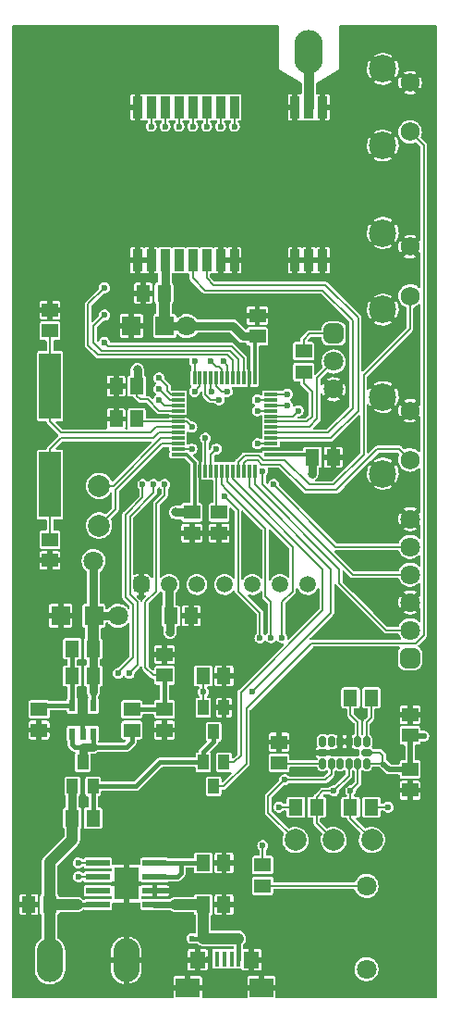
<source format=gbl>
G04 #@! TF.GenerationSoftware,KiCad,Pcbnew,(6.0.9)*
G04 #@! TF.CreationDate,2023-03-26T12:40:35+02:00*
G04 #@! TF.ProjectId,Spoke,53706f6b-652e-46b6-9963-61645f706362,1*
G04 #@! TF.SameCoordinates,PX5f5e100PY5f5e100*
G04 #@! TF.FileFunction,Copper,L2,Bot*
G04 #@! TF.FilePolarity,Positive*
%FSLAX46Y46*%
G04 Gerber Fmt 4.6, Leading zero omitted, Abs format (unit mm)*
G04 Created by KiCad (PCBNEW (6.0.9)) date 2023-03-26 12:40:35*
%MOMM*%
%LPD*%
G01*
G04 APERTURE LIST*
G04 Aperture macros list*
%AMRoundRect*
0 Rectangle with rounded corners*
0 $1 Rounding radius*
0 $2 $3 $4 $5 $6 $7 $8 $9 X,Y pos of 4 corners*
0 Add a 4 corners polygon primitive as box body*
4,1,4,$2,$3,$4,$5,$6,$7,$8,$9,$2,$3,0*
0 Add four circle primitives for the rounded corners*
1,1,$1+$1,$2,$3*
1,1,$1+$1,$4,$5*
1,1,$1+$1,$6,$7*
1,1,$1+$1,$8,$9*
0 Add four rect primitives between the rounded corners*
20,1,$1+$1,$2,$3,$4,$5,0*
20,1,$1+$1,$4,$5,$6,$7,0*
20,1,$1+$1,$6,$7,$8,$9,0*
20,1,$1+$1,$8,$9,$2,$3,0*%
G04 Aperture macros list end*
G04 #@! TA.AperFunction,ComponentPad*
%ADD10RoundRect,0.375000X-0.375000X-0.375000X0.375000X-0.375000X0.375000X0.375000X-0.375000X0.375000X0*%
G04 #@! TD*
G04 #@! TA.AperFunction,ComponentPad*
%ADD11C,1.500000*%
G04 #@! TD*
G04 #@! TA.AperFunction,SMDPad,CuDef*
%ADD12R,1.500000X1.300000*%
G04 #@! TD*
G04 #@! TA.AperFunction,SMDPad,CuDef*
%ADD13R,0.900000X2.000000*%
G04 #@! TD*
G04 #@! TA.AperFunction,SMDPad,CuDef*
%ADD14C,2.000000*%
G04 #@! TD*
G04 #@! TA.AperFunction,SMDPad,CuDef*
%ADD15R,1.300000X1.500000*%
G04 #@! TD*
G04 #@! TA.AperFunction,SMDPad,CuDef*
%ADD16R,0.600000X1.100000*%
G04 #@! TD*
G04 #@! TA.AperFunction,SMDPad,CuDef*
%ADD17R,2.200000X0.600000*%
G04 #@! TD*
G04 #@! TA.AperFunction,SMDPad,CuDef*
%ADD18R,2.290000X3.000000*%
G04 #@! TD*
G04 #@! TA.AperFunction,SMDPad,CuDef*
%ADD19R,0.450000X1.380000*%
G04 #@! TD*
G04 #@! TA.AperFunction,SMDPad,CuDef*
%ADD20R,1.425000X1.550000*%
G04 #@! TD*
G04 #@! TA.AperFunction,SMDPad,CuDef*
%ADD21R,2.200000X1.800000*%
G04 #@! TD*
G04 #@! TA.AperFunction,SMDPad,CuDef*
%ADD22R,1.000000X1.400000*%
G04 #@! TD*
G04 #@! TA.AperFunction,ComponentPad*
%ADD23C,1.750000*%
G04 #@! TD*
G04 #@! TA.AperFunction,ComponentPad*
%ADD24C,2.500000*%
G04 #@! TD*
G04 #@! TA.AperFunction,ComponentPad*
%ADD25C,1.800000*%
G04 #@! TD*
G04 #@! TA.AperFunction,SMDPad,CuDef*
%ADD26RoundRect,0.150000X0.150000X-0.325000X0.150000X0.325000X-0.150000X0.325000X-0.150000X-0.325000X0*%
G04 #@! TD*
G04 #@! TA.AperFunction,SMDPad,CuDef*
%ADD27RoundRect,0.150000X0.325000X-0.150000X0.325000X0.150000X-0.325000X0.150000X-0.325000X-0.150000X0*%
G04 #@! TD*
G04 #@! TA.AperFunction,ComponentPad*
%ADD28RoundRect,0.450000X0.450000X-0.450000X0.450000X0.450000X-0.450000X0.450000X-0.450000X-0.450000X0*%
G04 #@! TD*
G04 #@! TA.AperFunction,SMDPad,CuDef*
%ADD29O,2.400000X4.000000*%
G04 #@! TD*
G04 #@! TA.AperFunction,ComponentPad*
%ADD30RoundRect,0.450000X-0.450000X0.450000X-0.450000X-0.450000X0.450000X-0.450000X0.450000X0.450000X0*%
G04 #@! TD*
G04 #@! TA.AperFunction,ComponentPad*
%ADD31O,2.600000X4.000000*%
G04 #@! TD*
G04 #@! TA.AperFunction,SMDPad,CuDef*
%ADD32R,2.000000X6.000000*%
G04 #@! TD*
G04 #@! TA.AperFunction,SMDPad,CuDef*
%ADD33R,1.200000X0.300000*%
G04 #@! TD*
G04 #@! TA.AperFunction,SMDPad,CuDef*
%ADD34R,0.300000X1.200000*%
G04 #@! TD*
G04 #@! TA.AperFunction,SMDPad,CuDef*
%ADD35R,1.700000X1.800000*%
G04 #@! TD*
G04 #@! TA.AperFunction,ViaPad*
%ADD36C,0.600000*%
G04 #@! TD*
G04 #@! TA.AperFunction,ViaPad*
%ADD37C,0.800000*%
G04 #@! TD*
G04 #@! TA.AperFunction,ViaPad*
%ADD38C,1.800000*%
G04 #@! TD*
G04 #@! TA.AperFunction,Conductor*
%ADD39C,1.000000*%
G04 #@! TD*
G04 #@! TA.AperFunction,Conductor*
%ADD40C,0.450000*%
G04 #@! TD*
G04 #@! TA.AperFunction,Conductor*
%ADD41C,0.800000*%
G04 #@! TD*
G04 #@! TA.AperFunction,Conductor*
%ADD42C,0.200000*%
G04 #@! TD*
G04 #@! TA.AperFunction,Conductor*
%ADD43C,0.300000*%
G04 #@! TD*
G04 #@! TA.AperFunction,Conductor*
%ADD44C,0.500000*%
G04 #@! TD*
G04 #@! TA.AperFunction,Conductor*
%ADD45C,0.600000*%
G04 #@! TD*
G04 #@! TA.AperFunction,Conductor*
%ADD46C,0.900000*%
G04 #@! TD*
G04 APERTURE END LIST*
D10*
G04 #@! TO.P,U2,1,GND*
G04 #@! TO.N,GND*
X-7620000Y-6650000D03*
D11*
G04 #@! TO.P,U2,2,VDD*
G04 #@! TO.N,+3V3*
X-5080000Y-6650000D03*
G04 #@! TO.P,U2,3,SCK*
G04 #@! TO.N,LCD_SCK*
X-2540000Y-6650000D03*
G04 #@! TO.P,U2,4,SDA*
G04 #@! TO.N,LCD_MOSI*
X0Y-6650000D03*
G04 #@! TO.P,U2,5,RES*
G04 #@! TO.N,LCD_RESET*
X2540000Y-6650000D03*
G04 #@! TO.P,U2,6,DC*
G04 #@! TO.N,LCD_DC*
X5080000Y-6650000D03*
G04 #@! TO.P,U2,7,CS*
G04 #@! TO.N,LCD_CS*
X7620000Y-6650000D03*
G04 #@! TD*
D12*
G04 #@! TO.P,R14,1,1*
G04 #@! TO.N,GND*
X-5500000Y-19950000D03*
G04 #@! TO.P,R14,2,2*
G04 #@! TO.N,VBAT_SENSE*
X-5500000Y-18050000D03*
G04 #@! TD*
D13*
G04 #@! TO.P,U6,1,GND*
G04 #@! TO.N,GND*
X9000000Y23000000D03*
G04 #@! TO.P,U6,2,GND*
X7730000Y23000000D03*
G04 #@! TO.P,U6,3,GND*
X6460000Y23000000D03*
G04 #@! TO.P,U6,4,GND*
X890000Y23000000D03*
G04 #@! TO.P,U6,5,GND*
X-380000Y23000000D03*
G04 #@! TO.P,U6,6,RXEN*
G04 #@! TO.N,RF_RXEN*
X-1650000Y23000000D03*
G04 #@! TO.P,U6,7,TXEN*
G04 #@! TO.N,RF_TXEN*
X-2920000Y23000000D03*
G04 #@! TO.P,U6,8,DIO2*
G04 #@! TO.N,unconnected-(U6-Pad8)*
X-4190000Y23000000D03*
G04 #@! TO.P,U6,9,VCC*
G04 #@! TO.N,+3V3*
X-5460000Y23000000D03*
G04 #@! TO.P,U6,10,GND*
G04 #@! TO.N,GND*
X-6730000Y23000000D03*
G04 #@! TO.P,U6,11,GND*
X-8000000Y23000000D03*
G04 #@! TO.P,U6,12,GND*
X-8000000Y37000000D03*
G04 #@! TO.P,U6,13,DIO1*
G04 #@! TO.N,RF_IRQ*
X-6730000Y37000000D03*
G04 #@! TO.P,U6,14,BUSY*
G04 #@! TO.N,RF_BUSY*
X-5460000Y37000000D03*
G04 #@! TO.P,U6,15,NRST*
G04 #@! TO.N,RF_RESET*
X-4190000Y37000000D03*
G04 #@! TO.P,U6,16,MISO*
G04 #@! TO.N,RF_MISO*
X-2920000Y37000000D03*
G04 #@! TO.P,U6,17,MOSI*
G04 #@! TO.N,RF_MOSI*
X-1650000Y37000000D03*
G04 #@! TO.P,U6,18,SCK*
G04 #@! TO.N,RF_SCK*
X-380000Y37000000D03*
G04 #@! TO.P,U6,19,NSS*
G04 #@! TO.N,RF_CS*
X890000Y37000000D03*
G04 #@! TO.P,U6,20,GND*
G04 #@! TO.N,GND*
X6460000Y37000000D03*
G04 #@! TO.P,U6,21,ANT*
G04 #@! TO.N,/ANT*
X7730000Y37000000D03*
G04 #@! TO.P,U6,22,GND*
G04 #@! TO.N,GND*
X9000000Y37000000D03*
G04 #@! TD*
D14*
G04 #@! TO.P,X11,1,1*
G04 #@! TO.N,I2C_INT*
X6500000Y-30000000D03*
G04 #@! TD*
D15*
G04 #@! TO.P,C17,1,1*
G04 #@! TO.N,+3V3*
X-5550000Y20000000D03*
G04 #@! TO.P,C17,2,2*
G04 #@! TO.N,GND*
X-7450000Y20000000D03*
G04 #@! TD*
D16*
G04 #@! TO.P,U1,1,IN*
G04 #@! TO.N,VCC*
X-12050000Y-20300000D03*
G04 #@! TO.P,U1,2,GND*
G04 #@! TO.N,GND*
X-13000000Y-20300000D03*
G04 #@! TO.P,U1,3,EN*
G04 #@! TO.N,VCC*
X-13950000Y-20300000D03*
G04 #@! TO.P,U1,4,NR*
G04 #@! TO.N,Net-(C6-Pad1)*
X-13950000Y-17700000D03*
G04 #@! TO.P,U1,5,OUT*
G04 #@! TO.N,+3V3*
X-12050000Y-17700000D03*
G04 #@! TD*
D12*
G04 #@! TO.P,R7,1,1*
G04 #@! TO.N,BOOT0*
X-500000Y-50000D03*
G04 #@! TO.P,R7,2,2*
G04 #@! TO.N,GND*
X-500000Y-1950000D03*
G04 #@! TD*
D17*
G04 #@! TO.P,U5,1,TEMP*
G04 #@! TO.N,Net-(R8-Pad2)*
X-6400000Y-32095000D03*
G04 #@! TO.P,U5,2,PROG*
X-6400000Y-33365000D03*
G04 #@! TO.P,U5,3,GND*
G04 #@! TO.N,GND*
X-6400000Y-34635000D03*
G04 #@! TO.P,U5,4,VCC*
G04 #@! TO.N,Net-(C12-Pad2)*
X-6400000Y-35905000D03*
G04 #@! TO.P,U5,5,BAT*
G04 #@! TO.N,+BATT*
X-11600000Y-35905000D03*
G04 #@! TO.P,U5,6,~{STDBY}*
G04 #@! TO.N,unconnected-(U5-Pad6)*
X-11600000Y-34635000D03*
G04 #@! TO.P,U5,7,~{CHRG}*
G04 #@! TO.N,Net-(D2-Pad1)*
X-11600000Y-33365000D03*
G04 #@! TO.P,U5,8,CE*
G04 #@! TO.N,Net-(C12-Pad2)*
X-11600000Y-32095000D03*
D18*
G04 #@! TO.P,U5,9,EXPOSED_PAD*
G04 #@! TO.N,GND*
X-9000000Y-34000000D03*
G04 #@! TD*
D12*
G04 #@! TO.P,C9,1,1*
G04 #@! TO.N,Net-(C9-Pad1)*
X-16000000Y16550000D03*
G04 #@! TO.P,C9,2,2*
G04 #@! TO.N,GND*
X-16000000Y18450000D03*
G04 #@! TD*
D19*
G04 #@! TO.P,X7,1,VBUS*
G04 #@! TO.N,Net-(C12-Pad2)*
X1300000Y-40890000D03*
G04 #@! TO.P,X7,2,D-*
G04 #@! TO.N,unconnected-(X7-Pad2)*
X650000Y-40890000D03*
G04 #@! TO.P,X7,3,D+*
G04 #@! TO.N,unconnected-(X7-Pad3)*
X0Y-40890000D03*
G04 #@! TO.P,X7,4,ID*
G04 #@! TO.N,unconnected-(X7-Pad4)*
X-650000Y-40890000D03*
G04 #@! TO.P,X7,5,GND*
G04 #@! TO.N,GND*
X-1300000Y-40890000D03*
D20*
G04 #@! TO.P,X7,6,Shield*
X-2487500Y-40975000D03*
D21*
X-3375000Y-43550000D03*
X3375000Y-43550000D03*
D20*
X2487500Y-40975000D03*
G04 #@! TD*
D15*
G04 #@! TO.P,R8,1,1*
G04 #@! TO.N,GND*
X-50000Y-32095000D03*
G04 #@! TO.P,R8,2,2*
G04 #@! TO.N,Net-(R8-Pad2)*
X-1950000Y-32095000D03*
G04 #@! TD*
G04 #@! TO.P,C12,1,1*
G04 #@! TO.N,GND*
X-50000Y-35905000D03*
G04 #@! TO.P,C12,2,2*
G04 #@! TO.N,Net-(C12-Pad2)*
X-1950000Y-35905000D03*
G04 #@! TD*
D14*
G04 #@! TO.P,X10,1,1*
G04 #@! TO.N,I2C_SDA*
X10000000Y-30000000D03*
G04 #@! TD*
D15*
G04 #@! TO.P,C6,1,1*
G04 #@! TO.N,Net-(C6-Pad1)*
X-13950000Y-12500000D03*
G04 #@! TO.P,C6,2,2*
G04 #@! TO.N,+3V3*
X-12050000Y-12500000D03*
G04 #@! TD*
G04 #@! TO.P,R1,1,1*
G04 #@! TO.N,+BATT*
X-13950000Y-28000000D03*
G04 #@! TO.P,R1,2,2*
G04 #@! TO.N,Net-(D1-Pad1)*
X-12050000Y-28000000D03*
G04 #@! TD*
G04 #@! TO.P,R5,1,1*
G04 #@! TO.N,GND*
X-50000Y-15000000D03*
G04 #@! TO.P,R5,2,2*
G04 #@! TO.N,PWR_HOLD*
X-1950000Y-15000000D03*
G04 #@! TD*
D22*
G04 #@! TO.P,Q1,1,G*
G04 #@! TO.N,Net-(D1-Pad1)*
X-12050000Y-25100000D03*
G04 #@! TO.P,Q1,2,S*
G04 #@! TO.N,+BATT*
X-13950000Y-25100000D03*
G04 #@! TO.P,Q1,3,D*
G04 #@! TO.N,VCC*
X-13000000Y-22900000D03*
G04 #@! TD*
D23*
G04 #@! TO.P,SW3,1,1*
G04 #@! TO.N,BTN_ESC*
X17000000Y4750000D03*
D24*
G04 #@! TO.P,SW3,2,2*
G04 #@! TO.N,GND*
X14510000Y10510000D03*
D23*
X17000000Y9250000D03*
D24*
X14510000Y3500000D03*
G04 #@! TD*
D12*
G04 #@! TO.P,R4,1,1*
G04 #@! TO.N,Net-(R4-Pad1)*
X7250000Y14700000D03*
G04 #@! TO.P,R4,2,2*
G04 #@! TO.N,CONSOLE_TX*
X7250000Y12800000D03*
G04 #@! TD*
D25*
G04 #@! TO.P,LS1,1,1*
G04 #@! TO.N,Net-(LS1-Pad1)*
X13000000Y-34200000D03*
G04 #@! TO.P,LS1,2,2*
G04 #@! TO.N,BUZZER_N*
X13000000Y-41800000D03*
G04 #@! TD*
D12*
G04 #@! TO.P,C14,1,1*
G04 #@! TO.N,+3V3*
X17000000Y-23550000D03*
G04 #@! TO.P,C14,2,2*
G04 #@! TO.N,GND*
X17000000Y-25450000D03*
G04 #@! TD*
D15*
G04 #@! TO.P,R2,1,1*
G04 #@! TO.N,+3V3*
X-12050000Y-15000000D03*
G04 #@! TO.P,R2,2,2*
G04 #@! TO.N,Net-(C6-Pad1)*
X-13950000Y-15000000D03*
G04 #@! TD*
D12*
G04 #@! TO.P,C19,1,1*
G04 #@! TO.N,GND*
X5000000Y-21050000D03*
G04 #@! TO.P,C19,2,2*
G04 #@! TO.N,Net-(C19-Pad2)*
X5000000Y-22950000D03*
G04 #@! TD*
G04 #@! TO.P,C20,1,1*
G04 #@! TO.N,VBAT_SENSE*
X-5500000Y-14950000D03*
G04 #@! TO.P,C20,2,2*
G04 #@! TO.N,GND*
X-5500000Y-13050000D03*
G04 #@! TD*
D26*
G04 #@! TO.P,U7,1,VDD_IO*
G04 #@! TO.N,+3V3*
X13000000Y-23000000D03*
G04 #@! TO.P,U7,2,SCL*
G04 #@! TO.N,I2C_SCL*
X12200000Y-23000000D03*
G04 #@! TO.P,U7,3,SDA*
G04 #@! TO.N,I2C_SDA*
X11400000Y-23000000D03*
G04 #@! TO.P,U7,4,INT2*
G04 #@! TO.N,unconnected-(U7-Pad4)*
X10600000Y-23000000D03*
G04 #@! TO.P,U7,5,INT1*
G04 #@! TO.N,I2C_INT*
X9800000Y-23000000D03*
G04 #@! TO.P,U7,6,C1*
G04 #@! TO.N,Net-(C19-Pad2)*
X9000000Y-23000000D03*
D27*
G04 #@! TO.P,U7,7,GND*
G04 #@! TO.N,GND*
X9000000Y-22000000D03*
D26*
G04 #@! TO.P,U7,8,RES_(NC)*
G04 #@! TO.N,unconnected-(U7-Pad8)*
X9000000Y-21000000D03*
G04 #@! TO.P,U7,9,DRDY*
G04 #@! TO.N,unconnected-(U7-Pad9)*
X9800000Y-21000000D03*
G04 #@! TO.P,U7,10,RES_(GND)*
G04 #@! TO.N,GND*
X10600000Y-21000000D03*
G04 #@! TO.P,U7,11,RES_(GND)*
X11400000Y-21000000D03*
G04 #@! TO.P,U7,12,SETP*
G04 #@! TO.N,Net-(C18-Pad2)*
X12200000Y-21000000D03*
G04 #@! TO.P,U7,13,SETC*
G04 #@! TO.N,Net-(C18-Pad1)*
X13000000Y-21000000D03*
D27*
G04 #@! TO.P,U7,14,VDD*
G04 #@! TO.N,+3V3*
X13000000Y-22000000D03*
G04 #@! TD*
D15*
G04 #@! TO.P,R9,1,1*
G04 #@! TO.N,I2C_SCL*
X11550000Y-27000000D03*
G04 #@! TO.P,R9,2,2*
G04 #@! TO.N,+3V3*
X13450000Y-27000000D03*
G04 #@! TD*
D28*
G04 #@! TO.P,X6,1,1*
G04 #@! TO.N,+3V3*
X17000000Y-13350000D03*
D25*
G04 #@! TO.P,X6,2,2*
G04 #@! TO.N,SWD_CLK*
X17000000Y-10810000D03*
G04 #@! TO.P,X6,3,3*
G04 #@! TO.N,GND*
X17000000Y-8270000D03*
G04 #@! TO.P,X6,4,4*
G04 #@! TO.N,SWD_IO*
X17000000Y-5730000D03*
G04 #@! TO.P,X6,5,5*
G04 #@! TO.N,MCU_RESET*
X17000000Y-3190000D03*
G04 #@! TO.P,X6,6,6*
G04 #@! TO.N,GND*
X17000000Y-650000D03*
G04 #@! TD*
D29*
G04 #@! TO.P,X2,1,1*
G04 #@! TO.N,GND*
X-9000000Y-41000000D03*
G04 #@! TD*
D30*
G04 #@! TO.P,X3,1,1*
G04 #@! TO.N,Net-(R4-Pad1)*
X10000000Y16290000D03*
D25*
G04 #@! TO.P,X3,2,2*
G04 #@! TO.N,CONSOLE_RX*
X10000000Y13750000D03*
G04 #@! TO.P,X3,3,3*
G04 #@! TO.N,GND*
X10000000Y11210000D03*
G04 #@! TD*
D15*
G04 #@! TO.P,C1,1,1*
G04 #@! TO.N,+3V3*
X-8050000Y11500000D03*
G04 #@! TO.P,C1,2,2*
G04 #@! TO.N,GND*
X-9950000Y11500000D03*
G04 #@! TD*
D29*
G04 #@! TO.P,X1,1,1*
G04 #@! TO.N,+BATT*
X-16000000Y-41000000D03*
G04 #@! TD*
D31*
G04 #@! TO.P,X8,1,1*
G04 #@! TO.N,/ANT*
X7730000Y42100000D03*
G04 #@! TD*
D22*
G04 #@! TO.P,D1,1*
G04 #@! TO.N,Net-(D1-Pad1)*
X-1950000Y-22900000D03*
G04 #@! TO.P,D1,2*
G04 #@! TO.N,BTN_PWR*
X-50000Y-22900000D03*
G04 #@! TO.P,D1,3*
G04 #@! TO.N,Net-(D1-Pad3)*
X-1000000Y-25100000D03*
G04 #@! TD*
D15*
G04 #@! TO.P,C7,1,1*
G04 #@! TO.N,+3V3*
X-4950000Y-9500000D03*
G04 #@! TO.P,C7,2,2*
G04 #@! TO.N,GND*
X-3050000Y-9500000D03*
G04 #@! TD*
D12*
G04 #@! TO.P,C15,1,1*
G04 #@! TO.N,GND*
X17000000Y-18550000D03*
G04 #@! TO.P,C15,2,2*
G04 #@! TO.N,+3V3*
X17000000Y-20450000D03*
G04 #@! TD*
D14*
G04 #@! TO.P,X9,1,1*
G04 #@! TO.N,I2C_SCL*
X13500000Y-30000000D03*
G04 #@! TD*
D12*
G04 #@! TO.P,C4,1,1*
G04 #@! TO.N,+3V3*
X-3000000Y-50000D03*
G04 #@! TO.P,C4,2,2*
G04 #@! TO.N,GND*
X-3000000Y-1950000D03*
G04 #@! TD*
D22*
G04 #@! TO.P,Q2,1,G*
G04 #@! TO.N,PWR_HOLD*
X-1950000Y-17900000D03*
G04 #@! TO.P,Q2,2,S*
G04 #@! TO.N,GND*
X-50000Y-17900000D03*
G04 #@! TO.P,Q2,3,D*
G04 #@! TO.N,Net-(D1-Pad1)*
X-1000000Y-20100000D03*
G04 #@! TD*
D23*
G04 #@! TO.P,SW2,1,1*
G04 #@! TO.N,BTN_OK*
X17000000Y19750000D03*
D24*
G04 #@! TO.P,SW2,2,2*
G04 #@! TO.N,GND*
X14510000Y18500000D03*
X14510000Y25510000D03*
D23*
X17000000Y24250000D03*
G04 #@! TD*
G04 #@! TO.P,SW1,1,1*
G04 #@! TO.N,Net-(D1-Pad3)*
X17000000Y34750000D03*
D24*
G04 #@! TO.P,SW1,2,2*
G04 #@! TO.N,GND*
X14510000Y40510000D03*
D23*
X17000000Y39250000D03*
D24*
X14510000Y33500000D03*
G04 #@! TD*
D32*
G04 #@! TO.P,XTAL1,1,1*
G04 #@! TO.N,Net-(C8-Pad1)*
X-16000000Y2500000D03*
G04 #@! TO.P,XTAL1,2,2*
G04 #@! TO.N,Net-(C9-Pad1)*
X-16000000Y11500000D03*
G04 #@! TD*
D33*
G04 #@! TO.P,U3,1,VBAT*
G04 #@! TO.N,+3V3*
X-4250000Y5250000D03*
G04 #@! TO.P,U3,2,PC13*
G04 #@! TO.N,I2C_INT*
X-4250000Y5750000D03*
G04 #@! TO.P,U3,3,PC14*
G04 #@! TO.N,Net-(U3-Pad3)*
X-4250000Y6250000D03*
G04 #@! TO.P,U3,4,PC15*
G04 #@! TO.N,Net-(U3-Pad4)*
X-4250000Y6750000D03*
G04 #@! TO.P,U3,5,PD0*
G04 #@! TO.N,Net-(C8-Pad1)*
X-4250000Y7250000D03*
G04 #@! TO.P,U3,6,PD1*
G04 #@! TO.N,Net-(C9-Pad1)*
X-4250000Y7750000D03*
G04 #@! TO.P,U3,7,NRST*
G04 #@! TO.N,MCU_RESET*
X-4250000Y8250000D03*
G04 #@! TO.P,U3,8,VSSA*
G04 #@! TO.N,GND*
X-4250000Y8750000D03*
G04 #@! TO.P,U3,9,VDDA*
G04 #@! TO.N,+3V3*
X-4250000Y9250000D03*
G04 #@! TO.P,U3,10,PA0*
G04 #@! TO.N,BUZZER_P*
X-4250000Y9750000D03*
G04 #@! TO.P,U3,11,PA1*
G04 #@! TO.N,BUZZER_N*
X-4250000Y10250000D03*
G04 #@! TO.P,U3,12,PA2*
G04 #@! TO.N,VBAT_SENSE*
X-4250000Y10750000D03*
D34*
G04 #@! TO.P,U3,13,PA3*
G04 #@! TO.N,RF_RESET*
X-2750000Y12250000D03*
G04 #@! TO.P,U3,14,PA4*
G04 #@! TO.N,RF_CS*
X-2250000Y12250000D03*
G04 #@! TO.P,U3,15,PA5*
G04 #@! TO.N,RF_SCK*
X-1750000Y12250000D03*
G04 #@! TO.P,U3,16,PA6*
G04 #@! TO.N,RF_MISO*
X-1250000Y12250000D03*
G04 #@! TO.P,U3,17,PA7*
G04 #@! TO.N,RF_MOSI*
X-750000Y12250000D03*
G04 #@! TO.P,U3,18,PB0*
G04 #@! TO.N,RF_IRQ*
X-250000Y12250000D03*
G04 #@! TO.P,U3,19,PB1*
G04 #@! TO.N,RF_BUSY*
X250000Y12250000D03*
G04 #@! TO.P,U3,20,PB2*
G04 #@! TO.N,GPS_PPS*
X750000Y12250000D03*
G04 #@! TO.P,U3,21,PB10*
G04 #@! TO.N,GPS_CONF*
X1250000Y12250000D03*
G04 #@! TO.P,U3,22,PB11*
G04 #@! TO.N,GPS_NMEA*
X1750000Y12250000D03*
G04 #@! TO.P,U3,23,VSS_1*
G04 #@! TO.N,GND*
X2250000Y12250000D03*
G04 #@! TO.P,U3,24,VDD_1*
G04 #@! TO.N,+3V3*
X2750000Y12250000D03*
D33*
G04 #@! TO.P,U3,25,PB12*
G04 #@! TO.N,LCD_CS*
X4250000Y10750000D03*
G04 #@! TO.P,U3,26,PB13*
G04 #@! TO.N,LCD_SCK*
X4250000Y10250000D03*
G04 #@! TO.P,U3,27,PB14*
G04 #@! TO.N,LCD_RESET*
X4250000Y9750000D03*
G04 #@! TO.P,U3,28,PB15*
G04 #@! TO.N,LCD_MOSI*
X4250000Y9250000D03*
G04 #@! TO.P,U3,29,PA8*
G04 #@! TO.N,LCD_DC*
X4250000Y8750000D03*
G04 #@! TO.P,U3,30,PA9*
G04 #@! TO.N,CONSOLE_TX*
X4250000Y8250000D03*
G04 #@! TO.P,U3,31,PA10*
G04 #@! TO.N,CONSOLE_RX*
X4250000Y7750000D03*
G04 #@! TO.P,U3,32,PA11*
G04 #@! TO.N,RF_TXEN*
X4250000Y7250000D03*
G04 #@! TO.P,U3,33,PA12*
G04 #@! TO.N,RF_RXEN*
X4250000Y6750000D03*
G04 #@! TO.P,U3,34,PA13*
G04 #@! TO.N,SWD_IO*
X4250000Y6250000D03*
G04 #@! TO.P,U3,35,VSS_2*
G04 #@! TO.N,GND*
X4250000Y5750000D03*
G04 #@! TO.P,U3,36,VDD_2*
G04 #@! TO.N,+3V3*
X4250000Y5250000D03*
D34*
G04 #@! TO.P,U3,37,PA14*
G04 #@! TO.N,SWD_CLK*
X2750000Y3750000D03*
G04 #@! TO.P,U3,38,PA15*
G04 #@! TO.N,PWR_HOLD*
X2250000Y3750000D03*
G04 #@! TO.P,U3,39,PB3*
G04 #@! TO.N,BTN_ESC*
X1750000Y3750000D03*
G04 #@! TO.P,U3,40,PB4*
G04 #@! TO.N,BTN_OK*
X1250000Y3750000D03*
G04 #@! TO.P,U3,41,PB5*
G04 #@! TO.N,BTN_PWR*
X750000Y3750000D03*
G04 #@! TO.P,U3,42,PB6*
G04 #@! TO.N,I2C_SCL*
X250000Y3750000D03*
G04 #@! TO.P,U3,43,PB7*
G04 #@! TO.N,I2C_SDA*
X-250000Y3750000D03*
G04 #@! TO.P,U3,44,BOOT0*
G04 #@! TO.N,BOOT0*
X-750000Y3750000D03*
G04 #@! TO.P,U3,45,PB8*
G04 #@! TO.N,LED_RED*
X-1250000Y3750000D03*
G04 #@! TO.P,U3,46,PB9*
G04 #@! TO.N,LED_GREEN*
X-1750000Y3750000D03*
G04 #@! TO.P,U3,47,VSS_3*
G04 #@! TO.N,GND*
X-2250000Y3750000D03*
G04 #@! TO.P,U3,48,VDD_3*
G04 #@! TO.N,+3V3*
X-2750000Y3750000D03*
G04 #@! TD*
D15*
G04 #@! TO.P,C3,1,1*
G04 #@! TO.N,+3V3*
X8050000Y5000000D03*
G04 #@! TO.P,C3,2,2*
G04 #@! TO.N,GND*
X9950000Y5000000D03*
G04 #@! TD*
G04 #@! TO.P,C11,1,1*
G04 #@! TO.N,MCU_RESET*
X-8050000Y8500000D03*
G04 #@! TO.P,C11,2,2*
G04 #@! TO.N,GND*
X-9950000Y8500000D03*
G04 #@! TD*
G04 #@! TO.P,C13,1,1*
G04 #@! TO.N,GND*
X-17950000Y-35905000D03*
G04 #@! TO.P,C13,2,2*
G04 #@! TO.N,+BATT*
X-16050000Y-35905000D03*
G04 #@! TD*
D12*
G04 #@! TO.P,R3,1,1*
G04 #@! TO.N,GND*
X-17000000Y-19950000D03*
G04 #@! TO.P,R3,2,2*
G04 #@! TO.N,Net-(C6-Pad1)*
X-17000000Y-18050000D03*
G04 #@! TD*
G04 #@! TO.P,R12,1,1*
G04 #@! TO.N,VBAT_SENSE*
X-8500000Y-18050000D03*
G04 #@! TO.P,R12,2,2*
G04 #@! TO.N,VCC*
X-8500000Y-19950000D03*
G04 #@! TD*
G04 #@! TO.P,C2,1,1*
G04 #@! TO.N,+3V3*
X3000000Y16050000D03*
G04 #@! TO.P,C2,2,2*
G04 #@! TO.N,GND*
X3000000Y17950000D03*
G04 #@! TD*
D35*
G04 #@! TO.P,C16,1,1*
G04 #@! TO.N,+3V3*
X-5475000Y17000000D03*
G04 #@! TO.P,C16,2,2*
G04 #@! TO.N,GND*
X-8525000Y17000000D03*
G04 #@! TD*
D14*
G04 #@! TO.P,X5,1,1*
G04 #@! TO.N,Net-(U3-Pad4)*
X-11500000Y2375000D03*
G04 #@! TD*
G04 #@! TO.P,X4,1,1*
G04 #@! TO.N,Net-(U3-Pad3)*
X-11500000Y-1250000D03*
G04 #@! TD*
D35*
G04 #@! TO.P,C5,1,1*
G04 #@! TO.N,+3V3*
X-11975000Y-9500000D03*
G04 #@! TO.P,C5,2,2*
G04 #@! TO.N,GND*
X-15025000Y-9500000D03*
G04 #@! TD*
D12*
G04 #@! TO.P,C8,1,1*
G04 #@! TO.N,Net-(C8-Pad1)*
X-16000000Y-2550000D03*
G04 #@! TO.P,C8,2,2*
G04 #@! TO.N,GND*
X-16000000Y-4450000D03*
G04 #@! TD*
D15*
G04 #@! TO.P,R10,1,1*
G04 #@! TO.N,I2C_SDA*
X8450000Y-27000000D03*
G04 #@! TO.P,R10,2,2*
G04 #@! TO.N,+3V3*
X6550000Y-27000000D03*
G04 #@! TD*
D12*
G04 #@! TO.P,R15,1,1*
G04 #@! TO.N,BUZZER_P*
X3500000Y-32300000D03*
G04 #@! TO.P,R15,2,2*
G04 #@! TO.N,Net-(LS1-Pad1)*
X3500000Y-34200000D03*
G04 #@! TD*
D15*
G04 #@! TO.P,C18,1,1*
G04 #@! TO.N,Net-(C18-Pad1)*
X13450000Y-17000000D03*
G04 #@! TO.P,C18,2,2*
G04 #@! TO.N,Net-(C18-Pad2)*
X11550000Y-17000000D03*
G04 #@! TD*
D36*
G04 #@! TO.N,GND*
X17000000Y14000000D03*
X6500000Y-21000000D03*
X11000000Y40000000D03*
X-500000Y19500000D03*
X9500000Y-1000000D03*
X-19000000Y0D03*
X6500000Y35000000D03*
X-14000000Y0D03*
X-3000000Y-8000000D03*
X1500000Y6000000D03*
X11000000Y-40000000D03*
X-19000000Y8000000D03*
X-7500000Y18500000D03*
X19000000Y32000000D03*
X0Y-34000000D03*
X11000000Y-8500000D03*
X4000000Y44000000D03*
X-15000000Y44000000D03*
X-4000000Y-16500000D03*
X19000000Y-28000000D03*
X-13500000Y-19000000D03*
X-10500000Y6000000D03*
X17000000Y7000000D03*
X-3000000Y6750000D03*
X-11000000Y19000000D03*
X-17000000Y-22000000D03*
X10500000Y28000000D03*
X11000000Y-44000000D03*
X9500000Y-11250000D03*
X1000000Y8000000D03*
X-19000000Y-34500000D03*
X-19000000Y28000000D03*
X-11000000Y-41000000D03*
X-3000000Y8750000D03*
X-19000000Y4000000D03*
X5500000Y-5000000D03*
X10500000Y32000000D03*
X2750000Y-27000000D03*
X-9000000Y-37000000D03*
X19000000Y44000000D03*
X-5500000Y28000000D03*
X4300000Y12200000D03*
X-19000000Y40000000D03*
X-9500000Y32000000D03*
X-4500000Y1500000D03*
X-12500000Y36000000D03*
X1500000Y18000000D03*
X-2000000Y25000000D03*
X17000000Y37000000D03*
X4500000Y3500000D03*
X-19000000Y-4000000D03*
X7000000Y1000000D03*
X-13000000Y8500000D03*
X-12000000Y8500000D03*
X15000000Y44000000D03*
X2500000Y-2500000D03*
X17000000Y-27000000D03*
X-5000000Y-4500000D03*
X0Y5000000D03*
X19000000Y-4000000D03*
X19000000Y-44000000D03*
X5700000Y13600000D03*
X-4500000Y-34500000D03*
X-12500000Y39000000D03*
X-500000Y9000000D03*
X5700000Y12200000D03*
X-16000000Y28000000D03*
X-9000000Y1500000D03*
D37*
X-500000Y-3500000D03*
D36*
X-12500000Y32000000D03*
X19000000Y-12000000D03*
X15500000Y-18500000D03*
X19000000Y28000000D03*
X-7000000Y44000000D03*
X-14000000Y-4500000D03*
D37*
X-10250000Y17000000D03*
D36*
X19000000Y-32000000D03*
X-9500000Y21000000D03*
X-19000000Y-37500000D03*
X14750000Y-4250000D03*
X-9000000Y-38000000D03*
X11750000Y-30000000D03*
X10500000Y21000000D03*
X-4500000Y-25500000D03*
X15000000Y-36000000D03*
X-6000000Y13500000D03*
X-3000000Y40000000D03*
X17000000Y29500000D03*
X3250000Y-8250000D03*
X0Y16000000D03*
X11000000Y500000D03*
X1500000Y19500000D03*
X19000000Y-16000000D03*
X-9500000Y37000000D03*
D37*
X3000000Y19500000D03*
D36*
X-16500000Y32000000D03*
X-16000000Y24000000D03*
X19000000Y24000000D03*
X0Y-13500000D03*
X19000000Y0D03*
X-5500000Y25000000D03*
X-9500000Y28500000D03*
X-19000000Y36000000D03*
X-9000000Y4500000D03*
X6000000Y-44000000D03*
X-7500000Y-4500000D03*
X-7500000Y21500000D03*
X6500000Y39000000D03*
X500000Y-20000000D03*
X5500000Y2500000D03*
X-16000000Y-6000000D03*
X6000000Y-10500000D03*
X-7000000Y-41000000D03*
X-9000000Y-44000000D03*
X4000000Y40000000D03*
X-9500000Y23000000D03*
X9500000Y-16000000D03*
X-14000000Y8500000D03*
D37*
X11250000Y5000000D03*
D36*
X-19000000Y-32000000D03*
X-6500000Y4500000D03*
X14500000Y37000000D03*
X11000000Y44000000D03*
X-7500000Y6000000D03*
X1000000Y44000000D03*
X-5000000Y-2000000D03*
X-19000000Y32000000D03*
X1500000Y9500000D03*
X-19000000Y-12000000D03*
X-7000000Y-39500000D03*
X-15500000Y-20000000D03*
X-16500000Y-9500000D03*
X-19000000Y-24000000D03*
X-8000000Y35000000D03*
X-19000000Y44000000D03*
X10500000Y25000000D03*
X2500000Y7500000D03*
X14000000Y-7000000D03*
X0Y-8000000D03*
X3000000Y11049503D03*
D37*
X-10000000Y13000000D03*
D36*
X14000000Y-25000000D03*
X0Y7000000D03*
X19000000Y-36000000D03*
X13500000Y16000000D03*
X-9500000Y25000000D03*
X-3000000Y44000000D03*
X2750000Y-24500000D03*
D37*
X-3000000Y-3500000D03*
D36*
X-7500000Y-2000000D03*
X-19000000Y-28000000D03*
X-9000000Y-31500000D03*
X0Y-30000000D03*
X0Y-44000000D03*
X13000000Y-10500000D03*
X-6000000Y-28000000D03*
X19000000Y20000000D03*
X-15000000Y-44000000D03*
X5000000Y37000000D03*
X-11000000Y-39500000D03*
X9000000Y35000000D03*
X-15000000Y-8000000D03*
X-11000000Y44000000D03*
X1000000Y25000000D03*
X-19000000Y20000000D03*
X-10000000Y-4500000D03*
X-19000000Y12000000D03*
X19000000Y40000000D03*
X-9000000Y-28000000D03*
X19000000Y-8000000D03*
X8250000Y-30000000D03*
X-19000000Y-40000000D03*
X-19000000Y24000000D03*
X14500000Y29500000D03*
X-12000000Y4500000D03*
X0Y-11000000D03*
X5750000Y6000000D03*
X10500000Y37000000D03*
X6000000Y-36000000D03*
X-10500000Y-20000000D03*
X-2000000Y2250000D03*
X-8000000Y39000000D03*
X1500000Y-15000000D03*
X9500000Y-13500000D03*
X5000000Y-41000000D03*
X-3500000Y3000000D03*
X-11000000Y-42500000D03*
X10500000Y23000000D03*
X9500000Y-18500000D03*
X-3500000Y18500000D03*
X6500000Y32000000D03*
X-6750000Y8926089D03*
X-5500000Y32000000D03*
X-12500000Y28000000D03*
X-19000000Y-16000000D03*
X-7000000Y-42500000D03*
X-4000000Y-20000000D03*
X-9000000Y-34000000D03*
X-5000000Y12500000D03*
X0Y-37500000D03*
X12500000Y-13500000D03*
D37*
X-10000000Y10000000D03*
D36*
X-7000000Y-21500000D03*
D37*
X-9000000Y20000000D03*
D36*
X-10000000Y-11000000D03*
X-5000000Y-41000000D03*
X-11000000Y22000000D03*
X1000000Y40000000D03*
X-13500000Y6000000D03*
X-19000000Y-8000000D03*
X19000000Y12000000D03*
X19000000Y36000000D03*
X-2000000Y28000000D03*
X19000000Y16000000D03*
X15000000Y-32000000D03*
X-3000000Y-28000000D03*
X2500000Y23000000D03*
X14500000Y7000000D03*
X6000000Y-40000000D03*
X19000000Y4000000D03*
X9000000Y39000000D03*
X-16000000Y20000000D03*
X-19000000Y-44000000D03*
X17000000Y22000000D03*
X-12500000Y25000000D03*
X15000000Y-40000000D03*
X-12500000Y-19000000D03*
X11000000Y-2000000D03*
X6750000Y-8250000D03*
X11000000Y-36000000D03*
X6500000Y-18500000D03*
X-15000000Y-11000000D03*
X15000000Y-44000000D03*
X-19000000Y-20000000D03*
X-4000000Y-13000000D03*
X19000000Y-25000000D03*
X-19000000Y16000000D03*
X14500000Y22000000D03*
X19000000Y8000000D03*
X6500000Y-16000000D03*
D37*
X-3000000Y-11000000D03*
D36*
X19000000Y-40000000D03*
D38*
G04 #@! TO.N,+3V3*
X-9750000Y-9500000D03*
D36*
X5000000Y-27000000D03*
D38*
X-12000000Y-4500000D03*
D37*
X-8000000Y13000000D03*
D36*
X15000000Y-27000000D03*
D37*
X-4500000Y-50000D03*
D36*
X18250000Y-20500000D03*
D37*
X-5000000Y-11000000D03*
D38*
X-3449500Y17000000D03*
D37*
X8000000Y3500000D03*
D36*
G04 #@! TO.N,MCU_RESET*
X4500000Y2500000D03*
X-3000000Y7750000D03*
G04 #@! TO.N,BUZZER_N*
X-8750000Y-14750000D03*
X-6500000Y2500000D03*
X-6000000Y11250000D03*
G04 #@! TO.N,VBAT_SENSE*
X-6000000Y12250000D03*
X-5500000Y2500000D03*
G04 #@! TO.N,LED_RED*
X-750000Y5750000D03*
G04 #@! TO.N,LED_GREEN*
X-1750000Y6750000D03*
G04 #@! TO.N,BUZZER_P*
X-6000000Y10250000D03*
X-9750000Y-14750000D03*
X3500000Y-30500000D03*
X-7500000Y2500000D03*
G04 #@! TO.N,Net-(C12-Pad2)*
X-3000000Y-39000000D03*
X-13405000Y-32095000D03*
G04 #@! TO.N,PWR_HOLD*
X-1950000Y-16450000D03*
X2500000Y-16450000D03*
G04 #@! TO.N,LCD_CS*
X5750000Y10750000D03*
G04 #@! TO.N,LCD_SCK*
X3000000Y10250000D03*
G04 #@! TO.N,LCD_DC*
X6750000Y9250000D03*
G04 #@! TO.N,LCD_MOSI*
X3000000Y9250000D03*
G04 #@! TO.N,GPS_CONF*
X-11000000Y18000000D03*
G04 #@! TO.N,GPS_NMEA*
X-11000000Y15500000D03*
G04 #@! TO.N,GPS_PPS*
X-11000000Y20500000D03*
G04 #@! TO.N,SWD_IO*
X3000000Y6250000D03*
X3500000Y3750000D03*
G04 #@! TO.N,RF_CS*
X890000Y35250000D03*
X-2750000Y11000000D03*
G04 #@! TO.N,RF_SCK*
X-500000Y10250000D03*
X-380000Y35250000D03*
G04 #@! TO.N,RF_MISO*
X-2920000Y35250000D03*
X-1150500Y11000000D03*
G04 #@! TO.N,RF_MOSI*
X236444Y11013556D03*
X-1650000Y35250000D03*
G04 #@! TO.N,I2C_INT*
X-3000000Y5750000D03*
X5500000Y-24500000D03*
X3250000Y-11513975D03*
X-46399Y1453601D03*
G04 #@! TO.N,RF_RESET*
X-4190000Y35250000D03*
X-2750000Y13750000D03*
G04 #@! TO.N,RF_IRQ*
X-6730000Y35250000D03*
X-1250000Y13750000D03*
G04 #@! TO.N,RF_BUSY*
X-5460000Y35250000D03*
X-114008Y13761831D03*
G04 #@! TO.N,LCD_RESET*
X5750000Y9750000D03*
G04 #@! TO.N,I2C_SCL*
X11550000Y-25500000D03*
X5250000Y-11500000D03*
G04 #@! TO.N,I2C_SDA*
X4250000Y-11500000D03*
X10000000Y-25500000D03*
G04 #@! TO.N,Net-(D2-Pad1)*
X-13365000Y-33365000D03*
G04 #@! TD*
D39*
G04 #@! TO.N,+BATT*
X-13950000Y-29950000D02*
X-13950000Y-28000000D01*
X-16050000Y-41950000D02*
X-16050000Y-35905000D01*
X-16050000Y-32050000D02*
X-13950000Y-29950000D01*
X-16050000Y-35905000D02*
X-16050000Y-32050000D01*
X-16050000Y-35905000D02*
X-13500000Y-35905000D01*
D40*
X-11600000Y-35905000D02*
X-13500000Y-35905000D01*
D41*
X-13950000Y-25100000D02*
X-13950000Y-28000000D01*
D39*
X-16000000Y-42000000D02*
X-16050000Y-41950000D01*
D42*
G04 #@! TO.N,Net-(C9-Pad1)*
X-6750000Y7250000D02*
X-15000000Y7250000D01*
X-16000000Y8250000D02*
X-16000000Y11500000D01*
X-6250000Y7750000D02*
X-6750000Y7250000D01*
X-4250000Y7750000D02*
X-6250000Y7750000D01*
X-16000000Y11500000D02*
X-16000000Y16550000D01*
X-15000000Y7250000D02*
X-16000000Y8250000D01*
D41*
G04 #@! TO.N,+3V3*
X-5460000Y23000000D02*
X-5460000Y20090000D01*
X-8000000Y13000000D02*
X-8000000Y11550000D01*
X8000000Y4950000D02*
X8050000Y5000000D01*
X-5550000Y17075000D02*
X-5475000Y17000000D01*
D42*
X13000000Y-23000000D02*
X14500000Y-23000000D01*
D41*
X750000Y17000000D02*
X1700000Y16050000D01*
D40*
X-12050000Y-17700000D02*
X-12050000Y-16450000D01*
D43*
X-2750000Y200000D02*
X-3000000Y-50000D01*
D41*
X-5000000Y-11000000D02*
X-5000000Y-9550000D01*
X-12050000Y-9575000D02*
X-11975000Y-9500000D01*
D43*
X2750000Y15800000D02*
X3000000Y16050000D01*
D41*
X-5475000Y17000000D02*
X750000Y17000000D01*
D39*
X-12050000Y-12500000D02*
X-12050000Y-9575000D01*
D43*
X2750000Y12250000D02*
X2750000Y15800000D01*
D42*
X13000000Y-22000000D02*
X14250000Y-22000000D01*
D41*
X-9750000Y-9500000D02*
X-11975000Y-9500000D01*
X-4500000Y-50000D02*
X-3000000Y-50000D01*
D44*
X18250000Y-20500000D02*
X17050000Y-20500000D01*
D41*
X8000000Y3500000D02*
X8000000Y4950000D01*
D42*
X14250000Y-22000000D02*
X14500000Y-22250000D01*
X-8050000Y10600000D02*
X-8050000Y11500000D01*
D43*
X7800000Y5250000D02*
X8050000Y5000000D01*
X-2750000Y3750000D02*
X-2750000Y4500000D01*
D41*
X1700000Y16050000D02*
X3000000Y16050000D01*
D44*
X17050000Y-20500000D02*
X17000000Y-20450000D01*
D42*
X-7750000Y10300000D02*
X-8050000Y10600000D01*
D44*
X15050000Y-23550000D02*
X14500000Y-23000000D01*
D41*
X-5000000Y-9550000D02*
X-4950000Y-9500000D01*
X-5080000Y-6650000D02*
X-5080000Y-9370000D01*
D42*
X-4250000Y9250000D02*
X-5975382Y9250000D01*
D41*
X-12000000Y-9475000D02*
X-11975000Y-9500000D01*
X-8000000Y11550000D02*
X-8050000Y11500000D01*
X-12050000Y-15000000D02*
X-12050000Y-12500000D01*
D39*
X-5550000Y20000000D02*
X-5550000Y17075000D01*
D41*
X-5080000Y-9370000D02*
X-4950000Y-9500000D01*
D43*
X-3500000Y5250000D02*
X-4250000Y5250000D01*
D42*
X-7025382Y10300000D02*
X-7750000Y10300000D01*
D41*
X-12000000Y-4500000D02*
X-12000000Y-9475000D01*
D43*
X-2750000Y3750000D02*
X-2750000Y200000D01*
D42*
X5000000Y-27000000D02*
X6550000Y-27000000D01*
D41*
X-5460000Y20090000D02*
X-5550000Y20000000D01*
D42*
X-5975382Y9250000D02*
X-7025382Y10300000D01*
X14500000Y-22250000D02*
X14500000Y-23000000D01*
D43*
X4250000Y5250000D02*
X7800000Y5250000D01*
D44*
X17000000Y-20500000D02*
X17000000Y-23550000D01*
D41*
X-12050000Y-15000000D02*
X-12050000Y-16450000D01*
D43*
X-2750000Y4500000D02*
X-3500000Y5250000D01*
D42*
X15000000Y-27000000D02*
X13450000Y-27000000D01*
D44*
X17000000Y-23550000D02*
X15050000Y-23550000D01*
D42*
G04 #@! TO.N,MCU_RESET*
X-3500000Y8250000D02*
X-4250000Y8250000D01*
X-4250000Y8250000D02*
X-7800000Y8250000D01*
X-3000000Y7750000D02*
X-3500000Y8250000D01*
X10190000Y-3190000D02*
X17000000Y-3190000D01*
X4500000Y2500000D02*
X10190000Y-3190000D01*
X-7800000Y8250000D02*
X-8050000Y8500000D01*
D40*
G04 #@! TO.N,Net-(D1-Pad1)*
X-1000000Y-21000000D02*
X-1000000Y-20100000D01*
X-5900000Y-22900000D02*
X-1950000Y-22900000D01*
X-1950000Y-22900000D02*
X-1950000Y-21950000D01*
X-1950000Y-21950000D02*
X-1000000Y-21000000D01*
X-12050000Y-25100000D02*
X-12050000Y-28000000D01*
X-8100000Y-25100000D02*
X-5900000Y-22900000D01*
X-12050000Y-25100000D02*
X-8100000Y-25100000D01*
G04 #@! TO.N,Net-(C6-Pad1)*
X-13950000Y-12500000D02*
X-13950000Y-17700000D01*
X-13950000Y-17700000D02*
X-16650000Y-17700000D01*
X-16650000Y-17700000D02*
X-17000000Y-18050000D01*
D42*
G04 #@! TO.N,Net-(D1-Pad3)*
X-1000000Y-25100000D02*
X-100000Y-25100000D01*
X17497057Y-12010000D02*
X18250000Y-11257057D01*
X-100000Y-25100000D02*
X2000000Y-23000000D01*
X2000000Y-23000000D02*
X2000000Y-18000000D01*
X2000000Y-18000000D02*
X7990000Y-12010000D01*
X18250000Y33500000D02*
X17000000Y34750000D01*
X7990000Y-12010000D02*
X17497057Y-12010000D01*
X18250000Y-11257057D02*
X18250000Y33500000D01*
G04 #@! TO.N,Net-(LS1-Pad1)*
X13000000Y-34200000D02*
X3500000Y-34200000D01*
G04 #@! TO.N,BUZZER_N*
X-5000000Y10250000D02*
X-4250000Y10250000D01*
X-8670000Y-423186D02*
X-6500000Y1746814D01*
X-6500000Y1746814D02*
X-6500000Y2500000D01*
X-6000000Y11250000D02*
X-5000000Y10250000D01*
X-8750000Y-14750000D02*
X-8000000Y-14000000D01*
X-8000000Y-14000000D02*
X-8000000Y-8250000D01*
X-8000000Y-8250000D02*
X-8670000Y-7580000D01*
X-8670000Y-7580000D02*
X-8670000Y-423186D01*
D40*
G04 #@! TO.N,VCC*
X-13950000Y-21300000D02*
X-13750000Y-21500000D01*
X-13750000Y-21500000D02*
X-12050000Y-21500000D01*
X-9000000Y-21500000D02*
X-8500000Y-21000000D01*
X-13950000Y-20300000D02*
X-13950000Y-21300000D01*
X-12050000Y-21500000D02*
X-9000000Y-21500000D01*
D41*
X-13000000Y-22900000D02*
X-13000000Y-21500000D01*
X-13000000Y-21500000D02*
X-12050000Y-21500000D01*
D40*
X-12050000Y-20300000D02*
X-12050000Y-21500000D01*
X-8500000Y-21000000D02*
X-8500000Y-19950000D01*
D42*
G04 #@! TO.N,VBAT_SENSE*
X-6250000Y-7250000D02*
X-7250000Y-8250000D01*
X-5250000Y11065686D02*
X-4934314Y10750000D01*
D40*
X-8500000Y-18050000D02*
X-5500000Y-18050000D01*
D42*
X-5500000Y1500000D02*
X-6250000Y750000D01*
X-7250000Y-14250000D02*
X-6550000Y-14950000D01*
X-5250000Y11500000D02*
X-5250000Y11065686D01*
X-4934314Y10750000D02*
X-4250000Y10750000D01*
D40*
X-5500000Y-18050000D02*
X-5500000Y-14950000D01*
D42*
X-6250000Y750000D02*
X-6250000Y-7250000D01*
X-5500000Y2500000D02*
X-5500000Y1500000D01*
X-6550000Y-14950000D02*
X-5500000Y-14950000D01*
X-7250000Y-8250000D02*
X-7250000Y-14250000D01*
X-6000000Y12250000D02*
X-5250000Y11500000D01*
G04 #@! TO.N,LED_RED*
X-1250000Y5250000D02*
X-1250000Y3750000D01*
X-750000Y5750000D02*
X-1250000Y5250000D01*
G04 #@! TO.N,LED_GREEN*
X-1750000Y3750000D02*
X-1750000Y6750000D01*
G04 #@! TO.N,BUZZER_P*
X-9070000Y-257500D02*
X-9070000Y-7825140D01*
X3500000Y-30500000D02*
X3500000Y-32300000D01*
X-9070000Y-7825140D02*
X-8400000Y-8495140D01*
X-6000000Y10250000D02*
X-5500000Y9750000D01*
X-9750000Y-14651471D02*
X-9750000Y-14750000D01*
X-7500000Y1312500D02*
X-9070000Y-257500D01*
X-8400000Y-8495140D02*
X-8400000Y-13301471D01*
X-8400000Y-13301471D02*
X-9750000Y-14651471D01*
X-5500000Y9750000D02*
X-4250000Y9750000D01*
X-7500000Y2500000D02*
X-7500000Y1312500D01*
G04 #@! TO.N,BOOT0*
X-750000Y200000D02*
X-500000Y-50000D01*
X-750000Y3750000D02*
X-750000Y200000D01*
D45*
G04 #@! TO.N,Net-(C12-Pad2)*
X-6400000Y-35905000D02*
X-4500000Y-35905000D01*
D39*
X-1950000Y-39000000D02*
X-1950000Y-36000000D01*
D40*
X-3000000Y-39000000D02*
X-700000Y-39000000D01*
D39*
X-700000Y-39000000D02*
X-1950000Y-39000000D01*
X-1950000Y-35905000D02*
X-4500000Y-35905000D01*
D40*
X1300000Y-40890000D02*
X1300000Y-39000000D01*
D39*
X1250000Y-39000000D02*
X-700000Y-39000000D01*
D42*
X-13405000Y-32095000D02*
X-11600000Y-32095000D01*
D39*
X-1950000Y-36000000D02*
X-2045000Y-35905000D01*
D42*
G04 #@! TO.N,BTN_PWR*
X9000000Y-9000000D02*
X1500000Y-16500000D01*
X1500000Y-16500000D02*
X1500000Y-22250000D01*
X850000Y-22900000D02*
X-50000Y-22900000D01*
X1500000Y-22250000D02*
X850000Y-22900000D01*
X750000Y3009315D02*
X9000000Y-5240685D01*
X9000000Y-5240685D02*
X9000000Y-9000000D01*
X750000Y3750000D02*
X750000Y3009315D01*
G04 #@! TO.N,PWR_HOLD*
X2500000Y-16450000D02*
X9750000Y-9200000D01*
X-1950000Y-17900000D02*
X-1950000Y-15000000D01*
X9750000Y-9200000D02*
X9750000Y-5250000D01*
X2250000Y2250000D02*
X2250000Y3750000D01*
X9750000Y-5250000D02*
X2250000Y2250000D01*
G04 #@! TO.N,BTN_OK*
X7750000Y2500000D02*
X5500000Y4750000D01*
X3565685Y4750000D02*
X3165685Y5150000D01*
X17000000Y16750000D02*
X12750000Y12500000D01*
X12750000Y5250000D02*
X10000000Y2500000D01*
X17000000Y19750000D02*
X17000000Y16750000D01*
X1250000Y4565686D02*
X1250000Y3750000D01*
X3165685Y5150000D02*
X1834315Y5150000D01*
X5500000Y4750000D02*
X3565685Y4750000D01*
X1834315Y5150000D02*
X1250000Y4565686D01*
X10000000Y2500000D02*
X7750000Y2500000D01*
X12750000Y12500000D02*
X12750000Y5250000D01*
G04 #@! TO.N,BTN_ESC*
X3000000Y4750000D02*
X3400000Y4350000D01*
X16000000Y5750000D02*
X17000000Y4750000D01*
X14000000Y5750000D02*
X16000000Y5750000D01*
X1750000Y4500000D02*
X2000000Y4750000D01*
X10250000Y2000000D02*
X14000000Y5750000D01*
X7434314Y2000000D02*
X10250000Y2000000D01*
X2000000Y4750000D02*
X3000000Y4750000D01*
X1750000Y3750000D02*
X1750000Y4500000D01*
X5084314Y4350000D02*
X7434314Y2000000D01*
X3400000Y4350000D02*
X5084314Y4350000D01*
G04 #@! TO.N,Net-(C18-Pad1)*
X13000000Y-19250000D02*
X13450000Y-18800000D01*
X13000000Y-21000000D02*
X13000000Y-19250000D01*
X13450000Y-18800000D02*
X13450000Y-17000000D01*
G04 #@! TO.N,LCD_CS*
X4250000Y10750000D02*
X5750000Y10750000D01*
G04 #@! TO.N,LCD_SCK*
X4250000Y10250000D02*
X3000000Y10250000D01*
G04 #@! TO.N,LCD_DC*
X6250000Y8750000D02*
X4250000Y8750000D01*
X6750000Y9250000D02*
X6250000Y8750000D01*
G04 #@! TO.N,LCD_MOSI*
X4250000Y9250000D02*
X3000000Y9250000D01*
G04 #@! TO.N,GPS_CONF*
X-12000000Y17000000D02*
X-11000000Y18000000D01*
X1250000Y14000000D02*
X488169Y14761831D01*
X-11261831Y14761831D02*
X-12000000Y15500000D01*
X1250000Y12250000D02*
X1250000Y14000000D01*
X-12000000Y15500000D02*
X-12000000Y17000000D01*
X488169Y14761831D02*
X-11261831Y14761831D01*
G04 #@! TO.N,GPS_NMEA*
X1750000Y12250000D02*
X1750000Y14065686D01*
X-10661831Y15161831D02*
X-11000000Y15500000D01*
X653855Y15161831D02*
X-10661831Y15161831D01*
X1750000Y14065686D02*
X653855Y15161831D01*
G04 #@! TO.N,GPS_PPS*
X-12500000Y19000000D02*
X-11000000Y20500000D01*
X750000Y12250000D02*
X750000Y13848529D01*
X-12500000Y15250000D02*
X-12500000Y19000000D01*
X-11611831Y14361831D02*
X-12500000Y15250000D01*
X236698Y14361831D02*
X-11611831Y14361831D01*
X750000Y13848529D02*
X236698Y14361831D01*
G04 #@! TO.N,Net-(C18-Pad2)*
X11550000Y-18550000D02*
X11550000Y-17000000D01*
X12200000Y-21000000D02*
X12200000Y-19200000D01*
X12200000Y-19200000D02*
X11550000Y-18550000D01*
G04 #@! TO.N,SWD_IO*
X11730000Y-5730000D02*
X17000000Y-5730000D01*
X3500000Y2500000D02*
X11730000Y-5730000D01*
X3500000Y3750000D02*
X3500000Y2500000D01*
X4250000Y6250000D02*
X3000000Y6250000D01*
G04 #@! TO.N,SWD_CLK*
X2750000Y2500000D02*
X2750000Y3750000D01*
X10500000Y-5250000D02*
X2750000Y2500000D01*
X10500000Y-6500000D02*
X10500000Y-5250000D01*
X14810000Y-10810000D02*
X10500000Y-6500000D01*
X17000000Y-10810000D02*
X14810000Y-10810000D01*
G04 #@! TO.N,RF_CS*
X-2750000Y11000000D02*
X-2250000Y11500000D01*
X-2250000Y11500000D02*
X-2250000Y12250000D01*
X890000Y37000000D02*
X890000Y35250000D01*
G04 #@! TO.N,RF_SCK*
X-1750000Y10750971D02*
X-1750000Y12250000D01*
X-500000Y10250000D02*
X-1249029Y10250000D01*
X-380000Y37000000D02*
X-380000Y35250000D01*
X-1249029Y10250000D02*
X-1750000Y10750971D01*
G04 #@! TO.N,RF_MISO*
X-1150500Y11000000D02*
X-1250000Y11099500D01*
X-1250000Y11099500D02*
X-1250000Y12250000D01*
X-2920000Y37000000D02*
X-2920000Y35250000D01*
G04 #@! TO.N,RF_MOSI*
X-750000Y12250000D02*
X-750000Y11500000D01*
X-1650000Y37000000D02*
X-1650000Y35250000D01*
X-263556Y11013556D02*
X236444Y11013556D01*
X-750000Y11500000D02*
X-263556Y11013556D01*
G04 #@! TO.N,I2C_INT*
X3250000Y-9250000D02*
X1250000Y-7250000D01*
X4000000Y-26000000D02*
X4000000Y-27500000D01*
X9250000Y-24500000D02*
X9800000Y-23950000D01*
X5500000Y-24500000D02*
X9250000Y-24500000D01*
X9800000Y-23950000D02*
X9800000Y-23000000D01*
X1250000Y-7250000D02*
X1250000Y157202D01*
X3250000Y-11513975D02*
X3250000Y-9250000D01*
X-3000000Y5750000D02*
X-4250000Y5750000D01*
X5500000Y-24500000D02*
X4000000Y-26000000D01*
X4000000Y-27500000D02*
X6500000Y-30000000D01*
X1250000Y157202D02*
X-46399Y1453601D01*
G04 #@! TO.N,RF_RESET*
X-4190000Y37000000D02*
X-4190000Y35250000D01*
X-2750000Y13750000D02*
X-2750000Y12250000D01*
G04 #@! TO.N,RF_IRQ*
X-750000Y13250000D02*
X-500000Y13250000D01*
X-250000Y13000000D02*
X-250000Y12250000D01*
X-1250000Y13750000D02*
X-750000Y13250000D01*
X-6730000Y35250000D02*
X-6730000Y37000000D01*
X-500000Y13250000D02*
X-250000Y13000000D01*
G04 #@! TO.N,RF_BUSY*
X-5460000Y35250000D02*
X-5460000Y37000000D01*
X-114008Y13761831D02*
X250000Y13397823D01*
X250000Y13397823D02*
X250000Y12250000D01*
G04 #@! TO.N,Net-(C8-Pad1)*
X-4250000Y7250000D02*
X-6000000Y7250000D01*
X-15000000Y6750000D02*
X-16000000Y5750000D01*
X-16000000Y2500000D02*
X-16000000Y-2550000D01*
X-6500000Y6750000D02*
X-15000000Y6750000D01*
X-16000000Y5750000D02*
X-16000000Y2500000D01*
X-6000000Y7250000D02*
X-6500000Y6750000D01*
G04 #@! TO.N,LCD_RESET*
X4250000Y9750000D02*
X5750000Y9750000D01*
G04 #@! TO.N,CONSOLE_TX*
X7250000Y11750000D02*
X7250000Y12800000D01*
X8000000Y11000000D02*
X7250000Y11750000D01*
X8000000Y8750000D02*
X8000000Y11000000D01*
X7500000Y8250000D02*
X8000000Y8750000D01*
X4250000Y8250000D02*
X7500000Y8250000D01*
G04 #@! TO.N,RF_TXEN*
X-2920000Y21420000D02*
X-2920000Y23000000D01*
X11750000Y17500000D02*
X9000000Y20250000D01*
X11750000Y9500000D02*
X11750000Y17500000D01*
X-1750000Y20250000D02*
X-2920000Y21420000D01*
X9500000Y7250000D02*
X11750000Y9500000D01*
X9000000Y20250000D02*
X-1750000Y20250000D01*
X4250000Y7250000D02*
X9500000Y7250000D01*
G04 #@! TO.N,RF_RXEN*
X-1000000Y20750000D02*
X-1650000Y21400000D01*
X9750000Y6750000D02*
X12250000Y9250000D01*
X9250000Y20750000D02*
X-1000000Y20750000D01*
X-1650000Y21400000D02*
X-1650000Y23000000D01*
X12250000Y9250000D02*
X12250000Y17750000D01*
X12250000Y17750000D02*
X9250000Y20750000D01*
X4250000Y6750000D02*
X9750000Y6750000D01*
G04 #@! TO.N,I2C_SCL*
X6250000Y-3250000D02*
X250000Y2750000D01*
X5250000Y-8250000D02*
X6250000Y-7250000D01*
X11550000Y-25500000D02*
X12200000Y-24850000D01*
X12200000Y-24850000D02*
X12200000Y-23000000D01*
X11550000Y-28050000D02*
X13500000Y-30000000D01*
X5250000Y-11500000D02*
X5250000Y-8250000D01*
X250000Y2750000D02*
X250000Y3750000D01*
X11550000Y-27000000D02*
X11550000Y-28050000D01*
X6250000Y-7250000D02*
X6250000Y-3250000D01*
X11550000Y-25500000D02*
X11550000Y-27000000D01*
G04 #@! TO.N,I2C_SDA*
X202130Y2053601D02*
X196399Y2053601D01*
X4250000Y-8250000D02*
X3750000Y-7750000D01*
X8450000Y-28450000D02*
X10000000Y-30000000D01*
X9000000Y-25500000D02*
X8450000Y-26050000D01*
X3750000Y-1494269D02*
X202130Y2053601D01*
X10000000Y-25500000D02*
X11400000Y-24100000D01*
X-250000Y2500000D02*
X-250000Y3750000D01*
X3750000Y-7750000D02*
X3750000Y-1494269D01*
X10000000Y-25500000D02*
X9000000Y-25500000D01*
X4250000Y-11500000D02*
X4250000Y-8250000D01*
X196399Y2053601D02*
X-250000Y2500000D01*
X11400000Y-24100000D02*
X11400000Y-23000000D01*
X8450000Y-26050000D02*
X8450000Y-27000000D01*
X8450000Y-27000000D02*
X8450000Y-28450000D01*
G04 #@! TO.N,Net-(R4-Pad1)*
X7790000Y16290000D02*
X7250000Y15750000D01*
X7250000Y15750000D02*
X7250000Y14700000D01*
X10000000Y16290000D02*
X7790000Y16290000D01*
G04 #@! TO.N,Net-(D2-Pad1)*
X-13365000Y-33365000D02*
X-11600000Y-33365000D01*
G04 #@! TO.N,Net-(C19-Pad2)*
X9000000Y-23000000D02*
X5050000Y-23000000D01*
X5050000Y-23000000D02*
X5000000Y-22950000D01*
D40*
G04 #@! TO.N,Net-(R8-Pad2)*
X-4365000Y-33365000D02*
X-4000000Y-33000000D01*
X-6400000Y-33365000D02*
X-4365000Y-33365000D01*
X-4000000Y-33000000D02*
X-4000000Y-32190000D01*
X-4095000Y-32095000D02*
X-1950000Y-32095000D01*
X-4000000Y-32190000D02*
X-4095000Y-32095000D01*
X-6400000Y-32095000D02*
X-4095000Y-32095000D01*
D46*
G04 #@! TO.N,/ANT*
X7730000Y37000000D02*
X7730000Y41400000D01*
D42*
G04 #@! TO.N,Net-(U3-Pad3)*
X-4250000Y6250000D02*
X-5746814Y6250000D01*
X-5746814Y6250000D02*
X-10000000Y1996814D01*
X-10000000Y250000D02*
X-11500000Y-1250000D01*
X-10000000Y1996814D02*
X-10000000Y250000D01*
G04 #@! TO.N,CONSOLE_RX*
X8500000Y12250000D02*
X10000000Y13750000D01*
X8500000Y8500000D02*
X8500000Y12250000D01*
X4250000Y7750000D02*
X7750000Y7750000D01*
X7750000Y7750000D02*
X8500000Y8500000D01*
G04 #@! TO.N,Net-(U3-Pad4)*
X-11500000Y2375000D02*
X-10187500Y2375000D01*
X-5812500Y6750000D02*
X-4250000Y6750000D01*
X-10187500Y2375000D02*
X-5812500Y6750000D01*
G04 #@! TD*
G04 #@! TA.AperFunction,Conductor*
G04 #@! TO.N,GND*
G36*
X4959191Y44480593D02*
G01*
X4995155Y44431093D01*
X5000000Y44400500D01*
X5000000Y40500000D01*
X7000000Y39250000D01*
X7010395Y39250000D01*
X7058516Y39217538D01*
X7079500Y39156592D01*
X7079500Y38290835D01*
X7060593Y38232644D01*
X7011093Y38196680D01*
X6961187Y38193737D01*
X6934464Y38199052D01*
X6924840Y38200000D01*
X6725680Y38200000D01*
X6712995Y38195878D01*
X6710000Y38191757D01*
X6710000Y35815680D01*
X6714122Y35802995D01*
X6718243Y35800000D01*
X6924840Y35800000D01*
X6934462Y35800948D01*
X6978474Y35809702D01*
X6996143Y35817021D01*
X7039550Y35846024D01*
X7098438Y35862632D01*
X7149554Y35846023D01*
X7201769Y35811133D01*
X7211332Y35809231D01*
X7211334Y35809230D01*
X7234005Y35804721D01*
X7260252Y35799500D01*
X8199748Y35799500D01*
X8225995Y35804721D01*
X8248666Y35809230D01*
X8248668Y35809231D01*
X8258231Y35811133D01*
X8310447Y35846023D01*
X8369335Y35862632D01*
X8420450Y35846024D01*
X8463857Y35817021D01*
X8481526Y35809702D01*
X8525538Y35800948D01*
X8535160Y35800000D01*
X8734320Y35800000D01*
X8747005Y35804122D01*
X8750000Y35808243D01*
X8750000Y35815680D01*
X9250000Y35815680D01*
X9254122Y35802995D01*
X9258243Y35800000D01*
X9464840Y35800000D01*
X9474462Y35800948D01*
X9518474Y35809702D01*
X9536142Y35817021D01*
X9586082Y35850389D01*
X9599611Y35863918D01*
X9632979Y35913858D01*
X9640298Y35931526D01*
X9649052Y35975538D01*
X9650000Y35985160D01*
X9650000Y36734320D01*
X9645878Y36747005D01*
X9641757Y36750000D01*
X9265680Y36750000D01*
X9252995Y36745878D01*
X9250000Y36741757D01*
X9250000Y35815680D01*
X8750000Y35815680D01*
X8750000Y37265680D01*
X9250000Y37265680D01*
X9254122Y37252995D01*
X9258243Y37250000D01*
X9634320Y37250000D01*
X9647005Y37254122D01*
X9650000Y37258243D01*
X9650000Y38014840D01*
X9649052Y38024462D01*
X9640298Y38068474D01*
X9632979Y38086142D01*
X9599611Y38136082D01*
X9586082Y38149611D01*
X9536142Y38182979D01*
X9518474Y38190298D01*
X9474462Y38199052D01*
X9464840Y38200000D01*
X9265680Y38200000D01*
X9252995Y38195878D01*
X9250000Y38191757D01*
X9250000Y37265680D01*
X8750000Y37265680D01*
X8750000Y38184320D01*
X8745878Y38197005D01*
X8741757Y38200000D01*
X8535160Y38200000D01*
X8525536Y38199052D01*
X8498813Y38193737D01*
X8438052Y38200929D01*
X8393122Y38242462D01*
X8380500Y38290835D01*
X8380500Y38332503D01*
X16441886Y38332503D01*
X16441893Y38332458D01*
X16447416Y38326243D01*
X16481080Y38303749D01*
X16489031Y38299432D01*
X16662214Y38225027D01*
X16670809Y38222234D01*
X16854657Y38180633D01*
X16863617Y38179453D01*
X17051969Y38172053D01*
X17060996Y38172527D01*
X17247532Y38199573D01*
X17256331Y38201685D01*
X17434814Y38262272D01*
X17443078Y38265952D01*
X17549534Y38325569D01*
X17557735Y38334441D01*
X17552833Y38343613D01*
X17011086Y38885361D01*
X16999203Y38891415D01*
X16994172Y38890619D01*
X16447940Y38344386D01*
X16441886Y38332503D01*
X8380500Y38332503D01*
X8380500Y39151000D01*
X8399407Y39209191D01*
X8448907Y39245155D01*
X8479500Y39250000D01*
X8500000Y39250000D01*
X8610502Y39319064D01*
X13678446Y39319064D01*
X13678886Y39316283D01*
X13679072Y39316051D01*
X13877825Y39199910D01*
X13885121Y39196414D01*
X14100283Y39114251D01*
X14108053Y39111993D01*
X14333743Y39066076D01*
X14341787Y39065117D01*
X14571949Y39056678D01*
X14580025Y39057044D01*
X14808484Y39086311D01*
X14816393Y39087993D01*
X15036987Y39154174D01*
X15044535Y39157132D01*
X15251359Y39258453D01*
X15258314Y39262600D01*
X15273922Y39273733D01*
X15921062Y39273733D01*
X15933390Y39085639D01*
X15934803Y39076718D01*
X15981202Y38894022D01*
X15984222Y38885494D01*
X16063135Y38714319D01*
X16067652Y38706496D01*
X16073216Y38698623D01*
X16083901Y38690644D01*
X16084651Y38690634D01*
X16090783Y38694337D01*
X16635361Y39238914D01*
X16640603Y39249203D01*
X17358585Y39249203D01*
X17359381Y39244172D01*
X17905683Y38697871D01*
X17916445Y38692388D01*
X17923945Y38699598D01*
X17984048Y38806922D01*
X17987728Y38815186D01*
X18048315Y38993669D01*
X18050427Y39002468D01*
X18077705Y39190598D01*
X18078202Y39196424D01*
X18079529Y39247087D01*
X18079339Y39252899D01*
X18061942Y39442224D01*
X18060295Y39451110D01*
X18009130Y39632528D01*
X18005889Y39640970D01*
X17924418Y39806177D01*
X17917777Y39810870D01*
X17916329Y39810851D01*
X17911238Y39807685D01*
X17364639Y39261086D01*
X17358585Y39249203D01*
X16640603Y39249203D01*
X16641415Y39250797D01*
X16640619Y39255828D01*
X16093202Y39803244D01*
X16082845Y39808521D01*
X16074970Y39800748D01*
X16004686Y39667158D01*
X16001231Y39658818D01*
X15945334Y39478802D01*
X15943453Y39469952D01*
X15921298Y39282765D01*
X15921062Y39273733D01*
X15273922Y39273733D01*
X15330492Y39314084D01*
X15338426Y39324806D01*
X15338433Y39325669D01*
X15334817Y39331629D01*
X14521086Y40145361D01*
X14509203Y40151415D01*
X14504172Y40150619D01*
X13684500Y39330947D01*
X13678446Y39319064D01*
X8610502Y39319064D01*
X10500000Y40500000D01*
X10500000Y40541496D01*
X13055699Y40541496D01*
X13068958Y40311556D01*
X13070083Y40303550D01*
X13120717Y40078870D01*
X13123140Y40071136D01*
X13209785Y39857755D01*
X13213439Y39850521D01*
X13312977Y39688092D01*
X13322663Y39679819D01*
X13330849Y39684403D01*
X14145361Y40498914D01*
X14150603Y40509203D01*
X14868585Y40509203D01*
X14869381Y40504172D01*
X15685759Y39687795D01*
X15697642Y39681741D01*
X15698587Y39681890D01*
X15703759Y39686331D01*
X15754784Y39757340D01*
X15758951Y39764277D01*
X15860996Y39970748D01*
X15863976Y39978272D01*
X15920650Y40164809D01*
X16442565Y40164809D01*
X16447260Y40156294D01*
X16988914Y39614639D01*
X17000797Y39608585D01*
X17005828Y39609381D01*
X17551548Y40155102D01*
X17557426Y40166640D01*
X17551333Y40173318D01*
X17493967Y40209514D01*
X17485914Y40213617D01*
X17310836Y40283466D01*
X17302178Y40286031D01*
X17117303Y40322805D01*
X17108310Y40323750D01*
X16919834Y40326218D01*
X16910819Y40325508D01*
X16725047Y40293586D01*
X16716323Y40291248D01*
X16539481Y40226009D01*
X16531313Y40222113D01*
X16450824Y40174226D01*
X16442565Y40164809D01*
X15920650Y40164809D01*
X15930930Y40198645D01*
X15932640Y40206558D01*
X15962887Y40436306D01*
X15963297Y40441570D01*
X15964904Y40507359D01*
X15964753Y40512629D01*
X15945765Y40743587D01*
X15944443Y40751573D01*
X15888336Y40974941D01*
X15885723Y40982617D01*
X15793891Y41193817D01*
X15790058Y41200964D01*
X15706053Y41330817D01*
X15695863Y41339098D01*
X15688288Y41334734D01*
X14874639Y40521086D01*
X14868585Y40509203D01*
X14150603Y40509203D01*
X14151415Y40510797D01*
X14150619Y40515828D01*
X13334209Y41332237D01*
X13322326Y41338291D01*
X13322027Y41338244D01*
X13316100Y41333028D01*
X13247202Y41232028D01*
X13243200Y41224982D01*
X13146234Y41016085D01*
X13143436Y41008480D01*
X13081891Y40786558D01*
X13080370Y40778584D01*
X13055897Y40549587D01*
X13055699Y40541496D01*
X10500000Y40541496D01*
X10500000Y41695812D01*
X13681115Y41695812D01*
X13681139Y41694294D01*
X13684252Y41689302D01*
X14498914Y40874639D01*
X14510797Y40868585D01*
X14515828Y40869381D01*
X15333780Y41687334D01*
X15339834Y41699217D01*
X15339495Y41701359D01*
X15336464Y41705056D01*
X15318350Y41719362D01*
X15311616Y41723836D01*
X15109983Y41835142D01*
X15102591Y41838464D01*
X14885502Y41915340D01*
X14877663Y41917411D01*
X14650928Y41957799D01*
X14642860Y41958562D01*
X14412568Y41961375D01*
X14404489Y41960810D01*
X14176834Y41925974D01*
X14168948Y41924095D01*
X13950034Y41852543D01*
X13942577Y41849408D01*
X13738287Y41743062D01*
X13731435Y41738747D01*
X13688783Y41706723D01*
X13681115Y41695812D01*
X10500000Y41695812D01*
X10500000Y44400500D01*
X10518907Y44458691D01*
X10568407Y44494655D01*
X10599000Y44499500D01*
X19400500Y44499500D01*
X19458691Y44480593D01*
X19494655Y44431093D01*
X19499500Y44400500D01*
X19499500Y-44400500D01*
X19480593Y-44458691D01*
X19431093Y-44494655D01*
X19400500Y-44499500D01*
X4774000Y-44499500D01*
X4715809Y-44480593D01*
X4679845Y-44431093D01*
X4675000Y-44400500D01*
X4675000Y-43815680D01*
X4670878Y-43802995D01*
X4666757Y-43800000D01*
X2090680Y-43800000D01*
X2077995Y-43804122D01*
X2075000Y-43808243D01*
X2075000Y-44400500D01*
X2056093Y-44458691D01*
X2006593Y-44494655D01*
X1976000Y-44499500D01*
X-1976000Y-44499500D01*
X-2034191Y-44480593D01*
X-2070155Y-44431093D01*
X-2075000Y-44400500D01*
X-2075000Y-43815680D01*
X-2079122Y-43802995D01*
X-2083243Y-43800000D01*
X-4659320Y-43800000D01*
X-4672005Y-43804122D01*
X-4675000Y-43808243D01*
X-4675000Y-44400500D01*
X-4693907Y-44458691D01*
X-4743407Y-44494655D01*
X-4774000Y-44499500D01*
X-19400500Y-44499500D01*
X-19458691Y-44480593D01*
X-19494655Y-44431093D01*
X-19499500Y-44400500D01*
X-19499500Y-43284320D01*
X-4675000Y-43284320D01*
X-4670878Y-43297005D01*
X-4666757Y-43300000D01*
X-3640680Y-43300000D01*
X-3627995Y-43295878D01*
X-3625000Y-43291757D01*
X-3625000Y-43284320D01*
X-3125000Y-43284320D01*
X-3120878Y-43297005D01*
X-3116757Y-43300000D01*
X-2090680Y-43300000D01*
X-2077995Y-43295878D01*
X-2075000Y-43291757D01*
X-2075000Y-43284320D01*
X2075000Y-43284320D01*
X2079122Y-43297005D01*
X2083243Y-43300000D01*
X3109320Y-43300000D01*
X3122005Y-43295878D01*
X3125000Y-43291757D01*
X3125000Y-43284320D01*
X3625000Y-43284320D01*
X3629122Y-43297005D01*
X3633243Y-43300000D01*
X4659320Y-43300000D01*
X4672005Y-43295878D01*
X4675000Y-43291757D01*
X4675000Y-42635160D01*
X4674052Y-42625538D01*
X4665298Y-42581526D01*
X4657979Y-42563858D01*
X4624611Y-42513918D01*
X4611082Y-42500389D01*
X4561142Y-42467021D01*
X4543474Y-42459702D01*
X4499462Y-42450948D01*
X4489840Y-42450000D01*
X3640680Y-42450000D01*
X3627995Y-42454122D01*
X3625000Y-42458243D01*
X3625000Y-43284320D01*
X3125000Y-43284320D01*
X3125000Y-42465680D01*
X3120878Y-42452995D01*
X3116757Y-42450000D01*
X2260160Y-42450000D01*
X2250538Y-42450948D01*
X2206526Y-42459702D01*
X2188858Y-42467021D01*
X2138918Y-42500389D01*
X2125389Y-42513918D01*
X2092021Y-42563858D01*
X2084702Y-42581526D01*
X2075948Y-42625538D01*
X2075000Y-42635160D01*
X2075000Y-43284320D01*
X-2075000Y-43284320D01*
X-2075000Y-42635160D01*
X-2075948Y-42625538D01*
X-2084702Y-42581526D01*
X-2092021Y-42563858D01*
X-2125389Y-42513918D01*
X-2138918Y-42500389D01*
X-2188858Y-42467021D01*
X-2206526Y-42459702D01*
X-2250538Y-42450948D01*
X-2260160Y-42450000D01*
X-3109320Y-42450000D01*
X-3122005Y-42454122D01*
X-3125000Y-42458243D01*
X-3125000Y-43284320D01*
X-3625000Y-43284320D01*
X-3625000Y-42465680D01*
X-3629122Y-42452995D01*
X-3633243Y-42450000D01*
X-4489840Y-42450000D01*
X-4499462Y-42450948D01*
X-4543474Y-42459702D01*
X-4561142Y-42467021D01*
X-4611082Y-42500389D01*
X-4624611Y-42513918D01*
X-4657979Y-42563858D01*
X-4665298Y-42581526D01*
X-4674052Y-42625538D01*
X-4675000Y-42635160D01*
X-4675000Y-43284320D01*
X-19499500Y-43284320D01*
X-19499500Y-41859680D01*
X-17400500Y-41859680D01*
X-17400323Y-41861763D01*
X-17400323Y-41861769D01*
X-17393536Y-41941757D01*
X-17385469Y-42036823D01*
X-17384418Y-42040873D01*
X-17384417Y-42040878D01*
X-17326856Y-42262651D01*
X-17325760Y-42266874D01*
X-17228143Y-42483576D01*
X-17225802Y-42487053D01*
X-17225801Y-42487055D01*
X-17132568Y-42625538D01*
X-17095409Y-42680732D01*
X-17092522Y-42683759D01*
X-17092519Y-42683762D01*
X-16934250Y-42849671D01*
X-16934245Y-42849675D01*
X-16931355Y-42852705D01*
X-16740670Y-42994579D01*
X-16736929Y-42996481D01*
X-16532539Y-43100398D01*
X-16532535Y-43100400D01*
X-16528807Y-43102295D01*
X-16301824Y-43172775D01*
X-16245608Y-43180226D01*
X-16070362Y-43203454D01*
X-16070360Y-43203454D01*
X-16066211Y-43204004D01*
X-16062026Y-43203847D01*
X-16062023Y-43203847D01*
X-15975149Y-43200585D01*
X-15828705Y-43195087D01*
X-15824605Y-43194227D01*
X-15824599Y-43194226D01*
X-15691921Y-43166387D01*
X-15596096Y-43146281D01*
X-15375037Y-43058980D01*
X-15371461Y-43056810D01*
X-15371457Y-43056808D01*
X-15175433Y-42937857D01*
X-15171847Y-42935681D01*
X-15101547Y-42874678D01*
X-14995501Y-42782657D01*
X-14995497Y-42782653D01*
X-14992336Y-42779910D01*
X-14986731Y-42773075D01*
X-14844298Y-42599364D01*
X-14841638Y-42596120D01*
X-14724061Y-42389567D01*
X-14642966Y-42166156D01*
X-14618825Y-42032652D01*
X-14601253Y-41935479D01*
X-14601252Y-41935474D01*
X-14600674Y-41932275D01*
X-14599500Y-41907381D01*
X-14599500Y-41857554D01*
X-10400000Y-41857554D01*
X-10399823Y-41861745D01*
X-10385328Y-42032567D01*
X-10383922Y-42040793D01*
X-10326339Y-42262651D01*
X-10323564Y-42270530D01*
X-10229427Y-42479505D01*
X-10225361Y-42486811D01*
X-10097365Y-42676931D01*
X-10092117Y-42683458D01*
X-9933917Y-42849295D01*
X-9927658Y-42854832D01*
X-9743774Y-42991646D01*
X-9736665Y-42996054D01*
X-9532350Y-43099933D01*
X-9524620Y-43103071D01*
X-9305724Y-43171040D01*
X-9297556Y-43172836D01*
X-9265544Y-43177079D01*
X-9252428Y-43174660D01*
X-9251205Y-43173374D01*
X-9250000Y-43168058D01*
X-9250000Y-43162382D01*
X-8750000Y-43162382D01*
X-8745921Y-43174936D01*
X-8737307Y-43175399D01*
X-8600341Y-43146660D01*
X-8592347Y-43144262D01*
X-8379153Y-43060068D01*
X-8371680Y-43056359D01*
X-8175726Y-42937450D01*
X-8168979Y-42932530D01*
X-7995859Y-42782305D01*
X-7990037Y-42776317D01*
X-7844715Y-42599083D01*
X-7839977Y-42592191D01*
X-7726591Y-42393001D01*
X-7723085Y-42385414D01*
X-7644882Y-42169966D01*
X-7642705Y-42161899D01*
X-7601753Y-41935432D01*
X-7601021Y-41928976D01*
X-7600054Y-41908482D01*
X-7600000Y-41906188D01*
X-7600000Y-41764840D01*
X-3400000Y-41764840D01*
X-3399052Y-41774462D01*
X-3390298Y-41818474D01*
X-3382979Y-41836142D01*
X-3349611Y-41886082D01*
X-3336082Y-41899611D01*
X-3286142Y-41932979D01*
X-3268474Y-41940298D01*
X-3224462Y-41949052D01*
X-3214840Y-41950000D01*
X-2753180Y-41950000D01*
X-2740495Y-41945878D01*
X-2737500Y-41941757D01*
X-2737500Y-41934320D01*
X-2237500Y-41934320D01*
X-2233378Y-41947005D01*
X-2229257Y-41950000D01*
X-1760160Y-41950000D01*
X-1750538Y-41949052D01*
X-1706526Y-41940298D01*
X-1688858Y-41932979D01*
X-1638918Y-41899611D01*
X-1625389Y-41886082D01*
X-1592021Y-41836144D01*
X-1590600Y-41832712D01*
X-1550864Y-41786185D01*
X-1529727Y-41776441D01*
X-1527994Y-41775878D01*
X-1525000Y-41771757D01*
X-1525000Y-41130680D01*
X-1529066Y-41118167D01*
X-1532005Y-41119122D01*
X-1535000Y-41123243D01*
X-1535000Y-41126000D01*
X-1535992Y-41129054D01*
X-1536219Y-41130486D01*
X-1536446Y-41130450D01*
X-1553907Y-41184191D01*
X-1603407Y-41220155D01*
X-1634000Y-41225000D01*
X-2221820Y-41225000D01*
X-2234505Y-41229122D01*
X-2237500Y-41233243D01*
X-2237500Y-41934320D01*
X-2737500Y-41934320D01*
X-2737500Y-41240680D01*
X-2741622Y-41227995D01*
X-2745743Y-41225000D01*
X-3384320Y-41225000D01*
X-3397005Y-41229122D01*
X-3400000Y-41233243D01*
X-3400000Y-41764840D01*
X-7600000Y-41764840D01*
X-7600000Y-41265680D01*
X-7604122Y-41252995D01*
X-7608243Y-41250000D01*
X-8734320Y-41250000D01*
X-8747005Y-41254122D01*
X-8750000Y-41258243D01*
X-8750000Y-43162382D01*
X-9250000Y-43162382D01*
X-9250000Y-41265680D01*
X-9254122Y-41252995D01*
X-9258243Y-41250000D01*
X-10384320Y-41250000D01*
X-10397005Y-41254122D01*
X-10400000Y-41258243D01*
X-10400000Y-41857554D01*
X-14599500Y-41857554D01*
X-14599500Y-40734320D01*
X-10400000Y-40734320D01*
X-10395878Y-40747005D01*
X-10391757Y-40750000D01*
X-9265680Y-40750000D01*
X-9252995Y-40745878D01*
X-9250000Y-40741757D01*
X-9250000Y-40734320D01*
X-8750000Y-40734320D01*
X-8745878Y-40747005D01*
X-8741757Y-40750000D01*
X-7615680Y-40750000D01*
X-7602995Y-40745878D01*
X-7600000Y-40741757D01*
X-7600000Y-40709320D01*
X-3400000Y-40709320D01*
X-3395878Y-40722005D01*
X-3391757Y-40725000D01*
X-2753180Y-40725000D01*
X-2740495Y-40720878D01*
X-2737500Y-40716757D01*
X-2737500Y-40709320D01*
X-2237500Y-40709320D01*
X-2233378Y-40722005D01*
X-2229257Y-40725000D01*
X-1780680Y-40725000D01*
X-1767994Y-40720878D01*
X-1757046Y-40705809D01*
X-1707545Y-40669845D01*
X-1676953Y-40665000D01*
X-1540680Y-40665000D01*
X-1527995Y-40660878D01*
X-1525000Y-40656757D01*
X-1525000Y-40015680D01*
X-1529122Y-40002995D01*
X-1533243Y-40000000D01*
X-1539840Y-40000000D01*
X-1549462Y-40000948D01*
X-1593474Y-40009702D01*
X-1612114Y-40017423D01*
X-1673111Y-40022224D01*
X-1687886Y-40017423D01*
X-1706526Y-40009702D01*
X-1750538Y-40000948D01*
X-1760160Y-40000000D01*
X-2221820Y-40000000D01*
X-2234505Y-40004122D01*
X-2237500Y-40008243D01*
X-2237500Y-40709320D01*
X-2737500Y-40709320D01*
X-2737500Y-40015680D01*
X-2741622Y-40002995D01*
X-2745743Y-40000000D01*
X-3214840Y-40000000D01*
X-3224462Y-40000948D01*
X-3268474Y-40009702D01*
X-3286142Y-40017021D01*
X-3336082Y-40050389D01*
X-3349611Y-40063918D01*
X-3382979Y-40113858D01*
X-3390298Y-40131526D01*
X-3399052Y-40175538D01*
X-3400000Y-40185160D01*
X-3400000Y-40709320D01*
X-7600000Y-40709320D01*
X-7600000Y-40142446D01*
X-7600177Y-40138255D01*
X-7614672Y-39967433D01*
X-7616078Y-39959207D01*
X-7673661Y-39737349D01*
X-7676436Y-39729470D01*
X-7770573Y-39520495D01*
X-7774639Y-39513189D01*
X-7902635Y-39323069D01*
X-7907883Y-39316542D01*
X-8066083Y-39150705D01*
X-8072342Y-39145168D01*
X-8256226Y-39008354D01*
X-8263335Y-39003946D01*
X-8467650Y-38900067D01*
X-8475380Y-38896929D01*
X-8694276Y-38828960D01*
X-8702444Y-38827164D01*
X-8734456Y-38822921D01*
X-8747572Y-38825340D01*
X-8748795Y-38826626D01*
X-8750000Y-38831942D01*
X-8750000Y-40734320D01*
X-9250000Y-40734320D01*
X-9250000Y-38837618D01*
X-9254079Y-38825064D01*
X-9262693Y-38824601D01*
X-9399659Y-38853340D01*
X-9407653Y-38855738D01*
X-9620847Y-38939932D01*
X-9628320Y-38943641D01*
X-9824274Y-39062550D01*
X-9831021Y-39067470D01*
X-10004141Y-39217695D01*
X-10009963Y-39223683D01*
X-10155285Y-39400917D01*
X-10160023Y-39407809D01*
X-10273409Y-39606999D01*
X-10276915Y-39614586D01*
X-10355118Y-39830034D01*
X-10357295Y-39838101D01*
X-10398247Y-40064568D01*
X-10398979Y-40071024D01*
X-10399946Y-40091518D01*
X-10400000Y-40093812D01*
X-10400000Y-40734320D01*
X-14599500Y-40734320D01*
X-14599500Y-40140320D01*
X-14603547Y-40092619D01*
X-14614177Y-39967348D01*
X-14614177Y-39967347D01*
X-14614531Y-39963177D01*
X-14622728Y-39931593D01*
X-14673187Y-39737182D01*
X-14673188Y-39737179D01*
X-14674240Y-39733126D01*
X-14688735Y-39700947D01*
X-14715885Y-39640677D01*
X-14771857Y-39516424D01*
X-14781722Y-39501770D01*
X-14902254Y-39322739D01*
X-14902255Y-39322738D01*
X-14904591Y-39319268D01*
X-14949108Y-39272602D01*
X-15065750Y-39150329D01*
X-15065755Y-39150325D01*
X-15068645Y-39147295D01*
X-15259330Y-39005421D01*
X-15295369Y-38987098D01*
X-15338670Y-38943872D01*
X-15349500Y-38898850D01*
X-15349500Y-36915313D01*
X-15330593Y-36857122D01*
X-15305503Y-36832998D01*
X-15255448Y-36799552D01*
X-15211133Y-36733231D01*
X-15201576Y-36685186D01*
X-15171679Y-36631802D01*
X-15116114Y-36606186D01*
X-15104478Y-36605500D01*
X-13457484Y-36605500D01*
X-13434557Y-36602726D01*
X-13337602Y-36590993D01*
X-13337599Y-36590992D01*
X-13331680Y-36590276D01*
X-13173077Y-36530345D01*
X-13168160Y-36526965D01*
X-13168157Y-36526964D01*
X-13038267Y-36437692D01*
X-13033349Y-36434312D01*
X-12972858Y-36366419D01*
X-12920031Y-36335549D01*
X-12859148Y-36341627D01*
X-12843939Y-36349962D01*
X-12786341Y-36388448D01*
X-12778231Y-36393867D01*
X-12768668Y-36395769D01*
X-12768666Y-36395770D01*
X-12745995Y-36400279D01*
X-12719748Y-36405500D01*
X-10480252Y-36405500D01*
X-10454005Y-36400279D01*
X-10431334Y-36395770D01*
X-10431332Y-36395769D01*
X-10421769Y-36393867D01*
X-10355448Y-36349552D01*
X-10311133Y-36283231D01*
X-10299500Y-36224748D01*
X-10299500Y-35793818D01*
X-10280593Y-35735627D01*
X-10231093Y-35699663D01*
X-10181184Y-35696721D01*
X-10169467Y-35699052D01*
X-10159840Y-35700000D01*
X-9265680Y-35700000D01*
X-9252995Y-35695878D01*
X-9250000Y-35691757D01*
X-9250000Y-35684320D01*
X-8750000Y-35684320D01*
X-8745878Y-35697005D01*
X-8741757Y-35700000D01*
X-7840160Y-35700000D01*
X-7830533Y-35699052D01*
X-7818816Y-35696721D01*
X-7758054Y-35703911D01*
X-7713124Y-35745443D01*
X-7700500Y-35793818D01*
X-7700500Y-36224748D01*
X-7688867Y-36283231D01*
X-7644552Y-36349552D01*
X-7578231Y-36393867D01*
X-7568668Y-36395769D01*
X-7568666Y-36395770D01*
X-7545995Y-36400279D01*
X-7519748Y-36405500D01*
X-5035639Y-36405500D01*
X-4977448Y-36424407D01*
X-4974290Y-36426964D01*
X-4972169Y-36429396D01*
X-4833453Y-36526887D01*
X-4675487Y-36588476D01*
X-4669572Y-36589255D01*
X-4669571Y-36589255D01*
X-4556376Y-36604157D01*
X-4546174Y-36605500D01*
X-2895522Y-36605500D01*
X-2837331Y-36624407D01*
X-2801367Y-36673907D01*
X-2798424Y-36685186D01*
X-2788867Y-36733231D01*
X-2744552Y-36799552D01*
X-2694497Y-36832998D01*
X-2656619Y-36881049D01*
X-2650500Y-36915313D01*
X-2650500Y-38450775D01*
X-2669407Y-38508966D01*
X-2718907Y-38544930D01*
X-2780093Y-38544930D01*
X-2784458Y-38543219D01*
X-2787905Y-38540985D01*
X-2794663Y-38538964D01*
X-2794665Y-38538963D01*
X-2918500Y-38501929D01*
X-2925261Y-38499907D01*
X-3008503Y-38499398D01*
X-3061573Y-38499074D01*
X-3061574Y-38499074D01*
X-3068624Y-38499031D01*
X-3075401Y-38500968D01*
X-3075402Y-38500968D01*
X-3199691Y-38536490D01*
X-3199693Y-38536491D01*
X-3206471Y-38538428D01*
X-3327720Y-38614930D01*
X-3332387Y-38620214D01*
X-3332389Y-38620216D01*
X-3417956Y-38717103D01*
X-3417958Y-38717105D01*
X-3422623Y-38722388D01*
X-3483553Y-38852163D01*
X-3484638Y-38859132D01*
X-3484639Y-38859135D01*
X-3493040Y-38913095D01*
X-3505609Y-38993823D01*
X-3504694Y-39000820D01*
X-3504694Y-39000821D01*
X-3504285Y-39003946D01*
X-3487020Y-39135979D01*
X-3484179Y-39142435D01*
X-3484179Y-39142436D01*
X-3433261Y-39258155D01*
X-3429280Y-39267203D01*
X-3388062Y-39316238D01*
X-3341569Y-39371549D01*
X-3341566Y-39371551D01*
X-3337030Y-39376948D01*
X-3217687Y-39456390D01*
X-3117080Y-39487821D01*
X-3087575Y-39497039D01*
X-3087574Y-39497039D01*
X-3080843Y-39499142D01*
X-3009172Y-39500456D01*
X-2944555Y-39501641D01*
X-2944553Y-39501641D01*
X-2937501Y-39501770D01*
X-2930698Y-39499915D01*
X-2930696Y-39499915D01*
X-2855497Y-39479413D01*
X-2799183Y-39464060D01*
X-2760216Y-39440134D01*
X-2708415Y-39425500D01*
X-2559335Y-39425500D01*
X-2501144Y-39444407D01*
X-2485072Y-39459032D01*
X-2482696Y-39461727D01*
X-2479312Y-39466651D01*
X-2474854Y-39470623D01*
X-2474853Y-39470624D01*
X-2453576Y-39489581D01*
X-2444831Y-39498418D01*
X-2422169Y-39524396D01*
X-2417288Y-39527826D01*
X-2417284Y-39527830D01*
X-2390530Y-39546633D01*
X-2381599Y-39553711D01*
X-2372069Y-39562202D01*
X-2352721Y-39579440D01*
X-2347446Y-39582233D01*
X-2322254Y-39595572D01*
X-2311656Y-39602066D01*
X-2283453Y-39621887D01*
X-2277892Y-39624055D01*
X-2247427Y-39635933D01*
X-2237064Y-39640677D01*
X-2208155Y-39655984D01*
X-2208152Y-39655985D01*
X-2202881Y-39658776D01*
X-2197094Y-39660230D01*
X-2197093Y-39660230D01*
X-2169448Y-39667174D01*
X-2157608Y-39670952D01*
X-2125487Y-39683476D01*
X-2119572Y-39684255D01*
X-2119571Y-39684255D01*
X-2108020Y-39685776D01*
X-2087139Y-39688525D01*
X-2075952Y-39690659D01*
X-2061289Y-39694342D01*
X-2044231Y-39698627D01*
X-2044228Y-39698627D01*
X-2038441Y-39700081D01*
X-2009353Y-39700233D01*
X-1998903Y-39700288D01*
X-1997371Y-39700342D01*
X-1996174Y-39700500D01*
X-1958769Y-39700500D01*
X-1958250Y-39700501D01*
X-1873115Y-39700947D01*
X-1873113Y-39700947D01*
X-1868895Y-39700969D01*
X-1867439Y-39700619D01*
X-1865371Y-39700500D01*
X775500Y-39700500D01*
X833691Y-39719407D01*
X869655Y-39768907D01*
X874500Y-39799500D01*
X874500Y-39900500D01*
X855593Y-39958691D01*
X806093Y-39994655D01*
X775500Y-39999500D01*
X405252Y-39999500D01*
X346769Y-40011133D01*
X346113Y-40007836D01*
X303336Y-40011203D01*
X303231Y-40011133D01*
X244748Y-39999500D01*
X-244748Y-39999500D01*
X-303231Y-40011133D01*
X-303887Y-40007836D01*
X-346664Y-40011203D01*
X-346769Y-40011133D01*
X-405252Y-39999500D01*
X-894748Y-39999500D01*
X-953231Y-40011133D01*
X-953843Y-40008056D01*
X-996933Y-40011449D01*
X-996964Y-40011604D01*
X-997513Y-40011495D01*
X-998771Y-40011594D01*
X-1001544Y-40010693D01*
X-1050538Y-40000948D01*
X-1059515Y-40000064D01*
X-1072005Y-40004122D01*
X-1075000Y-40008243D01*
X-1075000Y-40175175D01*
X-1075167Y-40178580D01*
X-1075500Y-40180252D01*
X-1075500Y-41599748D01*
X-1075167Y-41601420D01*
X-1075000Y-41604825D01*
X-1075000Y-41764320D01*
X-1070878Y-41777005D01*
X-1066757Y-41780000D01*
X-1060160Y-41780000D01*
X-1050538Y-41779052D01*
X-996964Y-41768396D01*
X-996277Y-41771849D01*
X-953779Y-41768501D01*
X-953231Y-41768867D01*
X-894748Y-41780500D01*
X-405252Y-41780500D01*
X-346769Y-41768867D01*
X-346113Y-41772164D01*
X-303336Y-41768797D01*
X-303231Y-41768867D01*
X-244748Y-41780500D01*
X244748Y-41780500D01*
X303231Y-41768867D01*
X303887Y-41772164D01*
X346664Y-41768797D01*
X346769Y-41768867D01*
X405252Y-41780500D01*
X894748Y-41780500D01*
X953231Y-41768867D01*
X953887Y-41772164D01*
X996664Y-41768797D01*
X996769Y-41768867D01*
X1055252Y-41780500D01*
X1502823Y-41780500D01*
X1561014Y-41799407D01*
X1584625Y-41829358D01*
X1586604Y-41828036D01*
X1625389Y-41886082D01*
X1638918Y-41899611D01*
X1688858Y-41932979D01*
X1706526Y-41940298D01*
X1750538Y-41949052D01*
X1760160Y-41950000D01*
X2221820Y-41950000D01*
X2234505Y-41945878D01*
X2237500Y-41941757D01*
X2237500Y-41934320D01*
X2737500Y-41934320D01*
X2741622Y-41947005D01*
X2745743Y-41950000D01*
X3214840Y-41950000D01*
X3224462Y-41949052D01*
X3268474Y-41940298D01*
X3286142Y-41932979D01*
X3336082Y-41899611D01*
X3349611Y-41886082D01*
X3382979Y-41836142D01*
X3390298Y-41818474D01*
X3399052Y-41774462D01*
X3399386Y-41771069D01*
X11895164Y-41771069D01*
X11895782Y-41780500D01*
X11906256Y-41940298D01*
X11908392Y-41972894D01*
X11909508Y-41977287D01*
X11909508Y-41977289D01*
X11928868Y-42053519D01*
X11958178Y-42168928D01*
X12042856Y-42352607D01*
X12159588Y-42517780D01*
X12304466Y-42658913D01*
X12472637Y-42771282D01*
X12658470Y-42851122D01*
X12855740Y-42895760D01*
X13057842Y-42903700D01*
X13111377Y-42895938D01*
X13253519Y-42875329D01*
X13253522Y-42875328D01*
X13258007Y-42874678D01*
X13353769Y-42842171D01*
X13445234Y-42811123D01*
X13445237Y-42811121D01*
X13449531Y-42809664D01*
X13626001Y-42710837D01*
X13781505Y-42581505D01*
X13910837Y-42426001D01*
X14009664Y-42249531D01*
X14074678Y-42058007D01*
X14077750Y-42036823D01*
X14099605Y-41886082D01*
X14103700Y-41857842D01*
X14105215Y-41800000D01*
X14103424Y-41780500D01*
X14087123Y-41603109D01*
X14086708Y-41598591D01*
X14031807Y-41403926D01*
X13942351Y-41222527D01*
X13821335Y-41060467D01*
X13672812Y-40923174D01*
X13650125Y-40908859D01*
X13505594Y-40817667D01*
X13501757Y-40815246D01*
X13313898Y-40740298D01*
X13115526Y-40700839D01*
X13015930Y-40699535D01*
X12917826Y-40698251D01*
X12917821Y-40698251D01*
X12913286Y-40698192D01*
X12908813Y-40698961D01*
X12908808Y-40698961D01*
X12810245Y-40715898D01*
X12713949Y-40732444D01*
X12524193Y-40802449D01*
X12350371Y-40905862D01*
X12346956Y-40908857D01*
X12346953Y-40908859D01*
X12330630Y-40923174D01*
X12198305Y-41039220D01*
X12195497Y-41042782D01*
X12126386Y-41130450D01*
X12073089Y-41198057D01*
X11978914Y-41377053D01*
X11918937Y-41570213D01*
X11895164Y-41771069D01*
X3399386Y-41771069D01*
X3400000Y-41764840D01*
X3400000Y-41240680D01*
X3395878Y-41227995D01*
X3391757Y-41225000D01*
X2753180Y-41225000D01*
X2740495Y-41229122D01*
X2737500Y-41233243D01*
X2737500Y-41934320D01*
X2237500Y-41934320D01*
X2237500Y-40709320D01*
X2737500Y-40709320D01*
X2741622Y-40722005D01*
X2745743Y-40725000D01*
X3384320Y-40725000D01*
X3397005Y-40720878D01*
X3400000Y-40716757D01*
X3400000Y-40185160D01*
X3399052Y-40175538D01*
X3390298Y-40131526D01*
X3382979Y-40113858D01*
X3349611Y-40063918D01*
X3336082Y-40050389D01*
X3286142Y-40017021D01*
X3268474Y-40009702D01*
X3224462Y-40000948D01*
X3214840Y-40000000D01*
X2753180Y-40000000D01*
X2740495Y-40004122D01*
X2737500Y-40008243D01*
X2737500Y-40709320D01*
X2237500Y-40709320D01*
X2237500Y-40015680D01*
X2233378Y-40002995D01*
X2229257Y-40000000D01*
X1824500Y-40000000D01*
X1766309Y-39981093D01*
X1730345Y-39931593D01*
X1725500Y-39901000D01*
X1725500Y-39557086D01*
X1744407Y-39498895D01*
X1750583Y-39491228D01*
X1805068Y-39430075D01*
X1829440Y-39402721D01*
X1908776Y-39252881D01*
X1935832Y-39145168D01*
X1948627Y-39094231D01*
X1948627Y-39094228D01*
X1950081Y-39088441D01*
X1950838Y-38943872D01*
X1950938Y-38924861D01*
X1950938Y-38924859D01*
X1950969Y-38918895D01*
X1945696Y-38896929D01*
X1912781Y-38759835D01*
X1911388Y-38754032D01*
X1872507Y-38678701D01*
X1836364Y-38608675D01*
X1836362Y-38608673D01*
X1833625Y-38603369D01*
X1722169Y-38475604D01*
X1583453Y-38378113D01*
X1425487Y-38316524D01*
X1419572Y-38315745D01*
X1419571Y-38315745D01*
X1299387Y-38299923D01*
X1296174Y-38299500D01*
X-1150500Y-38299500D01*
X-1208691Y-38280593D01*
X-1244655Y-38231093D01*
X-1249500Y-38200500D01*
X-1249500Y-36915313D01*
X-1230593Y-36857122D01*
X-1205503Y-36832998D01*
X-1155448Y-36799552D01*
X-1111133Y-36733231D01*
X-1099500Y-36674748D01*
X-1099500Y-36669840D01*
X-900000Y-36669840D01*
X-899052Y-36679462D01*
X-890298Y-36723474D01*
X-882979Y-36741142D01*
X-849611Y-36791082D01*
X-836082Y-36804611D01*
X-786142Y-36837979D01*
X-768474Y-36845298D01*
X-724462Y-36854052D01*
X-714840Y-36855000D01*
X-315680Y-36855000D01*
X-302995Y-36850878D01*
X-300000Y-36846757D01*
X-300000Y-36839320D01*
X200000Y-36839320D01*
X204122Y-36852005D01*
X208243Y-36855000D01*
X614840Y-36855000D01*
X624462Y-36854052D01*
X668474Y-36845298D01*
X686142Y-36837979D01*
X736082Y-36804611D01*
X749611Y-36791082D01*
X782979Y-36741142D01*
X790298Y-36723474D01*
X799052Y-36679462D01*
X800000Y-36669840D01*
X800000Y-36170680D01*
X795878Y-36157995D01*
X791757Y-36155000D01*
X215680Y-36155000D01*
X202995Y-36159122D01*
X200000Y-36163243D01*
X200000Y-36839320D01*
X-300000Y-36839320D01*
X-300000Y-36170680D01*
X-304122Y-36157995D01*
X-308243Y-36155000D01*
X-884320Y-36155000D01*
X-897005Y-36159122D01*
X-900000Y-36163243D01*
X-900000Y-36669840D01*
X-1099500Y-36669840D01*
X-1099500Y-35639320D01*
X-900000Y-35639320D01*
X-895878Y-35652005D01*
X-891757Y-35655000D01*
X-315680Y-35655000D01*
X-302995Y-35650878D01*
X-300000Y-35646757D01*
X-300000Y-35639320D01*
X200000Y-35639320D01*
X204122Y-35652005D01*
X208243Y-35655000D01*
X784320Y-35655000D01*
X797005Y-35650878D01*
X800000Y-35646757D01*
X800000Y-35140160D01*
X799052Y-35130538D01*
X790298Y-35086526D01*
X782979Y-35068858D01*
X749611Y-35018918D01*
X736082Y-35005389D01*
X686142Y-34972021D01*
X668474Y-34964702D01*
X624462Y-34955948D01*
X614840Y-34955000D01*
X215680Y-34955000D01*
X202995Y-34959122D01*
X200000Y-34963243D01*
X200000Y-35639320D01*
X-300000Y-35639320D01*
X-300000Y-34970680D01*
X-304122Y-34957995D01*
X-308243Y-34955000D01*
X-714840Y-34955000D01*
X-724462Y-34955948D01*
X-768474Y-34964702D01*
X-786142Y-34972021D01*
X-836082Y-35005389D01*
X-849611Y-35018918D01*
X-882979Y-35068858D01*
X-890298Y-35086526D01*
X-899052Y-35130538D01*
X-900000Y-35140160D01*
X-900000Y-35639320D01*
X-1099500Y-35639320D01*
X-1099500Y-35135252D01*
X-1111133Y-35076769D01*
X-1155448Y-35010448D01*
X-1221769Y-34966133D01*
X-1231332Y-34964231D01*
X-1231334Y-34964230D01*
X-1257016Y-34959122D01*
X-1280252Y-34954500D01*
X-2619748Y-34954500D01*
X-2642984Y-34959122D01*
X-2668666Y-34964230D01*
X-2668668Y-34964231D01*
X-2678231Y-34966133D01*
X-2744552Y-35010448D01*
X-2788867Y-35076769D01*
X-2790769Y-35086332D01*
X-2790770Y-35086334D01*
X-2798424Y-35124814D01*
X-2828321Y-35178198D01*
X-2883886Y-35203814D01*
X-2895522Y-35204500D01*
X-4542516Y-35204500D01*
X-4546011Y-35204923D01*
X-4662398Y-35219007D01*
X-4662401Y-35219008D01*
X-4668320Y-35219724D01*
X-4826923Y-35279655D01*
X-4831840Y-35283035D01*
X-4831843Y-35283036D01*
X-4961728Y-35372304D01*
X-4961731Y-35372306D01*
X-4966651Y-35375688D01*
X-4970340Y-35379828D01*
X-5026340Y-35404061D01*
X-5035656Y-35404500D01*
X-7519748Y-35404500D01*
X-7524514Y-35405448D01*
X-7536687Y-35407869D01*
X-7597448Y-35400677D01*
X-7642378Y-35359144D01*
X-7655000Y-35310771D01*
X-7655000Y-35228719D01*
X-7636093Y-35170528D01*
X-7586593Y-35134564D01*
X-7536687Y-35131621D01*
X-7524464Y-35134052D01*
X-7514840Y-35135000D01*
X-6665680Y-35135000D01*
X-6652995Y-35130878D01*
X-6650000Y-35126757D01*
X-6650000Y-35119320D01*
X-6150000Y-35119320D01*
X-6145878Y-35132005D01*
X-6141757Y-35135000D01*
X-5285160Y-35135000D01*
X-5275538Y-35134052D01*
X-5231526Y-35125298D01*
X-5213858Y-35117979D01*
X-5163918Y-35084611D01*
X-5150389Y-35071082D01*
X-5117021Y-35021142D01*
X-5109702Y-35003474D01*
X-5100948Y-34959462D01*
X-5100000Y-34949840D01*
X-5100000Y-34900680D01*
X-5104122Y-34887995D01*
X-5108243Y-34885000D01*
X-6134320Y-34885000D01*
X-6147005Y-34889122D01*
X-6150000Y-34893243D01*
X-6150000Y-35119320D01*
X-6650000Y-35119320D01*
X-6650000Y-34869748D01*
X2549500Y-34869748D01*
X2550448Y-34874512D01*
X2558318Y-34914078D01*
X2561133Y-34928231D01*
X2605448Y-34994552D01*
X2671769Y-35038867D01*
X2681332Y-35040769D01*
X2681334Y-35040770D01*
X2704005Y-35045279D01*
X2730252Y-35050500D01*
X4269748Y-35050500D01*
X4295995Y-35045279D01*
X4318666Y-35040770D01*
X4318668Y-35040769D01*
X4328231Y-35038867D01*
X4394552Y-34994552D01*
X4438867Y-34928231D01*
X4441683Y-34914078D01*
X4449552Y-34874512D01*
X4450500Y-34869748D01*
X4450500Y-34599500D01*
X4469407Y-34541309D01*
X4518907Y-34505345D01*
X4549500Y-34500500D01*
X11864421Y-34500500D01*
X11922612Y-34519407D01*
X11957450Y-34566063D01*
X11958178Y-34568928D01*
X12042856Y-34752607D01*
X12159588Y-34917780D01*
X12304466Y-35058913D01*
X12472637Y-35171282D01*
X12658470Y-35251122D01*
X12855740Y-35295760D01*
X13057842Y-35303700D01*
X13111377Y-35295938D01*
X13253519Y-35275329D01*
X13253522Y-35275328D01*
X13258007Y-35274678D01*
X13391895Y-35229229D01*
X13445234Y-35211123D01*
X13445237Y-35211121D01*
X13449531Y-35209664D01*
X13602734Y-35123867D01*
X13622039Y-35113056D01*
X13622041Y-35113055D01*
X13626001Y-35110837D01*
X13781505Y-34981505D01*
X13910837Y-34826001D01*
X14009664Y-34649531D01*
X14026648Y-34599500D01*
X14073219Y-34462304D01*
X14074678Y-34458007D01*
X14086459Y-34376757D01*
X14102469Y-34266334D01*
X14103700Y-34257842D01*
X14105215Y-34200000D01*
X14104619Y-34193507D01*
X14087123Y-34003109D01*
X14086708Y-33998591D01*
X14031807Y-33803926D01*
X14015660Y-33771182D01*
X13944359Y-33626599D01*
X13942351Y-33622527D01*
X13821335Y-33460467D01*
X13672812Y-33323174D01*
X13650125Y-33308859D01*
X13505594Y-33217667D01*
X13501757Y-33215246D01*
X13313898Y-33140298D01*
X13115526Y-33100839D01*
X13015930Y-33099535D01*
X12917826Y-33098251D01*
X12917821Y-33098251D01*
X12913286Y-33098192D01*
X12908813Y-33098961D01*
X12908808Y-33098961D01*
X12810245Y-33115898D01*
X12713949Y-33132444D01*
X12524193Y-33202449D01*
X12350371Y-33305862D01*
X12346956Y-33308857D01*
X12346953Y-33308859D01*
X12289980Y-33358823D01*
X12198305Y-33439220D01*
X12195497Y-33442782D01*
X12149619Y-33500979D01*
X12073089Y-33598057D01*
X11978914Y-33777053D01*
X11977569Y-33781384D01*
X11977568Y-33781387D01*
X11962518Y-33829857D01*
X11927205Y-33879824D01*
X11867971Y-33899500D01*
X4549500Y-33899500D01*
X4491309Y-33880593D01*
X4455345Y-33831093D01*
X4450500Y-33800500D01*
X4450500Y-33530252D01*
X4444677Y-33500979D01*
X4440770Y-33481334D01*
X4440769Y-33481332D01*
X4438867Y-33471769D01*
X4394552Y-33405448D01*
X4328231Y-33361133D01*
X4318668Y-33359231D01*
X4318666Y-33359230D01*
X4295995Y-33354721D01*
X4269748Y-33349500D01*
X2730252Y-33349500D01*
X2704005Y-33354721D01*
X2681334Y-33359230D01*
X2681332Y-33359231D01*
X2671769Y-33361133D01*
X2605448Y-33405448D01*
X2561133Y-33471769D01*
X2559231Y-33481332D01*
X2559230Y-33481334D01*
X2555323Y-33500979D01*
X2549500Y-33530252D01*
X2549500Y-34869748D01*
X-6650000Y-34869748D01*
X-6650000Y-34369320D01*
X-6150000Y-34369320D01*
X-6145878Y-34382005D01*
X-6141757Y-34385000D01*
X-5115680Y-34385000D01*
X-5102995Y-34380878D01*
X-5100000Y-34376757D01*
X-5100000Y-34320160D01*
X-5100948Y-34310538D01*
X-5109702Y-34266526D01*
X-5117021Y-34248858D01*
X-5150389Y-34198918D01*
X-5163918Y-34185389D01*
X-5213858Y-34152021D01*
X-5231526Y-34144702D01*
X-5275538Y-34135948D01*
X-5285160Y-34135000D01*
X-6134320Y-34135000D01*
X-6147005Y-34139122D01*
X-6150000Y-34143243D01*
X-6150000Y-34369320D01*
X-6650000Y-34369320D01*
X-6650000Y-34150680D01*
X-6654122Y-34137995D01*
X-6658243Y-34135000D01*
X-7514840Y-34135000D01*
X-7524462Y-34135948D01*
X-7568471Y-34144701D01*
X-7586145Y-34152023D01*
X-7601961Y-34162591D01*
X-7626334Y-34193507D01*
X-7641757Y-34222363D01*
X-7696808Y-34249066D01*
X-7710374Y-34250000D01*
X-8734320Y-34250000D01*
X-8747005Y-34254122D01*
X-8750000Y-34258243D01*
X-8750000Y-35684320D01*
X-9250000Y-35684320D01*
X-9250000Y-34265680D01*
X-9254122Y-34252995D01*
X-9258243Y-34250000D01*
X-10262740Y-34250000D01*
X-10320931Y-34231093D01*
X-10345055Y-34206002D01*
X-10350029Y-34198558D01*
X-10355448Y-34190448D01*
X-10421769Y-34146133D01*
X-10431332Y-34144231D01*
X-10431334Y-34144230D01*
X-10457016Y-34139122D01*
X-10480252Y-34134500D01*
X-12719748Y-34134500D01*
X-12742984Y-34139122D01*
X-12768666Y-34144230D01*
X-12768668Y-34144231D01*
X-12778231Y-34146133D01*
X-12844552Y-34190448D01*
X-12888867Y-34256769D01*
X-12900500Y-34315252D01*
X-12900500Y-34954748D01*
X-12898810Y-34963243D01*
X-12892582Y-34994552D01*
X-12888867Y-35013231D01*
X-12844552Y-35079552D01*
X-12778231Y-35123867D01*
X-12768668Y-35125769D01*
X-12768666Y-35125770D01*
X-12745995Y-35130279D01*
X-12719748Y-35135500D01*
X-10480252Y-35135500D01*
X-10472972Y-35134052D01*
X-10463313Y-35132131D01*
X-10402552Y-35139323D01*
X-10357622Y-35180856D01*
X-10345000Y-35229229D01*
X-10345000Y-35310771D01*
X-10363907Y-35368962D01*
X-10413407Y-35404926D01*
X-10463313Y-35407869D01*
X-10475486Y-35405448D01*
X-10480252Y-35404500D01*
X-12719748Y-35404500D01*
X-12745995Y-35409721D01*
X-12768666Y-35414230D01*
X-12768668Y-35414231D01*
X-12778231Y-35416133D01*
X-12837120Y-35455482D01*
X-12843956Y-35460050D01*
X-12902844Y-35476659D01*
X-12960248Y-35455482D01*
X-12973561Y-35442815D01*
X-13023908Y-35385101D01*
X-13027831Y-35380604D01*
X-13039640Y-35372304D01*
X-13161665Y-35286544D01*
X-13161666Y-35286544D01*
X-13166547Y-35283113D01*
X-13324513Y-35221524D01*
X-13330428Y-35220745D01*
X-13330429Y-35220745D01*
X-13450613Y-35204923D01*
X-13453826Y-35204500D01*
X-15104478Y-35204500D01*
X-15162669Y-35185593D01*
X-15198633Y-35136093D01*
X-15201576Y-35124814D01*
X-15209230Y-35086334D01*
X-15209231Y-35086332D01*
X-15211133Y-35076769D01*
X-15255448Y-35010448D01*
X-15305503Y-34977002D01*
X-15343381Y-34928951D01*
X-15349500Y-34894687D01*
X-15349500Y-32381164D01*
X-15330593Y-32322973D01*
X-15320504Y-32311160D01*
X-15098167Y-32088823D01*
X-13910609Y-32088823D01*
X-13892020Y-32230979D01*
X-13889179Y-32237435D01*
X-13889179Y-32237436D01*
X-13838222Y-32353243D01*
X-13834280Y-32362203D01*
X-13806291Y-32395500D01*
X-13746569Y-32466549D01*
X-13746566Y-32466551D01*
X-13742030Y-32471948D01*
X-13622687Y-32551390D01*
X-13522080Y-32582821D01*
X-13492575Y-32592039D01*
X-13492574Y-32592039D01*
X-13485843Y-32594142D01*
X-13414172Y-32595456D01*
X-13349555Y-32596641D01*
X-13349553Y-32596641D01*
X-13342501Y-32596770D01*
X-13335698Y-32594915D01*
X-13335696Y-32594915D01*
X-13260497Y-32574413D01*
X-13204183Y-32559060D01*
X-13082009Y-32484045D01*
X-13050009Y-32448691D01*
X-12996942Y-32418237D01*
X-12936109Y-32424791D01*
X-12890746Y-32465850D01*
X-12890056Y-32467254D01*
X-12888867Y-32473231D01*
X-12844552Y-32539552D01*
X-12778231Y-32583867D01*
X-12768668Y-32585769D01*
X-12768666Y-32585770D01*
X-12745995Y-32590279D01*
X-12719748Y-32595500D01*
X-10480252Y-32595500D01*
X-10474073Y-32594271D01*
X-10463313Y-32592131D01*
X-10402552Y-32599323D01*
X-10357622Y-32640856D01*
X-10345000Y-32689229D01*
X-10345000Y-32770771D01*
X-10363907Y-32828962D01*
X-10413407Y-32864926D01*
X-10463313Y-32867869D01*
X-10475486Y-32865448D01*
X-10480252Y-32864500D01*
X-12719748Y-32864500D01*
X-12744694Y-32869462D01*
X-12768666Y-32874230D01*
X-12768668Y-32874231D01*
X-12778231Y-32876133D01*
X-12844552Y-32920448D01*
X-12877493Y-32969748D01*
X-12878620Y-32971434D01*
X-12926670Y-33009313D01*
X-12987808Y-33011715D01*
X-13026016Y-32991034D01*
X-13027994Y-32989308D01*
X-13032600Y-32983963D01*
X-13152905Y-32905985D01*
X-13290261Y-32864907D01*
X-13373503Y-32864398D01*
X-13426573Y-32864074D01*
X-13426574Y-32864074D01*
X-13433624Y-32864031D01*
X-13440401Y-32865968D01*
X-13440402Y-32865968D01*
X-13564691Y-32901490D01*
X-13564693Y-32901491D01*
X-13571471Y-32903428D01*
X-13692720Y-32979930D01*
X-13697387Y-32985214D01*
X-13697389Y-32985216D01*
X-13782956Y-33082103D01*
X-13782958Y-33082105D01*
X-13787623Y-33087388D01*
X-13790619Y-33093770D01*
X-13790620Y-33093771D01*
X-13793531Y-33099971D01*
X-13848553Y-33217163D01*
X-13849638Y-33224132D01*
X-13849639Y-33224135D01*
X-13853087Y-33246281D01*
X-13870609Y-33358823D01*
X-13852020Y-33500979D01*
X-13849179Y-33507435D01*
X-13849179Y-33507436D01*
X-13800138Y-33618889D01*
X-13794280Y-33632203D01*
X-13766291Y-33665500D01*
X-13706569Y-33736549D01*
X-13706566Y-33736551D01*
X-13702030Y-33741948D01*
X-13696159Y-33745856D01*
X-13696158Y-33745857D01*
X-13678311Y-33757737D01*
X-13582687Y-33821390D01*
X-13482080Y-33852821D01*
X-13452575Y-33862039D01*
X-13452574Y-33862039D01*
X-13445843Y-33864142D01*
X-13374172Y-33865456D01*
X-13309555Y-33866641D01*
X-13309553Y-33866641D01*
X-13302501Y-33866770D01*
X-13295698Y-33864915D01*
X-13295696Y-33864915D01*
X-13220497Y-33844413D01*
X-13164183Y-33829060D01*
X-13042009Y-33754045D01*
X-13034939Y-33746234D01*
X-13032436Y-33744798D01*
X-13031849Y-33744310D01*
X-13031764Y-33744412D01*
X-12981873Y-33715777D01*
X-12921039Y-33722328D01*
X-12879223Y-33757664D01*
X-12844552Y-33809552D01*
X-12778231Y-33853867D01*
X-12768668Y-33855769D01*
X-12768666Y-33855770D01*
X-12745995Y-33860279D01*
X-12719748Y-33865500D01*
X-10480252Y-33865500D01*
X-10454005Y-33860279D01*
X-10431334Y-33855770D01*
X-10431332Y-33855769D01*
X-10421769Y-33853867D01*
X-10355448Y-33809552D01*
X-10345055Y-33793998D01*
X-10297005Y-33756119D01*
X-10262740Y-33750000D01*
X-9265680Y-33750000D01*
X-9252995Y-33745878D01*
X-9250000Y-33741757D01*
X-9250000Y-33734320D01*
X-8750000Y-33734320D01*
X-8745878Y-33747005D01*
X-8741757Y-33750000D01*
X-7737260Y-33750000D01*
X-7679069Y-33768907D01*
X-7654945Y-33793998D01*
X-7644552Y-33809552D01*
X-7578231Y-33853867D01*
X-7568668Y-33855769D01*
X-7568666Y-33855770D01*
X-7545995Y-33860279D01*
X-7519748Y-33865500D01*
X-5280252Y-33865500D01*
X-5254005Y-33860279D01*
X-5231334Y-33855770D01*
X-5231332Y-33855769D01*
X-5221769Y-33853867D01*
X-5155448Y-33809552D01*
X-5153700Y-33812168D01*
X-5113566Y-33791719D01*
X-5098079Y-33790500D01*
X-4297607Y-33790500D01*
X-4290202Y-33788094D01*
X-4290196Y-33788093D01*
X-4272767Y-33782430D01*
X-4257665Y-33778804D01*
X-4239570Y-33775938D01*
X-4231874Y-33774719D01*
X-4208598Y-33762860D01*
X-4194256Y-33756919D01*
X-4169419Y-33748849D01*
X-4148285Y-33733494D01*
X-4135056Y-33725388D01*
X-4111780Y-33713528D01*
X-3651472Y-33253220D01*
X-3639612Y-33229944D01*
X-3631506Y-33216715D01*
X-3616151Y-33195581D01*
X-3608081Y-33170744D01*
X-3602140Y-33156402D01*
X-3590281Y-33133126D01*
X-3586196Y-33107335D01*
X-3582570Y-33092233D01*
X-3576907Y-33074804D01*
X-3576906Y-33074798D01*
X-3574500Y-33067393D01*
X-3574500Y-32619500D01*
X-3555593Y-32561309D01*
X-3506093Y-32525345D01*
X-3475500Y-32520500D01*
X-2899500Y-32520500D01*
X-2841309Y-32539407D01*
X-2805345Y-32588907D01*
X-2800500Y-32619500D01*
X-2800500Y-32864748D01*
X-2799552Y-32869512D01*
X-2792297Y-32905985D01*
X-2788867Y-32923231D01*
X-2744552Y-32989552D01*
X-2678231Y-33033867D01*
X-2668668Y-33035769D01*
X-2668666Y-33035770D01*
X-2645995Y-33040279D01*
X-2619748Y-33045500D01*
X-1280252Y-33045500D01*
X-1254005Y-33040279D01*
X-1231334Y-33035770D01*
X-1231332Y-33035769D01*
X-1221769Y-33033867D01*
X-1155448Y-32989552D01*
X-1111133Y-32923231D01*
X-1107702Y-32905985D01*
X-1100448Y-32869512D01*
X-1099500Y-32864748D01*
X-1099500Y-32859840D01*
X-900000Y-32859840D01*
X-899052Y-32869462D01*
X-890298Y-32913474D01*
X-882979Y-32931142D01*
X-849611Y-32981082D01*
X-836082Y-32994611D01*
X-786142Y-33027979D01*
X-768474Y-33035298D01*
X-724462Y-33044052D01*
X-714840Y-33045000D01*
X-315680Y-33045000D01*
X-302995Y-33040878D01*
X-300000Y-33036757D01*
X-300000Y-33029320D01*
X200000Y-33029320D01*
X204122Y-33042005D01*
X208243Y-33045000D01*
X614840Y-33045000D01*
X624462Y-33044052D01*
X668474Y-33035298D01*
X686142Y-33027979D01*
X736082Y-32994611D01*
X749611Y-32981082D01*
X757184Y-32969748D01*
X2549500Y-32969748D01*
X2551826Y-32981442D01*
X2557848Y-33011715D01*
X2561133Y-33028231D01*
X2605448Y-33094552D01*
X2671769Y-33138867D01*
X2681332Y-33140769D01*
X2681334Y-33140770D01*
X2704005Y-33145279D01*
X2730252Y-33150500D01*
X4269748Y-33150500D01*
X4295995Y-33145279D01*
X4318666Y-33140770D01*
X4318668Y-33140769D01*
X4328231Y-33138867D01*
X4394552Y-33094552D01*
X4438867Y-33028231D01*
X4442153Y-33011715D01*
X4448174Y-32981442D01*
X4450500Y-32969748D01*
X4450500Y-31630252D01*
X4443872Y-31596929D01*
X4440770Y-31581334D01*
X4440769Y-31581332D01*
X4438867Y-31571769D01*
X4394552Y-31505448D01*
X4328231Y-31461133D01*
X4318668Y-31459231D01*
X4318666Y-31459230D01*
X4295995Y-31454721D01*
X4269748Y-31449500D01*
X3899500Y-31449500D01*
X3841309Y-31430593D01*
X3805345Y-31381093D01*
X3800500Y-31350500D01*
X3800500Y-30952044D01*
X3819407Y-30893853D01*
X3826102Y-30885608D01*
X3914468Y-30787982D01*
X3919200Y-30782754D01*
X3965896Y-30686373D01*
X3978634Y-30660082D01*
X3981710Y-30653733D01*
X3985875Y-30628982D01*
X4004862Y-30516124D01*
X4004862Y-30516120D01*
X4005496Y-30512354D01*
X4005647Y-30500000D01*
X3985323Y-30358082D01*
X3954812Y-30290977D01*
X3928905Y-30233996D01*
X3928904Y-30233995D01*
X3925984Y-30227572D01*
X3842815Y-30131050D01*
X3837005Y-30124307D01*
X3837004Y-30124306D01*
X3832400Y-30118963D01*
X3712095Y-30040985D01*
X3574739Y-29999907D01*
X3491497Y-29999398D01*
X3438427Y-29999074D01*
X3438426Y-29999074D01*
X3431376Y-29999031D01*
X3424599Y-30000968D01*
X3424598Y-30000968D01*
X3300309Y-30036490D01*
X3300307Y-30036491D01*
X3293529Y-30038428D01*
X3172280Y-30114930D01*
X3167613Y-30120214D01*
X3167611Y-30120216D01*
X3082044Y-30217103D01*
X3082042Y-30217105D01*
X3077377Y-30222388D01*
X3016447Y-30352163D01*
X3015362Y-30359132D01*
X3015361Y-30359135D01*
X3009301Y-30398058D01*
X2994391Y-30493823D01*
X2995306Y-30500820D01*
X2995306Y-30500821D01*
X2996814Y-30512354D01*
X3012980Y-30635979D01*
X3015821Y-30642435D01*
X3015821Y-30642436D01*
X3023586Y-30660082D01*
X3070720Y-30767203D01*
X3088187Y-30787982D01*
X3142435Y-30852518D01*
X3162970Y-30876948D01*
X3166999Y-30879630D01*
X3197265Y-30931636D01*
X3199500Y-30952554D01*
X3199500Y-31350500D01*
X3180593Y-31408691D01*
X3131093Y-31444655D01*
X3100500Y-31449500D01*
X2730252Y-31449500D01*
X2704005Y-31454721D01*
X2681334Y-31459230D01*
X2681332Y-31459231D01*
X2671769Y-31461133D01*
X2605448Y-31505448D01*
X2561133Y-31571769D01*
X2559231Y-31581332D01*
X2559230Y-31581334D01*
X2556128Y-31596929D01*
X2549500Y-31630252D01*
X2549500Y-32969748D01*
X757184Y-32969748D01*
X782979Y-32931142D01*
X790298Y-32913474D01*
X799052Y-32869462D01*
X800000Y-32859840D01*
X800000Y-32360680D01*
X795878Y-32347995D01*
X791757Y-32345000D01*
X215680Y-32345000D01*
X202995Y-32349122D01*
X200000Y-32353243D01*
X200000Y-33029320D01*
X-300000Y-33029320D01*
X-300000Y-32360680D01*
X-304122Y-32347995D01*
X-308243Y-32345000D01*
X-884320Y-32345000D01*
X-897005Y-32349122D01*
X-900000Y-32353243D01*
X-900000Y-32859840D01*
X-1099500Y-32859840D01*
X-1099500Y-31829320D01*
X-900000Y-31829320D01*
X-895878Y-31842005D01*
X-891757Y-31845000D01*
X-315680Y-31845000D01*
X-302995Y-31840878D01*
X-300000Y-31836757D01*
X-300000Y-31829320D01*
X200000Y-31829320D01*
X204122Y-31842005D01*
X208243Y-31845000D01*
X784320Y-31845000D01*
X797005Y-31840878D01*
X800000Y-31836757D01*
X800000Y-31330160D01*
X799052Y-31320538D01*
X790298Y-31276526D01*
X782979Y-31258858D01*
X749611Y-31208918D01*
X736082Y-31195389D01*
X686142Y-31162021D01*
X668474Y-31154702D01*
X624462Y-31145948D01*
X614840Y-31145000D01*
X215680Y-31145000D01*
X202995Y-31149122D01*
X200000Y-31153243D01*
X200000Y-31829320D01*
X-300000Y-31829320D01*
X-300000Y-31160680D01*
X-304122Y-31147995D01*
X-308243Y-31145000D01*
X-714840Y-31145000D01*
X-724462Y-31145948D01*
X-768474Y-31154702D01*
X-786142Y-31162021D01*
X-836082Y-31195389D01*
X-849611Y-31208918D01*
X-882979Y-31258858D01*
X-890298Y-31276526D01*
X-899052Y-31320538D01*
X-900000Y-31330160D01*
X-900000Y-31829320D01*
X-1099500Y-31829320D01*
X-1099500Y-31325252D01*
X-1111133Y-31266769D01*
X-1155448Y-31200448D01*
X-1221769Y-31156133D01*
X-1231332Y-31154231D01*
X-1231334Y-31154230D01*
X-1257016Y-31149122D01*
X-1280252Y-31144500D01*
X-2619748Y-31144500D01*
X-2642984Y-31149122D01*
X-2668666Y-31154230D01*
X-2668668Y-31154231D01*
X-2678231Y-31156133D01*
X-2744552Y-31200448D01*
X-2788867Y-31266769D01*
X-2800500Y-31325252D01*
X-2800500Y-31570500D01*
X-2819407Y-31628691D01*
X-2868907Y-31664655D01*
X-2899500Y-31669500D01*
X-5098079Y-31669500D01*
X-5155096Y-31650974D01*
X-5155448Y-31650448D01*
X-5221769Y-31606133D01*
X-5231332Y-31604231D01*
X-5231334Y-31604230D01*
X-5254005Y-31599721D01*
X-5280252Y-31594500D01*
X-7519748Y-31594500D01*
X-7545995Y-31599721D01*
X-7568666Y-31604230D01*
X-7568668Y-31604231D01*
X-7578231Y-31606133D01*
X-7644552Y-31650448D01*
X-7688867Y-31716769D01*
X-7700500Y-31775252D01*
X-7700500Y-32206182D01*
X-7719407Y-32264373D01*
X-7768907Y-32300337D01*
X-7818816Y-32303279D01*
X-7830533Y-32300948D01*
X-7840160Y-32300000D01*
X-8734320Y-32300000D01*
X-8747005Y-32304122D01*
X-8750000Y-32308243D01*
X-8750000Y-33734320D01*
X-9250000Y-33734320D01*
X-9250000Y-32315680D01*
X-9254122Y-32302995D01*
X-9258243Y-32300000D01*
X-10159840Y-32300000D01*
X-10169467Y-32300948D01*
X-10181184Y-32303279D01*
X-10241946Y-32296089D01*
X-10286876Y-32254557D01*
X-10299500Y-32206182D01*
X-10299500Y-31775252D01*
X-10311133Y-31716769D01*
X-10355448Y-31650448D01*
X-10421769Y-31606133D01*
X-10431332Y-31604231D01*
X-10431334Y-31604230D01*
X-10454005Y-31599721D01*
X-10480252Y-31594500D01*
X-12719748Y-31594500D01*
X-12745995Y-31599721D01*
X-12768666Y-31604230D01*
X-12768668Y-31604231D01*
X-12778231Y-31606133D01*
X-12844552Y-31650448D01*
X-12888867Y-31716769D01*
X-12888901Y-31716747D01*
X-12924558Y-31758494D01*
X-12984053Y-31772776D01*
X-13040580Y-31749360D01*
X-13051282Y-31738704D01*
X-13067995Y-31719307D01*
X-13067996Y-31719306D01*
X-13072600Y-31713963D01*
X-13192905Y-31635985D01*
X-13330261Y-31594907D01*
X-13413503Y-31594398D01*
X-13466573Y-31594074D01*
X-13466574Y-31594074D01*
X-13473624Y-31594031D01*
X-13480401Y-31595968D01*
X-13480402Y-31595968D01*
X-13604691Y-31631490D01*
X-13604693Y-31631491D01*
X-13611471Y-31633428D01*
X-13732720Y-31709930D01*
X-13737387Y-31715214D01*
X-13737389Y-31715216D01*
X-13822956Y-31812103D01*
X-13822958Y-31812105D01*
X-13827623Y-31817388D01*
X-13830619Y-31823770D01*
X-13830620Y-31823771D01*
X-13838652Y-31840878D01*
X-13888553Y-31947163D01*
X-13910609Y-32088823D01*
X-15098167Y-32088823D01*
X-13474273Y-30464929D01*
X-13469349Y-30460330D01*
X-13430099Y-30426090D01*
X-13425604Y-30422169D01*
X-13388885Y-30369923D01*
X-13385799Y-30365769D01*
X-13379771Y-30358082D01*
X-13346417Y-30315543D01*
X-13342634Y-30307165D01*
X-13333401Y-30290977D01*
X-13331546Y-30288338D01*
X-13331545Y-30288336D01*
X-13328113Y-30283453D01*
X-13304916Y-30223956D01*
X-13302911Y-30219188D01*
X-13279101Y-30166456D01*
X-13276645Y-30161017D01*
X-13274969Y-30151972D01*
X-13269865Y-30134055D01*
X-13268693Y-30131050D01*
X-13266524Y-30125487D01*
X-13264638Y-30111167D01*
X-13258191Y-30062189D01*
X-13257380Y-30057070D01*
X-13247343Y-30002914D01*
X-13245748Y-29994308D01*
X-13249336Y-29932081D01*
X-13249500Y-29926382D01*
X-13249500Y-29010313D01*
X-13230593Y-28952122D01*
X-13205503Y-28927998D01*
X-13155448Y-28894552D01*
X-13111133Y-28828231D01*
X-13099500Y-28769748D01*
X-12900500Y-28769748D01*
X-12888867Y-28828231D01*
X-12844552Y-28894552D01*
X-12778231Y-28938867D01*
X-12768668Y-28940769D01*
X-12768666Y-28940770D01*
X-12745995Y-28945279D01*
X-12719748Y-28950500D01*
X-11380252Y-28950500D01*
X-11354005Y-28945279D01*
X-11331334Y-28940770D01*
X-11331332Y-28940769D01*
X-11321769Y-28938867D01*
X-11255448Y-28894552D01*
X-11211133Y-28828231D01*
X-11199500Y-28769748D01*
X-11199500Y-27230252D01*
X-11211133Y-27171769D01*
X-11255448Y-27105448D01*
X-11321769Y-27061133D01*
X-11331332Y-27059231D01*
X-11331334Y-27059230D01*
X-11354005Y-27054721D01*
X-11380252Y-27049500D01*
X-11525500Y-27049500D01*
X-11583691Y-27030593D01*
X-11619655Y-26981093D01*
X-11624500Y-26950500D01*
X-11624500Y-26099032D01*
X-11605593Y-26040841D01*
X-11556093Y-26004877D01*
X-11535202Y-26000509D01*
X-11535111Y-26000500D01*
X-11530252Y-26000500D01*
X-11504005Y-25995279D01*
X-11481334Y-25990770D01*
X-11481332Y-25990769D01*
X-11471769Y-25988867D01*
X-11405448Y-25944552D01*
X-11361133Y-25878231D01*
X-11359218Y-25868607D01*
X-11352693Y-25835798D01*
X-11349500Y-25819748D01*
X-11349500Y-25624500D01*
X-11330593Y-25566309D01*
X-11281093Y-25530345D01*
X-11250500Y-25525500D01*
X-8032607Y-25525500D01*
X-8025202Y-25523094D01*
X-8025196Y-25523093D01*
X-8007767Y-25517430D01*
X-7992665Y-25513804D01*
X-7974570Y-25510938D01*
X-7966874Y-25509719D01*
X-7943598Y-25497860D01*
X-7929256Y-25491919D01*
X-7904419Y-25483849D01*
X-7883285Y-25468494D01*
X-7870056Y-25460388D01*
X-7846780Y-25448528D01*
X-5752748Y-23354496D01*
X-5698231Y-23326719D01*
X-5682744Y-23325500D01*
X-2749500Y-23325500D01*
X-2691309Y-23344407D01*
X-2655345Y-23393907D01*
X-2650500Y-23424500D01*
X-2650500Y-23619748D01*
X-2646155Y-23641593D01*
X-2641171Y-23666646D01*
X-2638867Y-23678231D01*
X-2594552Y-23744552D01*
X-2528231Y-23788867D01*
X-2518668Y-23790769D01*
X-2518666Y-23790770D01*
X-2495995Y-23795279D01*
X-2469748Y-23800500D01*
X-1430252Y-23800500D01*
X-1404005Y-23795279D01*
X-1381334Y-23790770D01*
X-1381332Y-23790769D01*
X-1371769Y-23788867D01*
X-1305448Y-23744552D01*
X-1261133Y-23678231D01*
X-1258828Y-23666646D01*
X-1253845Y-23641593D01*
X-1249500Y-23619748D01*
X-1249500Y-22180252D01*
X-1257517Y-22139947D01*
X-1259230Y-22131334D01*
X-1259231Y-22131332D01*
X-1261133Y-22121769D01*
X-1305448Y-22055448D01*
X-1311592Y-22051342D01*
X-1338692Y-21998155D01*
X-1329121Y-21937723D01*
X-1310915Y-21912664D01*
X-656980Y-21258728D01*
X-651472Y-21253220D01*
X-639612Y-21229944D01*
X-631506Y-21216715D01*
X-616151Y-21195581D01*
X-608080Y-21170741D01*
X-602140Y-21156402D01*
X-590281Y-21133126D01*
X-586196Y-21107335D01*
X-582570Y-21092233D01*
X-574992Y-21068909D01*
X-539029Y-21019408D01*
X-489717Y-21003385D01*
X-489954Y-21000977D01*
X-485112Y-21000500D01*
X-480252Y-21000500D01*
X-454005Y-20995279D01*
X-431334Y-20990770D01*
X-431332Y-20990769D01*
X-421769Y-20988867D01*
X-355448Y-20944552D01*
X-311133Y-20878231D01*
X-299500Y-20819748D01*
X-299500Y-19380252D01*
X-305595Y-19349611D01*
X-309230Y-19331334D01*
X-309231Y-19331332D01*
X-311133Y-19321769D01*
X-355448Y-19255448D01*
X-421769Y-19211133D01*
X-431332Y-19209231D01*
X-431334Y-19209230D01*
X-454005Y-19204721D01*
X-480252Y-19199500D01*
X-1519748Y-19199500D01*
X-1545995Y-19204721D01*
X-1568666Y-19209230D01*
X-1568668Y-19209231D01*
X-1578231Y-19211133D01*
X-1644552Y-19255448D01*
X-1688867Y-19321769D01*
X-1690769Y-19331332D01*
X-1690770Y-19331334D01*
X-1694405Y-19349611D01*
X-1700500Y-19380252D01*
X-1700500Y-20819748D01*
X-1688867Y-20878231D01*
X-1654213Y-20930093D01*
X-1650337Y-20935894D01*
X-1633728Y-20994782D01*
X-1654905Y-21052186D01*
X-1662648Y-21060900D01*
X-2298528Y-21696780D01*
X-2310388Y-21720056D01*
X-2318494Y-21733285D01*
X-2333849Y-21754419D01*
X-2339227Y-21770971D01*
X-2341918Y-21779253D01*
X-2347860Y-21793598D01*
X-2359719Y-21816874D01*
X-2360938Y-21824570D01*
X-2363804Y-21842665D01*
X-2367430Y-21857767D01*
X-2373093Y-21875196D01*
X-2373094Y-21875202D01*
X-2375500Y-21882607D01*
X-2375500Y-21900968D01*
X-2394407Y-21959159D01*
X-2443907Y-21995123D01*
X-2464798Y-21999491D01*
X-2464889Y-21999500D01*
X-2469748Y-21999500D01*
X-2495995Y-22004721D01*
X-2518666Y-22009230D01*
X-2518668Y-22009231D01*
X-2528231Y-22011133D01*
X-2594552Y-22055448D01*
X-2638867Y-22121769D01*
X-2640769Y-22131332D01*
X-2640770Y-22131334D01*
X-2642483Y-22139947D01*
X-2650500Y-22180252D01*
X-2650500Y-22375500D01*
X-2669407Y-22433691D01*
X-2718907Y-22469655D01*
X-2749500Y-22474500D01*
X-5967393Y-22474500D01*
X-5974798Y-22476906D01*
X-5974804Y-22476907D01*
X-5992233Y-22482570D01*
X-6007335Y-22486196D01*
X-6025430Y-22489062D01*
X-6033126Y-22490281D01*
X-6056402Y-22502140D01*
X-6070744Y-22508081D01*
X-6095581Y-22516151D01*
X-6116715Y-22531506D01*
X-6129944Y-22539612D01*
X-6153220Y-22551472D01*
X-8247252Y-24645504D01*
X-8301769Y-24673281D01*
X-8317256Y-24674500D01*
X-11250500Y-24674500D01*
X-11308691Y-24655593D01*
X-11344655Y-24606093D01*
X-11349500Y-24575500D01*
X-11349500Y-24380252D01*
X-11355523Y-24349971D01*
X-11359230Y-24331334D01*
X-11359231Y-24331332D01*
X-11361133Y-24321769D01*
X-11405448Y-24255448D01*
X-11471769Y-24211133D01*
X-11481332Y-24209231D01*
X-11481334Y-24209230D01*
X-11504005Y-24204721D01*
X-11530252Y-24199500D01*
X-12569748Y-24199500D01*
X-12595995Y-24204721D01*
X-12618666Y-24209230D01*
X-12618668Y-24209231D01*
X-12628231Y-24211133D01*
X-12694552Y-24255448D01*
X-12738867Y-24321769D01*
X-12740769Y-24331332D01*
X-12740770Y-24331334D01*
X-12744477Y-24349971D01*
X-12750500Y-24380252D01*
X-12750500Y-25819748D01*
X-12747307Y-25835798D01*
X-12740781Y-25868607D01*
X-12738867Y-25878231D01*
X-12694552Y-25944552D01*
X-12628231Y-25988867D01*
X-12618668Y-25990769D01*
X-12618666Y-25990770D01*
X-12595995Y-25995279D01*
X-12569748Y-26000500D01*
X-12564889Y-26000500D01*
X-12564798Y-26000509D01*
X-12508740Y-26025028D01*
X-12477801Y-26077814D01*
X-12475500Y-26099032D01*
X-12475500Y-26950500D01*
X-12494407Y-27008691D01*
X-12543907Y-27044655D01*
X-12574500Y-27049500D01*
X-12719748Y-27049500D01*
X-12745995Y-27054721D01*
X-12768666Y-27059230D01*
X-12768668Y-27059231D01*
X-12778231Y-27061133D01*
X-12844552Y-27105448D01*
X-12888867Y-27171769D01*
X-12900500Y-27230252D01*
X-12900500Y-28769748D01*
X-13099500Y-28769748D01*
X-13099500Y-27230252D01*
X-13111133Y-27171769D01*
X-13155448Y-27105448D01*
X-13221769Y-27061133D01*
X-13231332Y-27059231D01*
X-13231334Y-27059230D01*
X-13269814Y-27051576D01*
X-13323198Y-27021679D01*
X-13348814Y-26966114D01*
X-13349500Y-26954478D01*
X-13349500Y-26026903D01*
X-13330593Y-25968712D01*
X-13319375Y-25957938D01*
X-13320450Y-25956863D01*
X-13313558Y-25949971D01*
X-13305448Y-25944552D01*
X-13261133Y-25878231D01*
X-13259218Y-25868607D01*
X-13252693Y-25835798D01*
X-13249500Y-25819748D01*
X-13249500Y-24380252D01*
X-13255523Y-24349971D01*
X-13259230Y-24331334D01*
X-13259231Y-24331332D01*
X-13261133Y-24321769D01*
X-13305448Y-24255448D01*
X-13371769Y-24211133D01*
X-13381332Y-24209231D01*
X-13381334Y-24209230D01*
X-13404005Y-24204721D01*
X-13430252Y-24199500D01*
X-14469748Y-24199500D01*
X-14495995Y-24204721D01*
X-14518666Y-24209230D01*
X-14518668Y-24209231D01*
X-14528231Y-24211133D01*
X-14594552Y-24255448D01*
X-14638867Y-24321769D01*
X-14640769Y-24331332D01*
X-14640770Y-24331334D01*
X-14644477Y-24349971D01*
X-14650500Y-24380252D01*
X-14650500Y-25819748D01*
X-14647307Y-25835798D01*
X-14640781Y-25868607D01*
X-14638867Y-25878231D01*
X-14594552Y-25944552D01*
X-14586442Y-25949971D01*
X-14579550Y-25956863D01*
X-14582506Y-25959819D01*
X-14556655Y-25992540D01*
X-14550500Y-26026903D01*
X-14550500Y-26954478D01*
X-14569407Y-27012669D01*
X-14618907Y-27048633D01*
X-14630186Y-27051576D01*
X-14668666Y-27059230D01*
X-14668668Y-27059231D01*
X-14678231Y-27061133D01*
X-14744552Y-27105448D01*
X-14788867Y-27171769D01*
X-14800500Y-27230252D01*
X-14800500Y-28769748D01*
X-14788867Y-28828231D01*
X-14744552Y-28894552D01*
X-14694497Y-28927998D01*
X-14656619Y-28976049D01*
X-14650500Y-29010313D01*
X-14650500Y-29618835D01*
X-14669407Y-29677026D01*
X-14679496Y-29688839D01*
X-16525735Y-31535078D01*
X-16530659Y-31539677D01*
X-16574396Y-31577831D01*
X-16577827Y-31582713D01*
X-16577828Y-31582714D01*
X-16585812Y-31594074D01*
X-16610140Y-31628691D01*
X-16611097Y-31630052D01*
X-16614182Y-31634205D01*
X-16653584Y-31684457D01*
X-16656042Y-31689900D01*
X-16656042Y-31689901D01*
X-16657367Y-31692835D01*
X-16666602Y-31709028D01*
X-16671887Y-31716547D01*
X-16674054Y-31722106D01*
X-16674056Y-31722109D01*
X-16695078Y-31776027D01*
X-16697086Y-31780803D01*
X-16723355Y-31838984D01*
X-16724442Y-31844851D01*
X-16725031Y-31848026D01*
X-16730133Y-31865938D01*
X-16733476Y-31874513D01*
X-16734255Y-31880432D01*
X-16741808Y-31937808D01*
X-16742616Y-31942914D01*
X-16754252Y-32005692D01*
X-16753908Y-32011654D01*
X-16750664Y-32067924D01*
X-16750500Y-32073622D01*
X-16750500Y-34894687D01*
X-16769407Y-34952878D01*
X-16794496Y-34977001D01*
X-16844552Y-35010448D01*
X-16888867Y-35076769D01*
X-16900500Y-35135252D01*
X-16900500Y-36674748D01*
X-16888867Y-36733231D01*
X-16844552Y-36799552D01*
X-16794497Y-36832998D01*
X-16756619Y-36881049D01*
X-16750500Y-36915313D01*
X-16750500Y-38961471D01*
X-16769407Y-39019662D01*
X-16798141Y-39046107D01*
X-16828153Y-39064319D01*
X-16831323Y-39067069D01*
X-16831322Y-39067069D01*
X-17004499Y-39217343D01*
X-17004503Y-39217347D01*
X-17007664Y-39220090D01*
X-17010319Y-39223328D01*
X-17010320Y-39223329D01*
X-17088985Y-39319268D01*
X-17158362Y-39403880D01*
X-17275939Y-39610433D01*
X-17357034Y-39833844D01*
X-17357780Y-39837970D01*
X-17396191Y-40050389D01*
X-17399326Y-40067725D01*
X-17400500Y-40092619D01*
X-17400500Y-41859680D01*
X-19499500Y-41859680D01*
X-19499500Y-36669840D01*
X-18800000Y-36669840D01*
X-18799052Y-36679462D01*
X-18790298Y-36723474D01*
X-18782979Y-36741142D01*
X-18749611Y-36791082D01*
X-18736082Y-36804611D01*
X-18686142Y-36837979D01*
X-18668474Y-36845298D01*
X-18624462Y-36854052D01*
X-18614840Y-36855000D01*
X-18215680Y-36855000D01*
X-18202995Y-36850878D01*
X-18200000Y-36846757D01*
X-18200000Y-36839320D01*
X-17700000Y-36839320D01*
X-17695878Y-36852005D01*
X-17691757Y-36855000D01*
X-17285160Y-36855000D01*
X-17275538Y-36854052D01*
X-17231526Y-36845298D01*
X-17213858Y-36837979D01*
X-17163918Y-36804611D01*
X-17150389Y-36791082D01*
X-17117021Y-36741142D01*
X-17109702Y-36723474D01*
X-17100948Y-36679462D01*
X-17100000Y-36669840D01*
X-17100000Y-36170680D01*
X-17104122Y-36157995D01*
X-17108243Y-36155000D01*
X-17684320Y-36155000D01*
X-17697005Y-36159122D01*
X-17700000Y-36163243D01*
X-17700000Y-36839320D01*
X-18200000Y-36839320D01*
X-18200000Y-36170680D01*
X-18204122Y-36157995D01*
X-18208243Y-36155000D01*
X-18784320Y-36155000D01*
X-18797005Y-36159122D01*
X-18800000Y-36163243D01*
X-18800000Y-36669840D01*
X-19499500Y-36669840D01*
X-19499500Y-35639320D01*
X-18800000Y-35639320D01*
X-18795878Y-35652005D01*
X-18791757Y-35655000D01*
X-18215680Y-35655000D01*
X-18202995Y-35650878D01*
X-18200000Y-35646757D01*
X-18200000Y-35639320D01*
X-17700000Y-35639320D01*
X-17695878Y-35652005D01*
X-17691757Y-35655000D01*
X-17115680Y-35655000D01*
X-17102995Y-35650878D01*
X-17100000Y-35646757D01*
X-17100000Y-35140160D01*
X-17100948Y-35130538D01*
X-17109702Y-35086526D01*
X-17117021Y-35068858D01*
X-17150389Y-35018918D01*
X-17163918Y-35005389D01*
X-17213858Y-34972021D01*
X-17231526Y-34964702D01*
X-17275538Y-34955948D01*
X-17285160Y-34955000D01*
X-17684320Y-34955000D01*
X-17697005Y-34959122D01*
X-17700000Y-34963243D01*
X-17700000Y-35639320D01*
X-18200000Y-35639320D01*
X-18200000Y-34970680D01*
X-18204122Y-34957995D01*
X-18208243Y-34955000D01*
X-18614840Y-34955000D01*
X-18624462Y-34955948D01*
X-18668474Y-34964702D01*
X-18686142Y-34972021D01*
X-18736082Y-35005389D01*
X-18749611Y-35018918D01*
X-18782979Y-35068858D01*
X-18790298Y-35086526D01*
X-18799052Y-35130538D01*
X-18800000Y-35140160D01*
X-18800000Y-35639320D01*
X-19499500Y-35639320D01*
X-19499500Y-20869748D01*
X-14450500Y-20869748D01*
X-14438867Y-20928231D01*
X-14401665Y-20983907D01*
X-14394552Y-20994552D01*
X-14397168Y-20996300D01*
X-14376719Y-21036434D01*
X-14375500Y-21051921D01*
X-14375500Y-21367393D01*
X-14373094Y-21374798D01*
X-14373093Y-21374804D01*
X-14367430Y-21392233D01*
X-14363804Y-21407335D01*
X-14359719Y-21433126D01*
X-14347860Y-21456402D01*
X-14341919Y-21470744D01*
X-14333849Y-21495581D01*
X-14318494Y-21516715D01*
X-14310388Y-21529944D01*
X-14298528Y-21553220D01*
X-14003220Y-21848528D01*
X-13996283Y-21852062D01*
X-13996281Y-21852064D01*
X-13979955Y-21860382D01*
X-13966708Y-21868500D01*
X-13945581Y-21883850D01*
X-13938173Y-21886257D01*
X-13938167Y-21886260D01*
X-13920741Y-21891922D01*
X-13906392Y-21897865D01*
X-13890069Y-21906182D01*
X-13890066Y-21906183D01*
X-13883126Y-21909719D01*
X-13875430Y-21910938D01*
X-13857335Y-21913804D01*
X-13842236Y-21917428D01*
X-13817393Y-21925500D01*
X-13742940Y-21925500D01*
X-13684749Y-21944407D01*
X-13648785Y-21993907D01*
X-13648785Y-22055093D01*
X-13660625Y-22079502D01*
X-13664328Y-22085044D01*
X-13688867Y-22121769D01*
X-13690769Y-22131332D01*
X-13690770Y-22131334D01*
X-13692483Y-22139947D01*
X-13700500Y-22180252D01*
X-13700500Y-23619748D01*
X-13696155Y-23641593D01*
X-13691171Y-23666646D01*
X-13688867Y-23678231D01*
X-13644552Y-23744552D01*
X-13578231Y-23788867D01*
X-13568668Y-23790769D01*
X-13568666Y-23790770D01*
X-13545995Y-23795279D01*
X-13519748Y-23800500D01*
X-12480252Y-23800500D01*
X-12454005Y-23795279D01*
X-12431334Y-23790770D01*
X-12431332Y-23790769D01*
X-12421769Y-23788867D01*
X-12355448Y-23744552D01*
X-12311133Y-23678231D01*
X-12308828Y-23666646D01*
X-12303845Y-23641593D01*
X-12299500Y-23619748D01*
X-12299500Y-22199500D01*
X-12280593Y-22141309D01*
X-12231093Y-22105345D01*
X-12200500Y-22100500D01*
X-12010639Y-22100500D01*
X-11893238Y-22085044D01*
X-11747159Y-22024536D01*
X-11644754Y-21945958D01*
X-11584487Y-21925500D01*
X-8932607Y-21925500D01*
X-8925202Y-21923094D01*
X-8925196Y-21923093D01*
X-8907767Y-21917430D01*
X-8892665Y-21913804D01*
X-8874570Y-21910938D01*
X-8866874Y-21909719D01*
X-8843598Y-21897860D01*
X-8829256Y-21891919D01*
X-8804419Y-21883849D01*
X-8783285Y-21868494D01*
X-8770056Y-21860388D01*
X-8746780Y-21848528D01*
X-8151472Y-21253220D01*
X-8147055Y-21244552D01*
X-8139618Y-21229955D01*
X-8131500Y-21216708D01*
X-8120730Y-21201885D01*
X-8120729Y-21201884D01*
X-8116150Y-21195581D01*
X-8113742Y-21188171D01*
X-8113740Y-21188167D01*
X-8108078Y-21170741D01*
X-8102135Y-21156392D01*
X-8093818Y-21140069D01*
X-8093817Y-21140066D01*
X-8090281Y-21133126D01*
X-8086196Y-21107335D01*
X-8082571Y-21092233D01*
X-8074500Y-21067393D01*
X-8074500Y-20899500D01*
X-8055593Y-20841309D01*
X-8006093Y-20805345D01*
X-7975500Y-20800500D01*
X-7730252Y-20800500D01*
X-7704005Y-20795279D01*
X-7681334Y-20790770D01*
X-7681332Y-20790769D01*
X-7671769Y-20788867D01*
X-7605448Y-20744552D01*
X-7561133Y-20678231D01*
X-7549500Y-20619748D01*
X-7549500Y-20614840D01*
X-6450000Y-20614840D01*
X-6449052Y-20624462D01*
X-6440298Y-20668474D01*
X-6432979Y-20686142D01*
X-6399611Y-20736082D01*
X-6386082Y-20749611D01*
X-6336142Y-20782979D01*
X-6318474Y-20790298D01*
X-6274462Y-20799052D01*
X-6264840Y-20800000D01*
X-5765680Y-20800000D01*
X-5752995Y-20795878D01*
X-5750000Y-20791757D01*
X-5750000Y-20784320D01*
X-5250000Y-20784320D01*
X-5245878Y-20797005D01*
X-5241757Y-20800000D01*
X-4735160Y-20800000D01*
X-4725538Y-20799052D01*
X-4681526Y-20790298D01*
X-4663858Y-20782979D01*
X-4613918Y-20749611D01*
X-4600389Y-20736082D01*
X-4567021Y-20686142D01*
X-4559702Y-20668474D01*
X-4550948Y-20624462D01*
X-4550000Y-20614840D01*
X-4550000Y-20215680D01*
X-4554122Y-20202995D01*
X-4558243Y-20200000D01*
X-5234320Y-20200000D01*
X-5247005Y-20204122D01*
X-5250000Y-20208243D01*
X-5250000Y-20784320D01*
X-5750000Y-20784320D01*
X-5750000Y-20215680D01*
X-5754122Y-20202995D01*
X-5758243Y-20200000D01*
X-6434320Y-20200000D01*
X-6447005Y-20204122D01*
X-6450000Y-20208243D01*
X-6450000Y-20614840D01*
X-7549500Y-20614840D01*
X-7549500Y-19684320D01*
X-6450000Y-19684320D01*
X-6445878Y-19697005D01*
X-6441757Y-19700000D01*
X-5765680Y-19700000D01*
X-5752995Y-19695878D01*
X-5750000Y-19691757D01*
X-5750000Y-19684320D01*
X-5250000Y-19684320D01*
X-5245878Y-19697005D01*
X-5241757Y-19700000D01*
X-4565680Y-19700000D01*
X-4552995Y-19695878D01*
X-4550000Y-19691757D01*
X-4550000Y-19285160D01*
X-4550948Y-19275538D01*
X-4559702Y-19231526D01*
X-4567021Y-19213858D01*
X-4600389Y-19163918D01*
X-4613918Y-19150389D01*
X-4663858Y-19117021D01*
X-4681526Y-19109702D01*
X-4725538Y-19100948D01*
X-4735160Y-19100000D01*
X-5234320Y-19100000D01*
X-5247005Y-19104122D01*
X-5250000Y-19108243D01*
X-5250000Y-19684320D01*
X-5750000Y-19684320D01*
X-5750000Y-19115680D01*
X-5754122Y-19102995D01*
X-5758243Y-19100000D01*
X-6264840Y-19100000D01*
X-6274462Y-19100948D01*
X-6318474Y-19109702D01*
X-6336142Y-19117021D01*
X-6386082Y-19150389D01*
X-6399611Y-19163918D01*
X-6432979Y-19213858D01*
X-6440298Y-19231526D01*
X-6449052Y-19275538D01*
X-6450000Y-19285160D01*
X-6450000Y-19684320D01*
X-7549500Y-19684320D01*
X-7549500Y-19280252D01*
X-7556767Y-19243719D01*
X-7559230Y-19231334D01*
X-7559231Y-19231332D01*
X-7561133Y-19221769D01*
X-7605448Y-19155448D01*
X-7671769Y-19111133D01*
X-7681332Y-19109231D01*
X-7681334Y-19109230D01*
X-7707016Y-19104122D01*
X-7730252Y-19099500D01*
X-9269748Y-19099500D01*
X-9292984Y-19104122D01*
X-9318666Y-19109230D01*
X-9318668Y-19109231D01*
X-9328231Y-19111133D01*
X-9394552Y-19155448D01*
X-9438867Y-19221769D01*
X-9440769Y-19231332D01*
X-9440770Y-19231334D01*
X-9443233Y-19243719D01*
X-9450500Y-19280252D01*
X-9450500Y-20619748D01*
X-9438867Y-20678231D01*
X-9394552Y-20744552D01*
X-9328231Y-20788867D01*
X-9318668Y-20790769D01*
X-9318666Y-20790770D01*
X-9295995Y-20795279D01*
X-9269748Y-20800500D01*
X-9141256Y-20800500D01*
X-9083065Y-20819407D01*
X-9047101Y-20868907D01*
X-9047101Y-20930093D01*
X-9071252Y-20969504D01*
X-9147252Y-21045504D01*
X-9201769Y-21073281D01*
X-9217256Y-21074500D01*
X-11475615Y-21074500D01*
X-11533806Y-21055593D01*
X-11569770Y-21006093D01*
X-11569770Y-20944907D01*
X-11567078Y-20937612D01*
X-11566551Y-20936339D01*
X-11561133Y-20928231D01*
X-11549500Y-20869748D01*
X-11549500Y-19730252D01*
X-11554721Y-19704005D01*
X-11559230Y-19681334D01*
X-11559231Y-19681332D01*
X-11561133Y-19671769D01*
X-11605448Y-19605448D01*
X-11671769Y-19561133D01*
X-11681332Y-19559231D01*
X-11681334Y-19559230D01*
X-11707016Y-19554122D01*
X-11730252Y-19549500D01*
X-12369748Y-19549500D01*
X-12392984Y-19554122D01*
X-12418666Y-19559230D01*
X-12418668Y-19559231D01*
X-12428231Y-19561133D01*
X-12470447Y-19589341D01*
X-12529334Y-19605951D01*
X-12580451Y-19589342D01*
X-12613856Y-19567021D01*
X-12631526Y-19559702D01*
X-12675538Y-19550948D01*
X-12685160Y-19550000D01*
X-12734320Y-19550000D01*
X-12747005Y-19554122D01*
X-12750000Y-19558243D01*
X-12750000Y-20451000D01*
X-12768907Y-20509191D01*
X-12818407Y-20545155D01*
X-12849000Y-20550000D01*
X-13151000Y-20550000D01*
X-13209191Y-20531093D01*
X-13245155Y-20481593D01*
X-13250000Y-20451000D01*
X-13250000Y-19565680D01*
X-13254122Y-19552995D01*
X-13258243Y-19550000D01*
X-13314840Y-19550000D01*
X-13324462Y-19550948D01*
X-13368474Y-19559702D01*
X-13386144Y-19567021D01*
X-13419549Y-19589342D01*
X-13478437Y-19605951D01*
X-13529553Y-19589341D01*
X-13571769Y-19561133D01*
X-13581332Y-19559231D01*
X-13581334Y-19559230D01*
X-13607016Y-19554122D01*
X-13630252Y-19549500D01*
X-14269748Y-19549500D01*
X-14292984Y-19554122D01*
X-14318666Y-19559230D01*
X-14318668Y-19559231D01*
X-14328231Y-19561133D01*
X-14394552Y-19605448D01*
X-14438867Y-19671769D01*
X-14440769Y-19681332D01*
X-14440770Y-19681334D01*
X-14445279Y-19704005D01*
X-14450500Y-19730252D01*
X-14450500Y-20869748D01*
X-19499500Y-20869748D01*
X-19499500Y-20614840D01*
X-17950000Y-20614840D01*
X-17949052Y-20624462D01*
X-17940298Y-20668474D01*
X-17932979Y-20686142D01*
X-17899611Y-20736082D01*
X-17886082Y-20749611D01*
X-17836142Y-20782979D01*
X-17818474Y-20790298D01*
X-17774462Y-20799052D01*
X-17764840Y-20800000D01*
X-17265680Y-20800000D01*
X-17252995Y-20795878D01*
X-17250000Y-20791757D01*
X-17250000Y-20784320D01*
X-16750000Y-20784320D01*
X-16745878Y-20797005D01*
X-16741757Y-20800000D01*
X-16235160Y-20800000D01*
X-16225538Y-20799052D01*
X-16181526Y-20790298D01*
X-16163858Y-20782979D01*
X-16113918Y-20749611D01*
X-16100389Y-20736082D01*
X-16067021Y-20686142D01*
X-16059702Y-20668474D01*
X-16050948Y-20624462D01*
X-16050000Y-20614840D01*
X-16050000Y-20215680D01*
X-16054122Y-20202995D01*
X-16058243Y-20200000D01*
X-16734320Y-20200000D01*
X-16747005Y-20204122D01*
X-16750000Y-20208243D01*
X-16750000Y-20784320D01*
X-17250000Y-20784320D01*
X-17250000Y-20215680D01*
X-17254122Y-20202995D01*
X-17258243Y-20200000D01*
X-17934320Y-20200000D01*
X-17947005Y-20204122D01*
X-17950000Y-20208243D01*
X-17950000Y-20614840D01*
X-19499500Y-20614840D01*
X-19499500Y-19684320D01*
X-17950000Y-19684320D01*
X-17945878Y-19697005D01*
X-17941757Y-19700000D01*
X-17265680Y-19700000D01*
X-17252995Y-19695878D01*
X-17250000Y-19691757D01*
X-17250000Y-19684320D01*
X-16750000Y-19684320D01*
X-16745878Y-19697005D01*
X-16741757Y-19700000D01*
X-16065680Y-19700000D01*
X-16052995Y-19695878D01*
X-16050000Y-19691757D01*
X-16050000Y-19285160D01*
X-16050948Y-19275538D01*
X-16059702Y-19231526D01*
X-16067021Y-19213858D01*
X-16100389Y-19163918D01*
X-16113918Y-19150389D01*
X-16163858Y-19117021D01*
X-16181526Y-19109702D01*
X-16225538Y-19100948D01*
X-16235160Y-19100000D01*
X-16734320Y-19100000D01*
X-16747005Y-19104122D01*
X-16750000Y-19108243D01*
X-16750000Y-19684320D01*
X-17250000Y-19684320D01*
X-17250000Y-19115680D01*
X-17254122Y-19102995D01*
X-17258243Y-19100000D01*
X-17764840Y-19100000D01*
X-17774462Y-19100948D01*
X-17818474Y-19109702D01*
X-17836142Y-19117021D01*
X-17886082Y-19150389D01*
X-17899611Y-19163918D01*
X-17932979Y-19213858D01*
X-17940298Y-19231526D01*
X-17949052Y-19275538D01*
X-17950000Y-19285160D01*
X-17950000Y-19684320D01*
X-19499500Y-19684320D01*
X-19499500Y-18719748D01*
X-17950500Y-18719748D01*
X-17938867Y-18778231D01*
X-17894552Y-18844552D01*
X-17828231Y-18888867D01*
X-17818668Y-18890769D01*
X-17818666Y-18890770D01*
X-17795995Y-18895279D01*
X-17769748Y-18900500D01*
X-16230252Y-18900500D01*
X-16204005Y-18895279D01*
X-16181334Y-18890770D01*
X-16181332Y-18890769D01*
X-16171769Y-18888867D01*
X-16105448Y-18844552D01*
X-16061133Y-18778231D01*
X-16049500Y-18719748D01*
X-16049500Y-18224500D01*
X-16030593Y-18166309D01*
X-15981093Y-18130345D01*
X-15950500Y-18125500D01*
X-14549500Y-18125500D01*
X-14491309Y-18144407D01*
X-14455345Y-18193907D01*
X-14450500Y-18224500D01*
X-14450500Y-18269748D01*
X-14449552Y-18274512D01*
X-14444482Y-18300000D01*
X-14438867Y-18328231D01*
X-14394552Y-18394552D01*
X-14328231Y-18438867D01*
X-14318668Y-18440769D01*
X-14318666Y-18440770D01*
X-14295995Y-18445279D01*
X-14269748Y-18450500D01*
X-13630252Y-18450500D01*
X-13604005Y-18445279D01*
X-13581334Y-18440770D01*
X-13581332Y-18440769D01*
X-13571769Y-18438867D01*
X-13505448Y-18394552D01*
X-13461133Y-18328231D01*
X-13455517Y-18300000D01*
X-13450448Y-18274512D01*
X-13449500Y-18269748D01*
X-13449500Y-17130252D01*
X-13461133Y-17071769D01*
X-13505448Y-17005448D01*
X-13502832Y-17003700D01*
X-13523281Y-16963566D01*
X-13524500Y-16948079D01*
X-13524500Y-16049500D01*
X-13505593Y-15991309D01*
X-13456093Y-15955345D01*
X-13425500Y-15950500D01*
X-13280252Y-15950500D01*
X-13254005Y-15945279D01*
X-13231334Y-15940770D01*
X-13231332Y-15940769D01*
X-13221769Y-15938867D01*
X-13155448Y-15894552D01*
X-13111133Y-15828231D01*
X-13099500Y-15769748D01*
X-13099500Y-14230252D01*
X-13104721Y-14204005D01*
X-13109230Y-14181334D01*
X-13109231Y-14181332D01*
X-13111133Y-14171769D01*
X-13155448Y-14105448D01*
X-13221769Y-14061133D01*
X-13231332Y-14059231D01*
X-13231334Y-14059230D01*
X-13257016Y-14054122D01*
X-13280252Y-14049500D01*
X-13425500Y-14049500D01*
X-13483691Y-14030593D01*
X-13519655Y-13981093D01*
X-13524500Y-13950500D01*
X-13524500Y-13549500D01*
X-13505593Y-13491309D01*
X-13456093Y-13455345D01*
X-13425500Y-13450500D01*
X-13280252Y-13450500D01*
X-13254005Y-13445279D01*
X-13231334Y-13440770D01*
X-13231332Y-13440769D01*
X-13221769Y-13438867D01*
X-13155448Y-13394552D01*
X-13111133Y-13328231D01*
X-13105517Y-13300000D01*
X-13100448Y-13274512D01*
X-13099500Y-13269748D01*
X-13099500Y-11730252D01*
X-13105893Y-11698114D01*
X-13109230Y-11681334D01*
X-13109231Y-11681332D01*
X-13111133Y-11671769D01*
X-13155448Y-11605448D01*
X-13221769Y-11561133D01*
X-13231332Y-11559231D01*
X-13231334Y-11559230D01*
X-13254005Y-11554721D01*
X-13280252Y-11549500D01*
X-14619748Y-11549500D01*
X-14645995Y-11554721D01*
X-14668666Y-11559230D01*
X-14668668Y-11559231D01*
X-14678231Y-11561133D01*
X-14744552Y-11605448D01*
X-14788867Y-11671769D01*
X-14790769Y-11681332D01*
X-14790770Y-11681334D01*
X-14794107Y-11698114D01*
X-14800500Y-11730252D01*
X-14800500Y-13269748D01*
X-14799552Y-13274512D01*
X-14794482Y-13300000D01*
X-14788867Y-13328231D01*
X-14744552Y-13394552D01*
X-14678231Y-13438867D01*
X-14668668Y-13440769D01*
X-14668666Y-13440770D01*
X-14645995Y-13445279D01*
X-14619748Y-13450500D01*
X-14474500Y-13450500D01*
X-14416309Y-13469407D01*
X-14380345Y-13518907D01*
X-14375500Y-13549500D01*
X-14375500Y-13950500D01*
X-14394407Y-14008691D01*
X-14443907Y-14044655D01*
X-14474500Y-14049500D01*
X-14619748Y-14049500D01*
X-14642984Y-14054122D01*
X-14668666Y-14059230D01*
X-14668668Y-14059231D01*
X-14678231Y-14061133D01*
X-14744552Y-14105448D01*
X-14788867Y-14171769D01*
X-14790769Y-14181332D01*
X-14790770Y-14181334D01*
X-14795279Y-14204005D01*
X-14800500Y-14230252D01*
X-14800500Y-15769748D01*
X-14788867Y-15828231D01*
X-14744552Y-15894552D01*
X-14678231Y-15938867D01*
X-14668668Y-15940769D01*
X-14668666Y-15940770D01*
X-14645995Y-15945279D01*
X-14619748Y-15950500D01*
X-14474500Y-15950500D01*
X-14416309Y-15969407D01*
X-14380345Y-16018907D01*
X-14375500Y-16049500D01*
X-14375500Y-16948079D01*
X-14394026Y-17005096D01*
X-14394552Y-17005448D01*
X-14438867Y-17071769D01*
X-14450500Y-17130252D01*
X-14450500Y-17175500D01*
X-14469407Y-17233691D01*
X-14518907Y-17269655D01*
X-14549500Y-17274500D01*
X-16048079Y-17274500D01*
X-16105096Y-17255974D01*
X-16105448Y-17255448D01*
X-16171769Y-17211133D01*
X-16181332Y-17209231D01*
X-16181334Y-17209230D01*
X-16204005Y-17204721D01*
X-16230252Y-17199500D01*
X-17769748Y-17199500D01*
X-17795995Y-17204721D01*
X-17818666Y-17209230D01*
X-17818668Y-17209231D01*
X-17828231Y-17211133D01*
X-17894552Y-17255448D01*
X-17938867Y-17321769D01*
X-17950500Y-17380252D01*
X-17950500Y-18719748D01*
X-19499500Y-18719748D01*
X-19499500Y-10414840D01*
X-16075000Y-10414840D01*
X-16074052Y-10424462D01*
X-16065298Y-10468474D01*
X-16057979Y-10486142D01*
X-16024611Y-10536082D01*
X-16011082Y-10549611D01*
X-15961142Y-10582979D01*
X-15943474Y-10590298D01*
X-15899462Y-10599052D01*
X-15889840Y-10600000D01*
X-15290680Y-10600000D01*
X-15277995Y-10595878D01*
X-15275000Y-10591757D01*
X-15275000Y-10584320D01*
X-14775000Y-10584320D01*
X-14770878Y-10597005D01*
X-14766757Y-10600000D01*
X-14160160Y-10600000D01*
X-14150538Y-10599052D01*
X-14106526Y-10590298D01*
X-14088858Y-10582979D01*
X-14038918Y-10549611D01*
X-14025389Y-10536082D01*
X-13992021Y-10486142D01*
X-13984702Y-10468474D01*
X-13975948Y-10424462D01*
X-13975000Y-10414840D01*
X-13975000Y-9765680D01*
X-13979122Y-9752995D01*
X-13983243Y-9750000D01*
X-14759320Y-9750000D01*
X-14772005Y-9754122D01*
X-14775000Y-9758243D01*
X-14775000Y-10584320D01*
X-15275000Y-10584320D01*
X-15275000Y-9765680D01*
X-15279122Y-9752995D01*
X-15283243Y-9750000D01*
X-16059320Y-9750000D01*
X-16072005Y-9754122D01*
X-16075000Y-9758243D01*
X-16075000Y-10414840D01*
X-19499500Y-10414840D01*
X-19499500Y-9234320D01*
X-16075000Y-9234320D01*
X-16070878Y-9247005D01*
X-16066757Y-9250000D01*
X-15290680Y-9250000D01*
X-15277995Y-9245878D01*
X-15275000Y-9241757D01*
X-15275000Y-9234320D01*
X-14775000Y-9234320D01*
X-14770878Y-9247005D01*
X-14766757Y-9250000D01*
X-13990680Y-9250000D01*
X-13977995Y-9245878D01*
X-13975000Y-9241757D01*
X-13975000Y-8585160D01*
X-13975948Y-8575538D01*
X-13984702Y-8531526D01*
X-13992021Y-8513858D01*
X-14025389Y-8463918D01*
X-14038918Y-8450389D01*
X-14088858Y-8417021D01*
X-14106526Y-8409702D01*
X-14150538Y-8400948D01*
X-14160160Y-8400000D01*
X-14759320Y-8400000D01*
X-14772005Y-8404122D01*
X-14775000Y-8408243D01*
X-14775000Y-9234320D01*
X-15275000Y-9234320D01*
X-15275000Y-8415680D01*
X-15279122Y-8402995D01*
X-15283243Y-8400000D01*
X-15889840Y-8400000D01*
X-15899462Y-8400948D01*
X-15943474Y-8409702D01*
X-15961142Y-8417021D01*
X-16011082Y-8450389D01*
X-16024611Y-8463918D01*
X-16057979Y-8513858D01*
X-16065298Y-8531526D01*
X-16074052Y-8575538D01*
X-16075000Y-8585160D01*
X-16075000Y-9234320D01*
X-19499500Y-9234320D01*
X-19499500Y-5114840D01*
X-16950000Y-5114840D01*
X-16949052Y-5124462D01*
X-16940298Y-5168474D01*
X-16932979Y-5186142D01*
X-16899611Y-5236082D01*
X-16886082Y-5249611D01*
X-16836142Y-5282979D01*
X-16818474Y-5290298D01*
X-16774462Y-5299052D01*
X-16764840Y-5300000D01*
X-16265680Y-5300000D01*
X-16252995Y-5295878D01*
X-16250000Y-5291757D01*
X-16250000Y-5284320D01*
X-15750000Y-5284320D01*
X-15745878Y-5297005D01*
X-15741757Y-5300000D01*
X-15235160Y-5300000D01*
X-15225538Y-5299052D01*
X-15181526Y-5290298D01*
X-15163858Y-5282979D01*
X-15113918Y-5249611D01*
X-15100389Y-5236082D01*
X-15067021Y-5186142D01*
X-15059702Y-5168474D01*
X-15050948Y-5124462D01*
X-15050000Y-5114840D01*
X-15050000Y-4715680D01*
X-15054122Y-4702995D01*
X-15058243Y-4700000D01*
X-15734320Y-4700000D01*
X-15747005Y-4704122D01*
X-15750000Y-4708243D01*
X-15750000Y-5284320D01*
X-16250000Y-5284320D01*
X-16250000Y-4715680D01*
X-16254122Y-4702995D01*
X-16258243Y-4700000D01*
X-16934320Y-4700000D01*
X-16947005Y-4704122D01*
X-16950000Y-4708243D01*
X-16950000Y-5114840D01*
X-19499500Y-5114840D01*
X-19499500Y-4471069D01*
X-13104836Y-4471069D01*
X-13104539Y-4475597D01*
X-13092343Y-4661676D01*
X-13091608Y-4672894D01*
X-13090492Y-4677287D01*
X-13090492Y-4677289D01*
X-13083677Y-4704122D01*
X-13041822Y-4868928D01*
X-12957144Y-5052607D01*
X-12840412Y-5217780D01*
X-12695534Y-5358913D01*
X-12644498Y-5393014D01*
X-12606619Y-5441063D01*
X-12600500Y-5475329D01*
X-12600500Y-8300500D01*
X-12619407Y-8358691D01*
X-12668907Y-8394655D01*
X-12699500Y-8399500D01*
X-12844748Y-8399500D01*
X-12867984Y-8404122D01*
X-12893666Y-8409230D01*
X-12893668Y-8409231D01*
X-12903231Y-8411133D01*
X-12969552Y-8455448D01*
X-13013867Y-8521769D01*
X-13015769Y-8531332D01*
X-13015770Y-8531334D01*
X-13019572Y-8550448D01*
X-13025500Y-8580252D01*
X-13025500Y-10419748D01*
X-13022601Y-10434320D01*
X-13019482Y-10450000D01*
X-13013867Y-10478231D01*
X-12969552Y-10544552D01*
X-12903231Y-10588867D01*
X-12893668Y-10590769D01*
X-12893666Y-10590770D01*
X-12873615Y-10594758D01*
X-12844748Y-10600500D01*
X-12839889Y-10600500D01*
X-12839798Y-10600509D01*
X-12783740Y-10625028D01*
X-12752801Y-10677814D01*
X-12750500Y-10699032D01*
X-12750500Y-11489687D01*
X-12769407Y-11547878D01*
X-12794496Y-11572001D01*
X-12844552Y-11605448D01*
X-12888867Y-11671769D01*
X-12890769Y-11681332D01*
X-12890770Y-11681334D01*
X-12894107Y-11698114D01*
X-12900500Y-11730252D01*
X-12900500Y-13269748D01*
X-12899552Y-13274512D01*
X-12894482Y-13300000D01*
X-12888867Y-13328231D01*
X-12844552Y-13394552D01*
X-12778231Y-13438867D01*
X-12768668Y-13440769D01*
X-12768666Y-13440770D01*
X-12730186Y-13448424D01*
X-12676802Y-13478321D01*
X-12651186Y-13533886D01*
X-12650500Y-13545522D01*
X-12650500Y-13954478D01*
X-12669407Y-14012669D01*
X-12718907Y-14048633D01*
X-12730186Y-14051576D01*
X-12768666Y-14059230D01*
X-12768668Y-14059231D01*
X-12778231Y-14061133D01*
X-12844552Y-14105448D01*
X-12888867Y-14171769D01*
X-12890769Y-14181332D01*
X-12890770Y-14181334D01*
X-12895279Y-14204005D01*
X-12900500Y-14230252D01*
X-12900500Y-15769748D01*
X-12888867Y-15828231D01*
X-12844552Y-15894552D01*
X-12778231Y-15938867D01*
X-12768668Y-15940769D01*
X-12768666Y-15940770D01*
X-12730186Y-15948424D01*
X-12676802Y-15978321D01*
X-12651186Y-16033886D01*
X-12650500Y-16045522D01*
X-12650500Y-16489361D01*
X-12635044Y-16606762D01*
X-12574536Y-16752841D01*
X-12508389Y-16839045D01*
X-12495958Y-16855246D01*
X-12475500Y-16915513D01*
X-12475500Y-16948079D01*
X-12494026Y-17005096D01*
X-12494552Y-17005448D01*
X-12538867Y-17071769D01*
X-12550500Y-17130252D01*
X-12550500Y-18269748D01*
X-12549552Y-18274512D01*
X-12544482Y-18300000D01*
X-12538867Y-18328231D01*
X-12494552Y-18394552D01*
X-12428231Y-18438867D01*
X-12418668Y-18440769D01*
X-12418666Y-18440770D01*
X-12395995Y-18445279D01*
X-12369748Y-18450500D01*
X-11730252Y-18450500D01*
X-11704005Y-18445279D01*
X-11681334Y-18440770D01*
X-11681332Y-18440769D01*
X-11671769Y-18438867D01*
X-11605448Y-18394552D01*
X-11561133Y-18328231D01*
X-11555517Y-18300000D01*
X-11550448Y-18274512D01*
X-11549500Y-18269748D01*
X-11549500Y-17130252D01*
X-11561133Y-17071769D01*
X-11605448Y-17005448D01*
X-11602832Y-17003700D01*
X-11623281Y-16963566D01*
X-11624500Y-16948079D01*
X-11624500Y-16915513D01*
X-11604042Y-16855246D01*
X-11591610Y-16839045D01*
X-11525464Y-16752841D01*
X-11464956Y-16606762D01*
X-11449500Y-16489361D01*
X-11449500Y-16045522D01*
X-11430593Y-15987331D01*
X-11381093Y-15951367D01*
X-11369814Y-15948424D01*
X-11331334Y-15940770D01*
X-11331332Y-15940769D01*
X-11321769Y-15938867D01*
X-11255448Y-15894552D01*
X-11211133Y-15828231D01*
X-11199500Y-15769748D01*
X-11199500Y-14230252D01*
X-11204721Y-14204005D01*
X-11209230Y-14181334D01*
X-11209231Y-14181332D01*
X-11211133Y-14171769D01*
X-11255448Y-14105448D01*
X-11321769Y-14061133D01*
X-11331332Y-14059231D01*
X-11331334Y-14059230D01*
X-11369814Y-14051576D01*
X-11423198Y-14021679D01*
X-11448814Y-13966114D01*
X-11449500Y-13954478D01*
X-11449500Y-13545522D01*
X-11430593Y-13487331D01*
X-11381093Y-13451367D01*
X-11369814Y-13448424D01*
X-11331334Y-13440770D01*
X-11331332Y-13440769D01*
X-11321769Y-13438867D01*
X-11255448Y-13394552D01*
X-11211133Y-13328231D01*
X-11205517Y-13300000D01*
X-11200448Y-13274512D01*
X-11199500Y-13269748D01*
X-11199500Y-11730252D01*
X-11205893Y-11698114D01*
X-11209230Y-11681334D01*
X-11209231Y-11681332D01*
X-11211133Y-11671769D01*
X-11255448Y-11605448D01*
X-11305503Y-11572002D01*
X-11343381Y-11523951D01*
X-11349500Y-11489687D01*
X-11349500Y-10699500D01*
X-11330593Y-10641309D01*
X-11281093Y-10605345D01*
X-11250500Y-10600500D01*
X-11105252Y-10600500D01*
X-11076385Y-10594758D01*
X-11056334Y-10590770D01*
X-11056332Y-10590769D01*
X-11046769Y-10588867D01*
X-10980448Y-10544552D01*
X-10936133Y-10478231D01*
X-10930517Y-10450000D01*
X-10927399Y-10434320D01*
X-10924500Y-10419748D01*
X-10924500Y-10199500D01*
X-10905593Y-10141309D01*
X-10856093Y-10105345D01*
X-10825500Y-10100500D01*
X-10724559Y-10100500D01*
X-10666368Y-10119407D01*
X-10643712Y-10142362D01*
X-10590412Y-10217780D01*
X-10445534Y-10358913D01*
X-10277363Y-10471282D01*
X-10091530Y-10551122D01*
X-9894260Y-10595760D01*
X-9692158Y-10603700D01*
X-9670150Y-10600509D01*
X-9496481Y-10575329D01*
X-9496478Y-10575328D01*
X-9491993Y-10574678D01*
X-9378293Y-10536082D01*
X-9304766Y-10511123D01*
X-9304763Y-10511121D01*
X-9300469Y-10509664D01*
X-9123999Y-10410837D01*
X-8968495Y-10281505D01*
X-8927760Y-10232527D01*
X-8875615Y-10169830D01*
X-8823869Y-10137181D01*
X-8762814Y-10141183D01*
X-8715773Y-10180308D01*
X-8700500Y-10233135D01*
X-8700500Y-13135992D01*
X-8719407Y-13194183D01*
X-8729496Y-13205996D01*
X-9743564Y-14220064D01*
X-9798081Y-14247841D01*
X-9808108Y-14248599D01*
X-9811576Y-14249074D01*
X-9818624Y-14249031D01*
X-9825401Y-14250968D01*
X-9825402Y-14250968D01*
X-9949691Y-14286490D01*
X-9949693Y-14286491D01*
X-9956471Y-14288428D01*
X-10077720Y-14364930D01*
X-10082387Y-14370214D01*
X-10082389Y-14370216D01*
X-10167956Y-14467103D01*
X-10167958Y-14467105D01*
X-10172623Y-14472388D01*
X-10233553Y-14602163D01*
X-10234638Y-14609132D01*
X-10234639Y-14609135D01*
X-10243830Y-14668170D01*
X-10255609Y-14743823D01*
X-10254694Y-14750820D01*
X-10254694Y-14750821D01*
X-10253186Y-14762354D01*
X-10237020Y-14885979D01*
X-10234179Y-14892435D01*
X-10234179Y-14892436D01*
X-10226414Y-14910082D01*
X-10179280Y-15017203D01*
X-10133155Y-15072076D01*
X-10091569Y-15121549D01*
X-10091566Y-15121551D01*
X-10087030Y-15126948D01*
X-10081159Y-15130856D01*
X-10081158Y-15130857D01*
X-10068857Y-15139045D01*
X-9967687Y-15206390D01*
X-9893740Y-15229492D01*
X-9837575Y-15247039D01*
X-9837574Y-15247039D01*
X-9830843Y-15249142D01*
X-9759172Y-15250456D01*
X-9694555Y-15251641D01*
X-9694553Y-15251641D01*
X-9687501Y-15251770D01*
X-9680698Y-15249915D01*
X-9680696Y-15249915D01*
X-9581901Y-15222980D01*
X-9549183Y-15214060D01*
X-9427009Y-15139045D01*
X-9419597Y-15130857D01*
X-9335534Y-15037984D01*
X-9330800Y-15032754D01*
X-9329839Y-15030770D01*
X-9283376Y-14994472D01*
X-9222228Y-14992338D01*
X-9173735Y-15023800D01*
X-9161812Y-15037984D01*
X-9087030Y-15126948D01*
X-9081159Y-15130856D01*
X-9081158Y-15130857D01*
X-9068857Y-15139045D01*
X-8967687Y-15206390D01*
X-8893740Y-15229492D01*
X-8837575Y-15247039D01*
X-8837574Y-15247039D01*
X-8830843Y-15249142D01*
X-8759172Y-15250456D01*
X-8694555Y-15251641D01*
X-8694553Y-15251641D01*
X-8687501Y-15251770D01*
X-8680698Y-15249915D01*
X-8680696Y-15249915D01*
X-8581901Y-15222980D01*
X-8549183Y-15214060D01*
X-8427009Y-15139045D01*
X-8419597Y-15130857D01*
X-8335532Y-15037982D01*
X-8330800Y-15032754D01*
X-8268290Y-14903733D01*
X-8264125Y-14878982D01*
X-8245138Y-14766124D01*
X-8245138Y-14766120D01*
X-8244504Y-14762354D01*
X-8244353Y-14750000D01*
X-8247439Y-14728452D01*
X-8236972Y-14668170D01*
X-8219443Y-14644414D01*
X-7825349Y-14250320D01*
X-7822220Y-14247620D01*
X-7817731Y-14245425D01*
X-7784107Y-14209178D01*
X-7781531Y-14206502D01*
X-7767752Y-14192723D01*
X-7765207Y-14189013D01*
X-7761771Y-14185100D01*
X-7747813Y-14170053D01*
X-7741599Y-14163354D01*
X-7738213Y-14154867D01*
X-7733820Y-14147918D01*
X-7686744Y-14108834D01*
X-7625687Y-14104885D01*
X-7573969Y-14137580D01*
X-7551345Y-14194429D01*
X-7551707Y-14203250D01*
X-7552425Y-14205342D01*
X-7552123Y-14213390D01*
X-7552123Y-14213393D01*
X-7550570Y-14254761D01*
X-7550500Y-14258474D01*
X-7550500Y-14277948D01*
X-7549675Y-14282378D01*
X-7549339Y-14287571D01*
X-7548226Y-14317208D01*
X-7544620Y-14325602D01*
X-7544619Y-14325605D01*
X-7543683Y-14327783D01*
X-7537317Y-14348734D01*
X-7535209Y-14360053D01*
X-7530412Y-14367835D01*
X-7521232Y-14382728D01*
X-7514549Y-14395595D01*
X-7504036Y-14420063D01*
X-7500022Y-14424949D01*
X-7495658Y-14429313D01*
X-7481387Y-14447368D01*
X-7476468Y-14455348D01*
X-7453231Y-14473018D01*
X-7443161Y-14481810D01*
X-6800320Y-15124651D01*
X-6797620Y-15127780D01*
X-6795425Y-15132269D01*
X-6788722Y-15138487D01*
X-6759178Y-15165893D01*
X-6756502Y-15168469D01*
X-6742724Y-15182247D01*
X-6739013Y-15184792D01*
X-6735108Y-15188220D01*
X-6713354Y-15208401D01*
X-6704867Y-15211787D01*
X-6702664Y-15212666D01*
X-6683348Y-15222980D01*
X-6681393Y-15224321D01*
X-6681390Y-15224322D01*
X-6673854Y-15229492D01*
X-6647942Y-15235641D01*
X-6634116Y-15240014D01*
X-6615868Y-15247294D01*
X-6615866Y-15247294D01*
X-6609378Y-15249883D01*
X-6603085Y-15250500D01*
X-6596916Y-15250500D01*
X-6574057Y-15253175D01*
X-6573827Y-15253230D01*
X-6573825Y-15253230D01*
X-6564934Y-15255340D01*
X-6555878Y-15254108D01*
X-6546748Y-15254554D01*
X-6546914Y-15257941D01*
X-6502657Y-15265935D01*
X-6460339Y-15310126D01*
X-6450500Y-15353152D01*
X-6450500Y-15619748D01*
X-6438867Y-15678231D01*
X-6394552Y-15744552D01*
X-6328231Y-15788867D01*
X-6318668Y-15790769D01*
X-6318666Y-15790770D01*
X-6295995Y-15795279D01*
X-6269748Y-15800500D01*
X-6024500Y-15800500D01*
X-5966309Y-15819407D01*
X-5930345Y-15868907D01*
X-5925500Y-15899500D01*
X-5925500Y-17100500D01*
X-5944407Y-17158691D01*
X-5993907Y-17194655D01*
X-6024500Y-17199500D01*
X-6269748Y-17199500D01*
X-6295995Y-17204721D01*
X-6318666Y-17209230D01*
X-6318668Y-17209231D01*
X-6328231Y-17211133D01*
X-6394552Y-17255448D01*
X-6438867Y-17321769D01*
X-6450500Y-17380252D01*
X-6450500Y-17525500D01*
X-6469407Y-17583691D01*
X-6518907Y-17619655D01*
X-6549500Y-17624500D01*
X-7450500Y-17624500D01*
X-7508691Y-17605593D01*
X-7544655Y-17556093D01*
X-7549500Y-17525500D01*
X-7549500Y-17380252D01*
X-7561133Y-17321769D01*
X-7605448Y-17255448D01*
X-7671769Y-17211133D01*
X-7681332Y-17209231D01*
X-7681334Y-17209230D01*
X-7704005Y-17204721D01*
X-7730252Y-17199500D01*
X-9269748Y-17199500D01*
X-9295995Y-17204721D01*
X-9318666Y-17209230D01*
X-9318668Y-17209231D01*
X-9328231Y-17211133D01*
X-9394552Y-17255448D01*
X-9438867Y-17321769D01*
X-9450500Y-17380252D01*
X-9450500Y-18719748D01*
X-9438867Y-18778231D01*
X-9394552Y-18844552D01*
X-9328231Y-18888867D01*
X-9318668Y-18890769D01*
X-9318666Y-18890770D01*
X-9295995Y-18895279D01*
X-9269748Y-18900500D01*
X-7730252Y-18900500D01*
X-7704005Y-18895279D01*
X-7681334Y-18890770D01*
X-7681332Y-18890769D01*
X-7671769Y-18888867D01*
X-7605448Y-18844552D01*
X-7561133Y-18778231D01*
X-7549500Y-18719748D01*
X-7549500Y-18574500D01*
X-7530593Y-18516309D01*
X-7481093Y-18480345D01*
X-7450500Y-18475500D01*
X-6549500Y-18475500D01*
X-6491309Y-18494407D01*
X-6455345Y-18543907D01*
X-6450500Y-18574500D01*
X-6450500Y-18719748D01*
X-6438867Y-18778231D01*
X-6394552Y-18844552D01*
X-6328231Y-18888867D01*
X-6318668Y-18890769D01*
X-6318666Y-18890770D01*
X-6295995Y-18895279D01*
X-6269748Y-18900500D01*
X-4730252Y-18900500D01*
X-4704005Y-18895279D01*
X-4681334Y-18890770D01*
X-4681332Y-18890769D01*
X-4671769Y-18888867D01*
X-4605448Y-18844552D01*
X-4561133Y-18778231D01*
X-4549500Y-18719748D01*
X-4549500Y-17380252D01*
X-4561133Y-17321769D01*
X-4605448Y-17255448D01*
X-4671769Y-17211133D01*
X-4681332Y-17209231D01*
X-4681334Y-17209230D01*
X-4704005Y-17204721D01*
X-4730252Y-17199500D01*
X-4975500Y-17199500D01*
X-5033691Y-17180593D01*
X-5069655Y-17131093D01*
X-5074500Y-17100500D01*
X-5074500Y-15899500D01*
X-5055593Y-15841309D01*
X-5006093Y-15805345D01*
X-4975500Y-15800500D01*
X-4730252Y-15800500D01*
X-4704005Y-15795279D01*
X-4681334Y-15790770D01*
X-4681332Y-15790769D01*
X-4671769Y-15788867D01*
X-4643156Y-15769748D01*
X-2800500Y-15769748D01*
X-2788867Y-15828231D01*
X-2744552Y-15894552D01*
X-2678231Y-15938867D01*
X-2668668Y-15940769D01*
X-2668666Y-15940770D01*
X-2645995Y-15945279D01*
X-2619748Y-15950500D01*
X-2396174Y-15950500D01*
X-2337983Y-15969407D01*
X-2302019Y-16018907D01*
X-2302019Y-16080093D01*
X-2321970Y-16115034D01*
X-2367956Y-16167103D01*
X-2367958Y-16167105D01*
X-2372623Y-16172388D01*
X-2433553Y-16302163D01*
X-2434638Y-16309132D01*
X-2434639Y-16309135D01*
X-2442180Y-16357570D01*
X-2455609Y-16443823D01*
X-2454694Y-16450820D01*
X-2454694Y-16450821D01*
X-2453186Y-16462354D01*
X-2437020Y-16585979D01*
X-2434179Y-16592435D01*
X-2434179Y-16592436D01*
X-2426414Y-16610082D01*
X-2379280Y-16717203D01*
X-2349323Y-16752841D01*
X-2291568Y-16821549D01*
X-2287030Y-16826948D01*
X-2284800Y-16828433D01*
X-2255032Y-16879582D01*
X-2261217Y-16940454D01*
X-2302000Y-16986065D01*
X-2351797Y-16999500D01*
X-2469748Y-16999500D01*
X-2492984Y-17004122D01*
X-2518666Y-17009230D01*
X-2518668Y-17009231D01*
X-2528231Y-17011133D01*
X-2594552Y-17055448D01*
X-2638867Y-17121769D01*
X-2650500Y-17180252D01*
X-2650500Y-18619748D01*
X-2638867Y-18678231D01*
X-2594552Y-18744552D01*
X-2528231Y-18788867D01*
X-2518668Y-18790769D01*
X-2518666Y-18790770D01*
X-2495995Y-18795279D01*
X-2469748Y-18800500D01*
X-1430252Y-18800500D01*
X-1404005Y-18795279D01*
X-1381334Y-18790770D01*
X-1381332Y-18790769D01*
X-1371769Y-18788867D01*
X-1305448Y-18744552D01*
X-1261133Y-18678231D01*
X-1249500Y-18619748D01*
X-1249500Y-18614840D01*
X-750000Y-18614840D01*
X-749052Y-18624462D01*
X-740298Y-18668474D01*
X-732979Y-18686142D01*
X-699611Y-18736082D01*
X-686082Y-18749611D01*
X-636142Y-18782979D01*
X-618474Y-18790298D01*
X-574462Y-18799052D01*
X-564840Y-18800000D01*
X-315680Y-18800000D01*
X-302995Y-18795878D01*
X-300000Y-18791757D01*
X-300000Y-18784320D01*
X200000Y-18784320D01*
X204122Y-18797005D01*
X208243Y-18800000D01*
X464840Y-18800000D01*
X474462Y-18799052D01*
X518474Y-18790298D01*
X536142Y-18782979D01*
X586082Y-18749611D01*
X599611Y-18736082D01*
X632979Y-18686142D01*
X640298Y-18668474D01*
X649052Y-18624462D01*
X650000Y-18614840D01*
X650000Y-18165680D01*
X645878Y-18152995D01*
X641757Y-18150000D01*
X215680Y-18150000D01*
X202995Y-18154122D01*
X200000Y-18158243D01*
X200000Y-18784320D01*
X-300000Y-18784320D01*
X-300000Y-18165680D01*
X-304122Y-18152995D01*
X-308243Y-18150000D01*
X-734320Y-18150000D01*
X-747005Y-18154122D01*
X-750000Y-18158243D01*
X-750000Y-18614840D01*
X-1249500Y-18614840D01*
X-1249500Y-17634320D01*
X-750000Y-17634320D01*
X-745878Y-17647005D01*
X-741757Y-17650000D01*
X-315680Y-17650000D01*
X-302995Y-17645878D01*
X-300000Y-17641757D01*
X-300000Y-17634320D01*
X200000Y-17634320D01*
X204122Y-17647005D01*
X208243Y-17650000D01*
X634320Y-17650000D01*
X647005Y-17645878D01*
X650000Y-17641757D01*
X650000Y-17185160D01*
X649052Y-17175538D01*
X640298Y-17131526D01*
X632979Y-17113858D01*
X599611Y-17063918D01*
X586082Y-17050389D01*
X536142Y-17017021D01*
X518474Y-17009702D01*
X474462Y-17000948D01*
X464840Y-17000000D01*
X215680Y-17000000D01*
X202995Y-17004122D01*
X200000Y-17008243D01*
X200000Y-17634320D01*
X-300000Y-17634320D01*
X-300000Y-17015680D01*
X-304122Y-17002995D01*
X-308243Y-17000000D01*
X-564840Y-17000000D01*
X-574462Y-17000948D01*
X-618474Y-17009702D01*
X-636142Y-17017021D01*
X-686082Y-17050389D01*
X-699611Y-17063918D01*
X-732979Y-17113858D01*
X-740298Y-17131526D01*
X-749052Y-17175538D01*
X-750000Y-17185160D01*
X-750000Y-17634320D01*
X-1249500Y-17634320D01*
X-1249500Y-17180252D01*
X-1261133Y-17121769D01*
X-1305448Y-17055448D01*
X-1371769Y-17011133D01*
X-1381332Y-17009231D01*
X-1381334Y-17009230D01*
X-1407016Y-17004122D01*
X-1430252Y-16999500D01*
X-1549102Y-16999500D01*
X-1607293Y-16980593D01*
X-1643257Y-16931093D01*
X-1643257Y-16869907D01*
X-1622500Y-16834064D01*
X-1535532Y-16737982D01*
X-1530800Y-16732754D01*
X-1468290Y-16603733D01*
X-1466900Y-16595475D01*
X-1445138Y-16466124D01*
X-1445138Y-16466120D01*
X-1444504Y-16462354D01*
X-1444353Y-16450000D01*
X-1464677Y-16308082D01*
X-1524016Y-16177572D01*
X-1578687Y-16114123D01*
X-1602348Y-16057698D01*
X-1588324Y-15998141D01*
X-1541972Y-15958202D01*
X-1503688Y-15950500D01*
X-1280252Y-15950500D01*
X-1254005Y-15945279D01*
X-1231334Y-15940770D01*
X-1231332Y-15940769D01*
X-1221769Y-15938867D01*
X-1155448Y-15894552D01*
X-1111133Y-15828231D01*
X-1099500Y-15769748D01*
X-1099500Y-15764840D01*
X-900000Y-15764840D01*
X-899052Y-15774462D01*
X-890298Y-15818474D01*
X-882979Y-15836142D01*
X-849611Y-15886082D01*
X-836082Y-15899611D01*
X-786142Y-15932979D01*
X-768474Y-15940298D01*
X-724462Y-15949052D01*
X-714840Y-15950000D01*
X-315680Y-15950000D01*
X-302995Y-15945878D01*
X-300000Y-15941757D01*
X-300000Y-15934320D01*
X200000Y-15934320D01*
X204122Y-15947005D01*
X208243Y-15950000D01*
X614840Y-15950000D01*
X624462Y-15949052D01*
X668474Y-15940298D01*
X686142Y-15932979D01*
X736082Y-15899611D01*
X749611Y-15886082D01*
X782979Y-15836142D01*
X790298Y-15818474D01*
X799052Y-15774462D01*
X800000Y-15764840D01*
X800000Y-15265680D01*
X795878Y-15252995D01*
X791757Y-15250000D01*
X215680Y-15250000D01*
X202995Y-15254122D01*
X200000Y-15258243D01*
X200000Y-15934320D01*
X-300000Y-15934320D01*
X-300000Y-15265680D01*
X-304122Y-15252995D01*
X-308243Y-15250000D01*
X-884320Y-15250000D01*
X-897005Y-15254122D01*
X-900000Y-15258243D01*
X-900000Y-15764840D01*
X-1099500Y-15764840D01*
X-1099500Y-14734320D01*
X-900000Y-14734320D01*
X-895878Y-14747005D01*
X-891757Y-14750000D01*
X-315680Y-14750000D01*
X-302995Y-14745878D01*
X-300000Y-14741757D01*
X-300000Y-14734320D01*
X200000Y-14734320D01*
X204122Y-14747005D01*
X208243Y-14750000D01*
X784320Y-14750000D01*
X797005Y-14745878D01*
X800000Y-14741757D01*
X800000Y-14235160D01*
X799052Y-14225538D01*
X790298Y-14181526D01*
X782979Y-14163858D01*
X749611Y-14113918D01*
X736082Y-14100389D01*
X686142Y-14067021D01*
X668474Y-14059702D01*
X624462Y-14050948D01*
X614840Y-14050000D01*
X215680Y-14050000D01*
X202995Y-14054122D01*
X200000Y-14058243D01*
X200000Y-14734320D01*
X-300000Y-14734320D01*
X-300000Y-14065680D01*
X-304122Y-14052995D01*
X-308243Y-14050000D01*
X-714840Y-14050000D01*
X-724462Y-14050948D01*
X-768474Y-14059702D01*
X-786142Y-14067021D01*
X-836082Y-14100389D01*
X-849611Y-14113918D01*
X-882979Y-14163858D01*
X-890298Y-14181526D01*
X-899052Y-14225538D01*
X-900000Y-14235160D01*
X-900000Y-14734320D01*
X-1099500Y-14734320D01*
X-1099500Y-14230252D01*
X-1104721Y-14204005D01*
X-1109230Y-14181334D01*
X-1109231Y-14181332D01*
X-1111133Y-14171769D01*
X-1155448Y-14105448D01*
X-1221769Y-14061133D01*
X-1231332Y-14059231D01*
X-1231334Y-14059230D01*
X-1257016Y-14054122D01*
X-1280252Y-14049500D01*
X-2619748Y-14049500D01*
X-2642984Y-14054122D01*
X-2668666Y-14059230D01*
X-2668668Y-14059231D01*
X-2678231Y-14061133D01*
X-2744552Y-14105448D01*
X-2788867Y-14171769D01*
X-2790769Y-14181332D01*
X-2790770Y-14181334D01*
X-2795279Y-14204005D01*
X-2800500Y-14230252D01*
X-2800500Y-15769748D01*
X-4643156Y-15769748D01*
X-4605448Y-15744552D01*
X-4561133Y-15678231D01*
X-4549500Y-15619748D01*
X-4549500Y-14280252D01*
X-4555536Y-14249907D01*
X-4559230Y-14231334D01*
X-4559231Y-14231332D01*
X-4561133Y-14221769D01*
X-4605448Y-14155448D01*
X-4671769Y-14111133D01*
X-4681332Y-14109231D01*
X-4681334Y-14109230D01*
X-4704005Y-14104721D01*
X-4730252Y-14099500D01*
X-6269748Y-14099500D01*
X-6295995Y-14104721D01*
X-6318666Y-14109230D01*
X-6318668Y-14109231D01*
X-6328231Y-14111133D01*
X-6394552Y-14155448D01*
X-6438867Y-14221769D01*
X-6440769Y-14231332D01*
X-6440770Y-14231334D01*
X-6444464Y-14249907D01*
X-6450500Y-14280252D01*
X-6450500Y-14385521D01*
X-6469407Y-14443712D01*
X-6518907Y-14479676D01*
X-6580093Y-14479676D01*
X-6619504Y-14455525D01*
X-6920504Y-14154525D01*
X-6948281Y-14100008D01*
X-6949500Y-14084521D01*
X-6949500Y-13714840D01*
X-6450000Y-13714840D01*
X-6449052Y-13724462D01*
X-6440298Y-13768474D01*
X-6432979Y-13786142D01*
X-6399611Y-13836082D01*
X-6386082Y-13849611D01*
X-6336142Y-13882979D01*
X-6318474Y-13890298D01*
X-6274462Y-13899052D01*
X-6264840Y-13900000D01*
X-5765680Y-13900000D01*
X-5752995Y-13895878D01*
X-5750000Y-13891757D01*
X-5750000Y-13884320D01*
X-5250000Y-13884320D01*
X-5245878Y-13897005D01*
X-5241757Y-13900000D01*
X-4735160Y-13900000D01*
X-4725538Y-13899052D01*
X-4681526Y-13890298D01*
X-4663858Y-13882979D01*
X-4613918Y-13849611D01*
X-4600389Y-13836082D01*
X-4567021Y-13786142D01*
X-4559702Y-13768474D01*
X-4550948Y-13724462D01*
X-4550000Y-13714840D01*
X-4550000Y-13315680D01*
X-4554122Y-13302995D01*
X-4558243Y-13300000D01*
X-5234320Y-13300000D01*
X-5247005Y-13304122D01*
X-5250000Y-13308243D01*
X-5250000Y-13884320D01*
X-5750000Y-13884320D01*
X-5750000Y-13315680D01*
X-5754122Y-13302995D01*
X-5758243Y-13300000D01*
X-6434320Y-13300000D01*
X-6447005Y-13304122D01*
X-6450000Y-13308243D01*
X-6450000Y-13714840D01*
X-6949500Y-13714840D01*
X-6949500Y-12784320D01*
X-6450000Y-12784320D01*
X-6445878Y-12797005D01*
X-6441757Y-12800000D01*
X-5765680Y-12800000D01*
X-5752995Y-12795878D01*
X-5750000Y-12791757D01*
X-5750000Y-12784320D01*
X-5250000Y-12784320D01*
X-5245878Y-12797005D01*
X-5241757Y-12800000D01*
X-4565680Y-12800000D01*
X-4552995Y-12795878D01*
X-4550000Y-12791757D01*
X-4550000Y-12385160D01*
X-4550948Y-12375538D01*
X-4559702Y-12331526D01*
X-4567021Y-12313858D01*
X-4600389Y-12263918D01*
X-4613918Y-12250389D01*
X-4663858Y-12217021D01*
X-4681526Y-12209702D01*
X-4725538Y-12200948D01*
X-4735160Y-12200000D01*
X-5234320Y-12200000D01*
X-5247005Y-12204122D01*
X-5250000Y-12208243D01*
X-5250000Y-12784320D01*
X-5750000Y-12784320D01*
X-5750000Y-12215680D01*
X-5754122Y-12202995D01*
X-5758243Y-12200000D01*
X-6264840Y-12200000D01*
X-6274462Y-12200948D01*
X-6318474Y-12209702D01*
X-6336142Y-12217021D01*
X-6386082Y-12250389D01*
X-6399611Y-12263918D01*
X-6432979Y-12313858D01*
X-6440298Y-12331526D01*
X-6449052Y-12375538D01*
X-6450000Y-12385160D01*
X-6450000Y-12784320D01*
X-6949500Y-12784320D01*
X-6949500Y-8415479D01*
X-6930593Y-8357288D01*
X-6920504Y-8345475D01*
X-6075349Y-7500320D01*
X-6072220Y-7497620D01*
X-6067731Y-7495425D01*
X-6034107Y-7459178D01*
X-6031531Y-7456502D01*
X-6017752Y-7442723D01*
X-6015207Y-7439013D01*
X-6011771Y-7435100D01*
X-5997813Y-7420053D01*
X-5991599Y-7413354D01*
X-5988212Y-7404866D01*
X-5987333Y-7402663D01*
X-5977022Y-7383352D01*
X-5975678Y-7381393D01*
X-5975677Y-7381390D01*
X-5970507Y-7373854D01*
X-5964547Y-7348741D01*
X-5964356Y-7347934D01*
X-5959982Y-7334105D01*
X-5953252Y-7317237D01*
X-5914127Y-7270196D01*
X-5854824Y-7255136D01*
X-5797995Y-7277810D01*
X-5783716Y-7292430D01*
X-5770052Y-7309670D01*
X-5770048Y-7309674D01*
X-5767041Y-7313468D01*
X-5715334Y-7357474D01*
X-5683276Y-7409584D01*
X-5680500Y-7432864D01*
X-5680500Y-8509733D01*
X-5699407Y-8567924D01*
X-5724498Y-8592048D01*
X-5744552Y-8605448D01*
X-5788867Y-8671769D01*
X-5800500Y-8730252D01*
X-5800500Y-10269748D01*
X-5788867Y-10328231D01*
X-5744552Y-10394552D01*
X-5678231Y-10438867D01*
X-5668667Y-10440769D01*
X-5661614Y-10443691D01*
X-5615088Y-10483428D01*
X-5600500Y-10535155D01*
X-5600500Y-10954151D01*
X-5601347Y-10967072D01*
X-5605682Y-11000000D01*
X-5585044Y-11156762D01*
X-5524536Y-11302841D01*
X-5428282Y-11428282D01*
X-5302841Y-11524536D01*
X-5156762Y-11585044D01*
X-5000000Y-11605682D01*
X-4843238Y-11585044D01*
X-4697159Y-11524536D01*
X-4571718Y-11428282D01*
X-4475464Y-11302841D01*
X-4414956Y-11156762D01*
X-4399500Y-11039361D01*
X-4394318Y-11000000D01*
X-4398653Y-10967072D01*
X-4399500Y-10954151D01*
X-4399500Y-10549500D01*
X-4380593Y-10491309D01*
X-4331093Y-10455345D01*
X-4300500Y-10450500D01*
X-4280252Y-10450500D01*
X-4254005Y-10445279D01*
X-4231334Y-10440770D01*
X-4231332Y-10440769D01*
X-4221769Y-10438867D01*
X-4155448Y-10394552D01*
X-4111133Y-10328231D01*
X-4099500Y-10269748D01*
X-4099500Y-10264840D01*
X-3900000Y-10264840D01*
X-3899052Y-10274462D01*
X-3890298Y-10318474D01*
X-3882979Y-10336142D01*
X-3849611Y-10386082D01*
X-3836082Y-10399611D01*
X-3786142Y-10432979D01*
X-3768474Y-10440298D01*
X-3724462Y-10449052D01*
X-3714840Y-10450000D01*
X-3315680Y-10450000D01*
X-3302995Y-10445878D01*
X-3300000Y-10441757D01*
X-3300000Y-10434320D01*
X-2800000Y-10434320D01*
X-2795878Y-10447005D01*
X-2791757Y-10450000D01*
X-2385160Y-10450000D01*
X-2375538Y-10449052D01*
X-2331526Y-10440298D01*
X-2313858Y-10432979D01*
X-2263918Y-10399611D01*
X-2250389Y-10386082D01*
X-2217021Y-10336142D01*
X-2209702Y-10318474D01*
X-2200948Y-10274462D01*
X-2200000Y-10264840D01*
X-2200000Y-9765680D01*
X-2204122Y-9752995D01*
X-2208243Y-9750000D01*
X-2784320Y-9750000D01*
X-2797005Y-9754122D01*
X-2800000Y-9758243D01*
X-2800000Y-10434320D01*
X-3300000Y-10434320D01*
X-3300000Y-9765680D01*
X-3304122Y-9752995D01*
X-3308243Y-9750000D01*
X-3884320Y-9750000D01*
X-3897005Y-9754122D01*
X-3900000Y-9758243D01*
X-3900000Y-10264840D01*
X-4099500Y-10264840D01*
X-4099500Y-9234320D01*
X-3900000Y-9234320D01*
X-3895878Y-9247005D01*
X-3891757Y-9250000D01*
X-3315680Y-9250000D01*
X-3302995Y-9245878D01*
X-3300000Y-9241757D01*
X-3300000Y-9234320D01*
X-2800000Y-9234320D01*
X-2795878Y-9247005D01*
X-2791757Y-9250000D01*
X-2215680Y-9250000D01*
X-2202995Y-9245878D01*
X-2200000Y-9241757D01*
X-2200000Y-8735160D01*
X-2200948Y-8725538D01*
X-2209702Y-8681526D01*
X-2217021Y-8663858D01*
X-2250389Y-8613918D01*
X-2263918Y-8600389D01*
X-2313858Y-8567021D01*
X-2331526Y-8559702D01*
X-2375538Y-8550948D01*
X-2385160Y-8550000D01*
X-2784320Y-8550000D01*
X-2797005Y-8554122D01*
X-2800000Y-8558243D01*
X-2800000Y-9234320D01*
X-3300000Y-9234320D01*
X-3300000Y-8565680D01*
X-3304122Y-8552995D01*
X-3308243Y-8550000D01*
X-3714840Y-8550000D01*
X-3724462Y-8550948D01*
X-3768474Y-8559702D01*
X-3786142Y-8567021D01*
X-3836082Y-8600389D01*
X-3849611Y-8613918D01*
X-3882979Y-8663858D01*
X-3890298Y-8681526D01*
X-3899052Y-8725538D01*
X-3900000Y-8735160D01*
X-3900000Y-9234320D01*
X-4099500Y-9234320D01*
X-4099500Y-8730252D01*
X-4111133Y-8671769D01*
X-4155448Y-8605448D01*
X-4221769Y-8561133D01*
X-4231332Y-8559231D01*
X-4231334Y-8559230D01*
X-4257016Y-8554122D01*
X-4280252Y-8549500D01*
X-4380500Y-8549500D01*
X-4438691Y-8530593D01*
X-4474655Y-8481093D01*
X-4479500Y-8450500D01*
X-4479500Y-7435378D01*
X-4460593Y-7377187D01*
X-4441452Y-7357366D01*
X-4425158Y-7344635D01*
X-4421345Y-7341656D01*
X-4299546Y-7200550D01*
X-4207474Y-7038474D01*
X-4196639Y-7005905D01*
X-4150163Y-6866192D01*
X-4150163Y-6866190D01*
X-4148636Y-6861601D01*
X-4144130Y-6825938D01*
X-4133416Y-6741123D01*
X-4125273Y-6676668D01*
X-4124901Y-6650000D01*
X-4126209Y-6636665D01*
X-3495006Y-6636665D01*
X-3489892Y-6697567D01*
X-3480897Y-6804678D01*
X-3479408Y-6822414D01*
X-3478075Y-6827062D01*
X-3478075Y-6827063D01*
X-3429552Y-6996283D01*
X-3428029Y-7001595D01*
X-3342824Y-7167385D01*
X-3227041Y-7313468D01*
X-3223354Y-7316606D01*
X-3223352Y-7316608D01*
X-3088776Y-7431141D01*
X-3088771Y-7431144D01*
X-3085088Y-7434279D01*
X-3080866Y-7436639D01*
X-3080861Y-7436642D01*
X-3037495Y-7460878D01*
X-2922373Y-7525217D01*
X-2917775Y-7526711D01*
X-2749698Y-7581323D01*
X-2749696Y-7581324D01*
X-2745093Y-7582819D01*
X-2560002Y-7604890D01*
X-2555180Y-7604519D01*
X-2555177Y-7604519D01*
X-2378977Y-7590961D01*
X-2378972Y-7590960D01*
X-2374149Y-7590589D01*
X-2194613Y-7540462D01*
X-2190300Y-7538283D01*
X-2190294Y-7538281D01*
X-2032553Y-7458600D01*
X-2032551Y-7458598D01*
X-2028232Y-7456417D01*
X-1881345Y-7341656D01*
X-1759546Y-7200550D01*
X-1667474Y-7038474D01*
X-1656639Y-7005905D01*
X-1610163Y-6866192D01*
X-1610163Y-6866190D01*
X-1608636Y-6861601D01*
X-1604130Y-6825938D01*
X-1593416Y-6741123D01*
X-1585273Y-6676668D01*
X-1584901Y-6650000D01*
X-1603091Y-6464487D01*
X-1656967Y-6286040D01*
X-1744478Y-6121456D01*
X-1862290Y-5977005D01*
X-1866019Y-5973920D01*
X-2002188Y-5861270D01*
X-2002190Y-5861269D01*
X-2005915Y-5858187D01*
X-2169884Y-5769529D01*
X-2347951Y-5714409D01*
X-2352761Y-5713903D01*
X-2352763Y-5713903D01*
X-2528516Y-5695430D01*
X-2528518Y-5695430D01*
X-2533332Y-5694924D01*
X-2595327Y-5700566D01*
X-2714148Y-5711379D01*
X-2714152Y-5711380D01*
X-2718968Y-5711818D01*
X-2723610Y-5713184D01*
X-2723614Y-5713185D01*
X-2893139Y-5763080D01*
X-2893142Y-5763081D01*
X-2897786Y-5764448D01*
X-3062977Y-5850807D01*
X-3066753Y-5853843D01*
X-3066756Y-5853845D01*
X-3197578Y-5959029D01*
X-3208248Y-5967608D01*
X-3211356Y-5971312D01*
X-3324956Y-6106695D01*
X-3324959Y-6106699D01*
X-3328065Y-6110401D01*
X-3417865Y-6273746D01*
X-3419328Y-6278359D01*
X-3419330Y-6278363D01*
X-3450153Y-6375529D01*
X-3474228Y-6451424D01*
X-3474768Y-6456236D01*
X-3474768Y-6456237D01*
X-3482811Y-6527948D01*
X-3495006Y-6636665D01*
X-4126209Y-6636665D01*
X-4143091Y-6464487D01*
X-4196967Y-6286040D01*
X-4284478Y-6121456D01*
X-4402290Y-5977005D01*
X-4406019Y-5973920D01*
X-4542188Y-5861270D01*
X-4542190Y-5861269D01*
X-4545915Y-5858187D01*
X-4709884Y-5769529D01*
X-4887951Y-5714409D01*
X-4892761Y-5713903D01*
X-4892763Y-5713903D01*
X-5068516Y-5695430D01*
X-5068518Y-5695430D01*
X-5073332Y-5694924D01*
X-5135327Y-5700566D01*
X-5254148Y-5711379D01*
X-5254152Y-5711380D01*
X-5258968Y-5711818D01*
X-5263610Y-5713184D01*
X-5263614Y-5713185D01*
X-5433139Y-5763080D01*
X-5433142Y-5763081D01*
X-5437786Y-5764448D01*
X-5602977Y-5850807D01*
X-5606753Y-5853843D01*
X-5606756Y-5853845D01*
X-5737578Y-5959029D01*
X-5748248Y-5967608D01*
X-5751356Y-5971312D01*
X-5774661Y-5999086D01*
X-5826549Y-6031509D01*
X-5887586Y-6027241D01*
X-5934457Y-5987912D01*
X-5949500Y-5935450D01*
X-5949500Y-2614840D01*
X-3950000Y-2614840D01*
X-3949052Y-2624462D01*
X-3940298Y-2668474D01*
X-3932979Y-2686142D01*
X-3899611Y-2736082D01*
X-3886082Y-2749611D01*
X-3836142Y-2782979D01*
X-3818474Y-2790298D01*
X-3774462Y-2799052D01*
X-3764840Y-2800000D01*
X-3265680Y-2800000D01*
X-3252995Y-2795878D01*
X-3250000Y-2791757D01*
X-3250000Y-2784320D01*
X-2750000Y-2784320D01*
X-2745878Y-2797005D01*
X-2741757Y-2800000D01*
X-2235160Y-2800000D01*
X-2225538Y-2799052D01*
X-2181526Y-2790298D01*
X-2163858Y-2782979D01*
X-2113918Y-2749611D01*
X-2100389Y-2736082D01*
X-2067021Y-2686142D01*
X-2059702Y-2668474D01*
X-2050948Y-2624462D01*
X-2050000Y-2614840D01*
X-1450000Y-2614840D01*
X-1449052Y-2624462D01*
X-1440298Y-2668474D01*
X-1432979Y-2686142D01*
X-1399611Y-2736082D01*
X-1386082Y-2749611D01*
X-1336142Y-2782979D01*
X-1318474Y-2790298D01*
X-1274462Y-2799052D01*
X-1264840Y-2800000D01*
X-765680Y-2800000D01*
X-752995Y-2795878D01*
X-750000Y-2791757D01*
X-750000Y-2784320D01*
X-250000Y-2784320D01*
X-245878Y-2797005D01*
X-241757Y-2800000D01*
X264840Y-2800000D01*
X274462Y-2799052D01*
X318474Y-2790298D01*
X336142Y-2782979D01*
X386082Y-2749611D01*
X399611Y-2736082D01*
X432979Y-2686142D01*
X440298Y-2668474D01*
X449052Y-2624462D01*
X450000Y-2614840D01*
X450000Y-2215680D01*
X445878Y-2202995D01*
X441757Y-2200000D01*
X-234320Y-2200000D01*
X-247005Y-2204122D01*
X-250000Y-2208243D01*
X-250000Y-2784320D01*
X-750000Y-2784320D01*
X-750000Y-2215680D01*
X-754122Y-2202995D01*
X-758243Y-2200000D01*
X-1434320Y-2200000D01*
X-1447005Y-2204122D01*
X-1450000Y-2208243D01*
X-1450000Y-2614840D01*
X-2050000Y-2614840D01*
X-2050000Y-2215680D01*
X-2054122Y-2202995D01*
X-2058243Y-2200000D01*
X-2734320Y-2200000D01*
X-2747005Y-2204122D01*
X-2750000Y-2208243D01*
X-2750000Y-2784320D01*
X-3250000Y-2784320D01*
X-3250000Y-2215680D01*
X-3254122Y-2202995D01*
X-3258243Y-2200000D01*
X-3934320Y-2200000D01*
X-3947005Y-2204122D01*
X-3950000Y-2208243D01*
X-3950000Y-2614840D01*
X-5949500Y-2614840D01*
X-5949500Y-1684320D01*
X-3950000Y-1684320D01*
X-3945878Y-1697005D01*
X-3941757Y-1700000D01*
X-3265680Y-1700000D01*
X-3252995Y-1695878D01*
X-3250000Y-1691757D01*
X-3250000Y-1684320D01*
X-2750000Y-1684320D01*
X-2745878Y-1697005D01*
X-2741757Y-1700000D01*
X-2065680Y-1700000D01*
X-2052995Y-1695878D01*
X-2050000Y-1691757D01*
X-2050000Y-1684320D01*
X-1450000Y-1684320D01*
X-1445878Y-1697005D01*
X-1441757Y-1700000D01*
X-765680Y-1700000D01*
X-752995Y-1695878D01*
X-750000Y-1691757D01*
X-750000Y-1684320D01*
X-250000Y-1684320D01*
X-245878Y-1697005D01*
X-241757Y-1700000D01*
X434320Y-1700000D01*
X447005Y-1695878D01*
X450000Y-1691757D01*
X450000Y-1285160D01*
X449052Y-1275538D01*
X440298Y-1231526D01*
X432979Y-1213858D01*
X399611Y-1163918D01*
X386082Y-1150389D01*
X336142Y-1117021D01*
X318474Y-1109702D01*
X274462Y-1100948D01*
X264840Y-1100000D01*
X-234320Y-1100000D01*
X-247005Y-1104122D01*
X-250000Y-1108243D01*
X-250000Y-1684320D01*
X-750000Y-1684320D01*
X-750000Y-1115680D01*
X-754122Y-1102995D01*
X-758243Y-1100000D01*
X-1264840Y-1100000D01*
X-1274462Y-1100948D01*
X-1318474Y-1109702D01*
X-1336142Y-1117021D01*
X-1386082Y-1150389D01*
X-1399611Y-1163918D01*
X-1432979Y-1213858D01*
X-1440298Y-1231526D01*
X-1449052Y-1275538D01*
X-1450000Y-1285160D01*
X-1450000Y-1684320D01*
X-2050000Y-1684320D01*
X-2050000Y-1285160D01*
X-2050948Y-1275538D01*
X-2059702Y-1231526D01*
X-2067021Y-1213858D01*
X-2100389Y-1163918D01*
X-2113918Y-1150389D01*
X-2163858Y-1117021D01*
X-2181526Y-1109702D01*
X-2225538Y-1100948D01*
X-2235160Y-1100000D01*
X-2734320Y-1100000D01*
X-2747005Y-1104122D01*
X-2750000Y-1108243D01*
X-2750000Y-1684320D01*
X-3250000Y-1684320D01*
X-3250000Y-1115680D01*
X-3254122Y-1102995D01*
X-3258243Y-1100000D01*
X-3764840Y-1100000D01*
X-3774462Y-1100948D01*
X-3818474Y-1109702D01*
X-3836142Y-1117021D01*
X-3886082Y-1150389D01*
X-3899611Y-1163918D01*
X-3932979Y-1213858D01*
X-3940298Y-1231526D01*
X-3949052Y-1275538D01*
X-3950000Y-1285160D01*
X-3950000Y-1684320D01*
X-5949500Y-1684320D01*
X-5949500Y584521D01*
X-5930593Y642712D01*
X-5920504Y654525D01*
X-5325349Y1249680D01*
X-5322220Y1252380D01*
X-5317731Y1254575D01*
X-5298034Y1275808D01*
X-5284107Y1290822D01*
X-5281531Y1293498D01*
X-5267752Y1307277D01*
X-5265207Y1310987D01*
X-5261771Y1314900D01*
X-5247815Y1329945D01*
X-5241599Y1336646D01*
X-5237334Y1347336D01*
X-5227020Y1366652D01*
X-5225679Y1368607D01*
X-5225678Y1368610D01*
X-5220508Y1376146D01*
X-5214359Y1402059D01*
X-5209986Y1415884D01*
X-5202706Y1434132D01*
X-5202706Y1434134D01*
X-5200117Y1440622D01*
X-5199500Y1446915D01*
X-5199500Y1453084D01*
X-5196825Y1475943D01*
X-5196770Y1476173D01*
X-5196770Y1476175D01*
X-5194660Y1485066D01*
X-5198596Y1513988D01*
X-5199500Y1527337D01*
X-5199500Y2047956D01*
X-5180593Y2106147D01*
X-5173898Y2114392D01*
X-5085532Y2212018D01*
X-5080800Y2217246D01*
X-5018290Y2346267D01*
X-5014125Y2371018D01*
X-4995138Y2483876D01*
X-4995138Y2483880D01*
X-4994504Y2487646D01*
X-4994353Y2500000D01*
X-5014677Y2641918D01*
X-5065763Y2754277D01*
X-5071095Y2766004D01*
X-5071096Y2766005D01*
X-5074016Y2772428D01*
X-5167600Y2881037D01*
X-5287905Y2959015D01*
X-5425261Y3000093D01*
X-5508503Y3000602D01*
X-5561573Y3000926D01*
X-5561574Y3000926D01*
X-5568624Y3000969D01*
X-5575401Y2999032D01*
X-5575402Y2999032D01*
X-5699691Y2963510D01*
X-5699693Y2963509D01*
X-5706471Y2961572D01*
X-5827720Y2885070D01*
X-5832387Y2879786D01*
X-5832389Y2879784D01*
X-5922623Y2777612D01*
X-5923821Y2778670D01*
X-5965047Y2745638D01*
X-6026165Y2742752D01*
X-6075045Y2773622D01*
X-6078622Y2777774D01*
X-6167600Y2881037D01*
X-6287905Y2959015D01*
X-6425261Y3000093D01*
X-6508503Y3000602D01*
X-6561573Y3000926D01*
X-6561574Y3000926D01*
X-6568624Y3000969D01*
X-6575401Y2999032D01*
X-6575402Y2999032D01*
X-6699691Y2963510D01*
X-6699693Y2963509D01*
X-6706471Y2961572D01*
X-6827720Y2885070D01*
X-6832387Y2879786D01*
X-6832389Y2879784D01*
X-6922623Y2777612D01*
X-6923821Y2778670D01*
X-6965047Y2745638D01*
X-7026165Y2742752D01*
X-7075045Y2773622D01*
X-7078622Y2777774D01*
X-7167600Y2881037D01*
X-7287905Y2959015D01*
X-7425261Y3000093D01*
X-7508503Y3000602D01*
X-7561573Y3000926D01*
X-7561574Y3000926D01*
X-7568624Y3000969D01*
X-7575401Y2999032D01*
X-7575402Y2999032D01*
X-7699691Y2963510D01*
X-7699693Y2963509D01*
X-7706471Y2961572D01*
X-7827720Y2885070D01*
X-7832387Y2879786D01*
X-7832389Y2879784D01*
X-7917956Y2782897D01*
X-7917958Y2782895D01*
X-7922623Y2777612D01*
X-7983553Y2647837D01*
X-7984638Y2640868D01*
X-7984639Y2640865D01*
X-7998651Y2550864D01*
X-8005609Y2506177D01*
X-8004694Y2499180D01*
X-8004694Y2499179D01*
X-7995555Y2429293D01*
X-7987020Y2364021D01*
X-7984179Y2357565D01*
X-7984179Y2357564D01*
X-7962838Y2309064D01*
X-7929280Y2232797D01*
X-7837030Y2123052D01*
X-7833001Y2120370D01*
X-7802735Y2068364D01*
X-7800500Y2047446D01*
X-7800500Y1477979D01*
X-7819407Y1419788D01*
X-7829496Y1407975D01*
X-9244651Y-7180D01*
X-9247780Y-9880D01*
X-9252269Y-12075D01*
X-9258487Y-18778D01*
X-9285893Y-48322D01*
X-9288469Y-50998D01*
X-9302248Y-64777D01*
X-9304793Y-68487D01*
X-9308229Y-72400D01*
X-9328401Y-94146D01*
X-9331788Y-102634D01*
X-9331788Y-102635D01*
X-9332666Y-104836D01*
X-9342980Y-124152D01*
X-9344321Y-126107D01*
X-9344322Y-126110D01*
X-9349492Y-133646D01*
X-9351602Y-142538D01*
X-9355641Y-159558D01*
X-9360014Y-173384D01*
X-9367294Y-191632D01*
X-9369883Y-198122D01*
X-9370500Y-204415D01*
X-9370500Y-210584D01*
X-9373175Y-233443D01*
X-9375340Y-242566D01*
X-9371404Y-271487D01*
X-9370500Y-284837D01*
X-9370500Y-7771632D01*
X-9370803Y-7775757D01*
X-9372425Y-7780482D01*
X-9370570Y-7829901D01*
X-9370500Y-7833614D01*
X-9370500Y-7853088D01*
X-9369675Y-7857518D01*
X-9369339Y-7862711D01*
X-9368226Y-7892348D01*
X-9364620Y-7900742D01*
X-9364619Y-7900745D01*
X-9363683Y-7902923D01*
X-9357317Y-7923874D01*
X-9355209Y-7935193D01*
X-9350412Y-7942975D01*
X-9341232Y-7957868D01*
X-9334549Y-7970735D01*
X-9324036Y-7995203D01*
X-9320022Y-8000089D01*
X-9315658Y-8004453D01*
X-9301387Y-8022508D01*
X-9296468Y-8030488D01*
X-9273231Y-8048158D01*
X-9263161Y-8056950D01*
X-8729496Y-8590615D01*
X-8701719Y-8645132D01*
X-8700500Y-8660619D01*
X-8700500Y-8767978D01*
X-8719407Y-8826169D01*
X-8768907Y-8862133D01*
X-8830093Y-8862133D01*
X-8878824Y-8827212D01*
X-8925949Y-8764104D01*
X-8925950Y-8764103D01*
X-8928665Y-8760467D01*
X-9077188Y-8623174D01*
X-9091857Y-8613918D01*
X-9244406Y-8517667D01*
X-9248243Y-8515246D01*
X-9436102Y-8440298D01*
X-9634474Y-8400839D01*
X-9734070Y-8399535D01*
X-9832174Y-8398251D01*
X-9832179Y-8398251D01*
X-9836714Y-8398192D01*
X-9841187Y-8398961D01*
X-9841192Y-8398961D01*
X-9938489Y-8415680D01*
X-10036051Y-8432444D01*
X-10225807Y-8502449D01*
X-10399629Y-8605862D01*
X-10403044Y-8608857D01*
X-10403047Y-8608859D01*
X-10501513Y-8695212D01*
X-10551695Y-8739220D01*
X-10554502Y-8742780D01*
X-10554509Y-8742788D01*
X-10648322Y-8861790D01*
X-10699195Y-8895783D01*
X-10726068Y-8899500D01*
X-10825500Y-8899500D01*
X-10883691Y-8880593D01*
X-10919655Y-8831093D01*
X-10924500Y-8800500D01*
X-10924500Y-8580252D01*
X-10930428Y-8550448D01*
X-10934230Y-8531334D01*
X-10934231Y-8531332D01*
X-10936133Y-8521769D01*
X-10980448Y-8455448D01*
X-11046769Y-8411133D01*
X-11056332Y-8409231D01*
X-11056334Y-8409230D01*
X-11082016Y-8404122D01*
X-11105252Y-8399500D01*
X-11300500Y-8399500D01*
X-11358691Y-8380593D01*
X-11394655Y-8331093D01*
X-11399500Y-8300500D01*
X-11399500Y-5478474D01*
X-11380593Y-5420283D01*
X-11363805Y-5402359D01*
X-11221989Y-5284411D01*
X-11218495Y-5281505D01*
X-11089163Y-5126001D01*
X-11082912Y-5114840D01*
X-11067588Y-5087476D01*
X-10990336Y-4949531D01*
X-10925322Y-4758007D01*
X-10921388Y-4730878D01*
X-10896717Y-4560717D01*
X-10896300Y-4557842D01*
X-10894785Y-4500000D01*
X-10913292Y-4298591D01*
X-10968193Y-4103926D01*
X-11057649Y-3922527D01*
X-11178665Y-3760467D01*
X-11327188Y-3623174D01*
X-11336939Y-3617021D01*
X-11494406Y-3517667D01*
X-11498243Y-3515246D01*
X-11686102Y-3440298D01*
X-11884474Y-3400839D01*
X-11984070Y-3399535D01*
X-12082174Y-3398251D01*
X-12082179Y-3398251D01*
X-12086714Y-3398192D01*
X-12091187Y-3398961D01*
X-12091192Y-3398961D01*
X-12187325Y-3415480D01*
X-12286051Y-3432444D01*
X-12475807Y-3502449D01*
X-12649629Y-3605862D01*
X-12653044Y-3608857D01*
X-12653047Y-3608859D01*
X-12751513Y-3695212D01*
X-12801695Y-3739220D01*
X-12926911Y-3898057D01*
X-13021086Y-4077053D01*
X-13022431Y-4081384D01*
X-13022432Y-4081387D01*
X-13079546Y-4265329D01*
X-13081063Y-4270213D01*
X-13104836Y-4471069D01*
X-19499500Y-4471069D01*
X-19499500Y-4184320D01*
X-16950000Y-4184320D01*
X-16945878Y-4197005D01*
X-16941757Y-4200000D01*
X-16265680Y-4200000D01*
X-16252995Y-4195878D01*
X-16250000Y-4191757D01*
X-16250000Y-4184320D01*
X-15750000Y-4184320D01*
X-15745878Y-4197005D01*
X-15741757Y-4200000D01*
X-15065680Y-4200000D01*
X-15052995Y-4195878D01*
X-15050000Y-4191757D01*
X-15050000Y-3785160D01*
X-15050948Y-3775538D01*
X-15059702Y-3731526D01*
X-15067021Y-3713858D01*
X-15100389Y-3663918D01*
X-15113918Y-3650389D01*
X-15163858Y-3617021D01*
X-15181526Y-3609702D01*
X-15225538Y-3600948D01*
X-15235160Y-3600000D01*
X-15734320Y-3600000D01*
X-15747005Y-3604122D01*
X-15750000Y-3608243D01*
X-15750000Y-4184320D01*
X-16250000Y-4184320D01*
X-16250000Y-3615680D01*
X-16254122Y-3602995D01*
X-16258243Y-3600000D01*
X-16764840Y-3600000D01*
X-16774462Y-3600948D01*
X-16818474Y-3609702D01*
X-16836142Y-3617021D01*
X-16886082Y-3650389D01*
X-16899611Y-3663918D01*
X-16932979Y-3713858D01*
X-16940298Y-3731526D01*
X-16949052Y-3775538D01*
X-16950000Y-3785160D01*
X-16950000Y-4184320D01*
X-19499500Y-4184320D01*
X-19499500Y-519748D01*
X-17200500Y-519748D01*
X-17188867Y-578231D01*
X-17144552Y-644552D01*
X-17078231Y-688867D01*
X-17068668Y-690769D01*
X-17068666Y-690770D01*
X-17045995Y-695279D01*
X-17019748Y-700500D01*
X-16399500Y-700500D01*
X-16341309Y-719407D01*
X-16305345Y-768907D01*
X-16300500Y-799500D01*
X-16300500Y-1600500D01*
X-16319407Y-1658691D01*
X-16368907Y-1694655D01*
X-16399500Y-1699500D01*
X-16769748Y-1699500D01*
X-16795995Y-1704721D01*
X-16818666Y-1709230D01*
X-16818668Y-1709231D01*
X-16828231Y-1711133D01*
X-16894552Y-1755448D01*
X-16938867Y-1821769D01*
X-16950500Y-1880252D01*
X-16950500Y-3219748D01*
X-16938867Y-3278231D01*
X-16894552Y-3344552D01*
X-16828231Y-3388867D01*
X-16818668Y-3390769D01*
X-16818666Y-3390770D01*
X-16795995Y-3395279D01*
X-16769748Y-3400500D01*
X-15230252Y-3400500D01*
X-15204005Y-3395279D01*
X-15181334Y-3390770D01*
X-15181332Y-3390769D01*
X-15171769Y-3388867D01*
X-15105448Y-3344552D01*
X-15061133Y-3278231D01*
X-15049500Y-3219748D01*
X-15049500Y-1880252D01*
X-15061133Y-1821769D01*
X-15105448Y-1755448D01*
X-15171769Y-1711133D01*
X-15181332Y-1709231D01*
X-15181334Y-1709230D01*
X-15204005Y-1704721D01*
X-15230252Y-1699500D01*
X-15600500Y-1699500D01*
X-15658691Y-1680593D01*
X-15694655Y-1631093D01*
X-15699500Y-1600500D01*
X-15699500Y-799500D01*
X-15680593Y-741309D01*
X-15631093Y-705345D01*
X-15600500Y-700500D01*
X-14980252Y-700500D01*
X-14954005Y-695279D01*
X-14931334Y-690770D01*
X-14931332Y-690769D01*
X-14921769Y-688867D01*
X-14855448Y-644552D01*
X-14811133Y-578231D01*
X-14799500Y-519748D01*
X-14799500Y5519748D01*
X-14804721Y5545995D01*
X-14809230Y5568666D01*
X-14809231Y5568668D01*
X-14811133Y5578231D01*
X-14855448Y5644552D01*
X-14921769Y5688867D01*
X-14931332Y5690769D01*
X-14931334Y5690770D01*
X-14954005Y5695279D01*
X-14980252Y5700500D01*
X-15385521Y5700500D01*
X-15443712Y5719407D01*
X-15479676Y5768907D01*
X-15479676Y5830093D01*
X-15455525Y5869504D01*
X-14904525Y6420504D01*
X-14850008Y6448281D01*
X-14834521Y6449500D01*
X-6776979Y6449500D01*
X-6718788Y6430593D01*
X-6682824Y6381093D01*
X-6682824Y6319907D01*
X-6706975Y6280496D01*
X-10213140Y2774331D01*
X-10267657Y2746554D01*
X-10328089Y2756125D01*
X-10371354Y2799390D01*
X-10373855Y2805008D01*
X-10374435Y2807064D01*
X-10376443Y2811136D01*
X-10376445Y2811141D01*
X-10469626Y3000093D01*
X-10472020Y3004947D01*
X-10604033Y3181733D01*
X-10766051Y3331501D01*
X-10794853Y3349674D01*
X-10948813Y3446815D01*
X-10952650Y3449236D01*
X-11157579Y3530994D01*
X-11373976Y3574038D01*
X-11482653Y3575461D01*
X-11590054Y3576867D01*
X-11590059Y3576867D01*
X-11594594Y3576926D01*
X-11599067Y3576157D01*
X-11599072Y3576157D01*
X-11807565Y3540332D01*
X-11807571Y3540330D01*
X-11812043Y3539562D01*
X-11839824Y3529313D01*
X-12014780Y3464769D01*
X-12014783Y3464768D01*
X-12019043Y3463196D01*
X-12022946Y3460874D01*
X-12022948Y3460873D01*
X-12041257Y3449980D01*
X-12208659Y3350386D01*
X-12212074Y3347391D01*
X-12212077Y3347389D01*
X-12264339Y3301556D01*
X-12374543Y3204910D01*
X-12377351Y3201348D01*
X-12487884Y3061136D01*
X-12511137Y3031640D01*
X-12513251Y3027622D01*
X-12611690Y2840521D01*
X-12613869Y2836380D01*
X-12625010Y2800500D01*
X-12674577Y2640867D01*
X-12679297Y2625667D01*
X-12679831Y2621157D01*
X-12679831Y2621156D01*
X-12694955Y2493374D01*
X-12705230Y2406560D01*
X-12702442Y2364021D01*
X-12692479Y2212018D01*
X-12690800Y2186396D01*
X-12689684Y2182003D01*
X-12689684Y2182001D01*
X-12637605Y1976942D01*
X-12636489Y1972548D01*
X-12544117Y1772179D01*
X-12416778Y1591998D01*
X-12401135Y1576759D01*
X-12270328Y1449332D01*
X-12258736Y1438039D01*
X-12075283Y1315460D01*
X-11872564Y1228365D01*
X-11794835Y1210777D01*
X-11661794Y1180672D01*
X-11661789Y1180671D01*
X-11657368Y1179671D01*
X-11547135Y1175340D01*
X-11441435Y1171187D01*
X-11441434Y1171187D01*
X-11436902Y1171009D01*
X-11218548Y1202669D01*
X-11214249Y1204128D01*
X-11214246Y1204129D01*
X-11013922Y1272130D01*
X-11009621Y1273590D01*
X-10974072Y1293498D01*
X-10821075Y1379181D01*
X-10817116Y1381398D01*
X-10647482Y1522482D01*
X-10506398Y1692116D01*
X-10504181Y1696074D01*
X-10504178Y1696079D01*
X-10485877Y1728758D01*
X-10440947Y1770291D01*
X-10380186Y1777483D01*
X-10326802Y1747586D01*
X-10301186Y1692021D01*
X-10300500Y1680385D01*
X-10300500Y415479D01*
X-10319407Y357288D01*
X-10329496Y345475D01*
X-10834584Y-159613D01*
X-10889101Y-187390D01*
X-10949348Y-177847D01*
X-10952650Y-175764D01*
X-11157579Y-94006D01*
X-11373976Y-50962D01*
X-11482653Y-49539D01*
X-11590054Y-48133D01*
X-11590059Y-48133D01*
X-11594594Y-48074D01*
X-11599067Y-48843D01*
X-11599072Y-48843D01*
X-11807565Y-84668D01*
X-11807571Y-84670D01*
X-11812043Y-85438D01*
X-11892364Y-115070D01*
X-12014780Y-160231D01*
X-12014783Y-160232D01*
X-12019043Y-161804D01*
X-12022946Y-164126D01*
X-12022948Y-164127D01*
X-12042508Y-175764D01*
X-12208659Y-274614D01*
X-12212074Y-277609D01*
X-12212077Y-277611D01*
X-12227817Y-291415D01*
X-12374543Y-420090D01*
X-12377351Y-423652D01*
X-12506857Y-587931D01*
X-12511137Y-593360D01*
X-12513251Y-597378D01*
X-12603497Y-768907D01*
X-12613869Y-788620D01*
X-12615213Y-792949D01*
X-12644996Y-888867D01*
X-12679297Y-999333D01*
X-12679831Y-1003843D01*
X-12679831Y-1003844D01*
X-12682961Y-1030289D01*
X-12705230Y-1218440D01*
X-12690800Y-1438604D01*
X-12689684Y-1442997D01*
X-12689684Y-1442999D01*
X-12653892Y-1583927D01*
X-12636489Y-1652452D01*
X-12544117Y-1852821D01*
X-12416778Y-2033002D01*
X-12258736Y-2186961D01*
X-12075283Y-2309540D01*
X-11872564Y-2396635D01*
X-11794835Y-2414223D01*
X-11661794Y-2444328D01*
X-11661789Y-2444329D01*
X-11657368Y-2445329D01*
X-11547135Y-2449660D01*
X-11441435Y-2453813D01*
X-11441434Y-2453813D01*
X-11436902Y-2453991D01*
X-11218548Y-2422331D01*
X-11214249Y-2420872D01*
X-11214246Y-2420871D01*
X-11013922Y-2352870D01*
X-11009621Y-2351410D01*
X-10993905Y-2342609D01*
X-10821075Y-2245819D01*
X-10817116Y-2243602D01*
X-10647482Y-2102518D01*
X-10506398Y-1932884D01*
X-10405670Y-1753021D01*
X-10400808Y-1744340D01*
X-10400807Y-1744338D01*
X-10398590Y-1740379D01*
X-10384492Y-1698849D01*
X-10329129Y-1535754D01*
X-10329128Y-1535751D01*
X-10327669Y-1531452D01*
X-10314844Y-1442999D01*
X-10296429Y-1315997D01*
X-10296429Y-1315991D01*
X-10296009Y-1313098D01*
X-10295324Y-1286955D01*
X-10294433Y-1252914D01*
X-10294433Y-1252909D01*
X-10294357Y-1250000D01*
X-10296054Y-1231526D01*
X-10314131Y-1034809D01*
X-10314546Y-1030289D01*
X-10374435Y-817936D01*
X-10431746Y-701720D01*
X-10440526Y-641169D01*
X-10412960Y-587931D01*
X-9825344Y-316D01*
X-9822219Y2381D01*
X-9817731Y4575D01*
X-9784120Y40808D01*
X-9781544Y43484D01*
X-9767752Y57276D01*
X-9765207Y60987D01*
X-9761766Y64906D01*
X-9747815Y79945D01*
X-9747815Y79946D01*
X-9741599Y86646D01*
X-9738213Y95134D01*
X-9738211Y95137D01*
X-9737333Y97338D01*
X-9727019Y116654D01*
X-9725678Y118609D01*
X-9725677Y118611D01*
X-9720508Y126146D01*
X-9714359Y152059D01*
X-9709986Y165884D01*
X-9702706Y184132D01*
X-9702706Y184134D01*
X-9700117Y190622D01*
X-9699500Y196915D01*
X-9699500Y203084D01*
X-9696825Y225943D01*
X-9696770Y226173D01*
X-9696770Y226175D01*
X-9694660Y235066D01*
X-9698596Y263988D01*
X-9699500Y277337D01*
X-9699500Y1831335D01*
X-9680593Y1889526D01*
X-9670504Y1901339D01*
X-5651338Y5920504D01*
X-5596821Y5948281D01*
X-5581334Y5949500D01*
X-5149500Y5949500D01*
X-5091309Y5930593D01*
X-5055345Y5881093D01*
X-5050500Y5850500D01*
X-5050500Y5580252D01*
X-5043399Y5544552D01*
X-5038867Y5521769D01*
X-5042164Y5521113D01*
X-5038797Y5478336D01*
X-5038867Y5478231D01*
X-5050500Y5419748D01*
X-5050500Y5080252D01*
X-5038867Y5021769D01*
X-4994552Y4955448D01*
X-4928231Y4911133D01*
X-4918668Y4909231D01*
X-4918666Y4909230D01*
X-4899108Y4905340D01*
X-4869748Y4899500D01*
X-3686190Y4899500D01*
X-3627999Y4880593D01*
X-3616186Y4870504D01*
X-3129496Y4383814D01*
X-3101719Y4329297D01*
X-3100500Y4313810D01*
X-3100500Y899500D01*
X-3119407Y841309D01*
X-3168907Y805345D01*
X-3199500Y800500D01*
X-3769748Y800500D01*
X-3795995Y795279D01*
X-3818666Y790770D01*
X-3818668Y790769D01*
X-3828231Y788867D01*
X-3894552Y744552D01*
X-3938867Y678231D01*
X-3940769Y668668D01*
X-3940770Y668666D01*
X-3948424Y630186D01*
X-3978321Y576802D01*
X-4033886Y551186D01*
X-4045522Y550500D01*
X-4454151Y550500D01*
X-4467073Y551347D01*
X-4500000Y555682D01*
X-4656762Y535044D01*
X-4802841Y474536D01*
X-4928282Y378282D01*
X-5024536Y252841D01*
X-5085044Y106762D01*
X-5105682Y-50000D01*
X-5085044Y-206762D01*
X-5024536Y-352841D01*
X-4928282Y-478282D01*
X-4802841Y-574536D01*
X-4656762Y-635044D01*
X-4500000Y-655682D01*
X-4467072Y-651347D01*
X-4454151Y-650500D01*
X-4045522Y-650500D01*
X-3987331Y-669407D01*
X-3951367Y-718907D01*
X-3948424Y-730186D01*
X-3946211Y-741309D01*
X-3938867Y-778231D01*
X-3894552Y-844552D01*
X-3828231Y-888867D01*
X-3818668Y-890769D01*
X-3818666Y-890770D01*
X-3795995Y-895279D01*
X-3769748Y-900500D01*
X-2230252Y-900500D01*
X-2204005Y-895279D01*
X-2181334Y-890770D01*
X-2181332Y-890769D01*
X-2171769Y-888867D01*
X-2105448Y-844552D01*
X-2061133Y-778231D01*
X-2049500Y-719748D01*
X-2049500Y619748D01*
X-2054721Y645995D01*
X-2059230Y668666D01*
X-2059231Y668668D01*
X-2061133Y678231D01*
X-2105448Y744552D01*
X-2171769Y788867D01*
X-2181332Y790769D01*
X-2181334Y790770D01*
X-2204005Y795279D01*
X-2230252Y800500D01*
X-2300500Y800500D01*
X-2358691Y819407D01*
X-2394655Y868907D01*
X-2399500Y899500D01*
X-2399500Y4452052D01*
X-2397282Y4472888D01*
X-2396772Y4475259D01*
X-2395049Y4483261D01*
X-2398814Y4515071D01*
X-2399161Y4520962D01*
X-2399164Y4520962D01*
X-2399500Y4525028D01*
X-2399500Y4529115D01*
X-2399833Y4531116D01*
X-2400000Y4535166D01*
X-2400000Y4550000D01*
X-2398930Y4550000D01*
X-2398930Y4550476D01*
X-2402948Y4550000D01*
X-2407803Y4591017D01*
X-2408764Y4599139D01*
X-2412117Y4606122D01*
X-2412539Y4607456D01*
X-2413812Y4615103D01*
X-2419741Y4626092D01*
X-2436494Y4657139D01*
X-2438612Y4661297D01*
X-2456578Y4698712D01*
X-2456579Y4698713D01*
X-2459274Y4704326D01*
X-2462592Y4708274D01*
X-2464102Y4709784D01*
X-2465282Y4711071D01*
X-2466148Y4712097D01*
X-2469222Y4717794D01*
X-2475227Y4723345D01*
X-2475231Y4723350D01*
X-2506018Y4751809D01*
X-2508821Y4754503D01*
X-2867972Y5113654D01*
X-2895749Y5168171D01*
X-2886178Y5228603D01*
X-2842913Y5271868D01*
X-2824008Y5279172D01*
X-2799183Y5285940D01*
X-2677009Y5360955D01*
X-2663147Y5376269D01*
X-2585532Y5462018D01*
X-2580800Y5467246D01*
X-2526049Y5580252D01*
X-2521366Y5589918D01*
X-2518290Y5596267D01*
X-2516762Y5605345D01*
X-2495138Y5733876D01*
X-2495138Y5733880D01*
X-2494504Y5737646D01*
X-2494353Y5750000D01*
X-2514677Y5891918D01*
X-2549482Y5968469D01*
X-2571095Y6016004D01*
X-2571096Y6016005D01*
X-2574016Y6022428D01*
X-2667600Y6131037D01*
X-2787905Y6209015D01*
X-2925261Y6250093D01*
X-3008503Y6250602D01*
X-3061573Y6250926D01*
X-3061574Y6250926D01*
X-3068624Y6250969D01*
X-3075401Y6249032D01*
X-3075402Y6249032D01*
X-3199691Y6213510D01*
X-3199693Y6213509D01*
X-3206471Y6211572D01*
X-3212435Y6207809D01*
X-3212439Y6207807D01*
X-3297673Y6154029D01*
X-3356975Y6138968D01*
X-3413805Y6161641D01*
X-3446454Y6213387D01*
X-3449500Y6237756D01*
X-3449500Y6419748D01*
X-3461133Y6478231D01*
X-3457836Y6478887D01*
X-3461203Y6521664D01*
X-3461133Y6521769D01*
X-3449500Y6580252D01*
X-3449500Y6919748D01*
X-3461133Y6978231D01*
X-3457836Y6978887D01*
X-3461203Y7021664D01*
X-3461133Y7021769D01*
X-3449500Y7080252D01*
X-3449500Y7263091D01*
X-3430593Y7321282D01*
X-3381093Y7357246D01*
X-3319907Y7357246D01*
X-3295644Y7345503D01*
X-3217687Y7293610D01*
X-3119999Y7263091D01*
X-3087575Y7252961D01*
X-3087574Y7252961D01*
X-3080843Y7250858D01*
X-3009172Y7249544D01*
X-2944555Y7248359D01*
X-2944553Y7248359D01*
X-2937501Y7248230D01*
X-2930698Y7250085D01*
X-2930696Y7250085D01*
X-2855497Y7270587D01*
X-2799183Y7285940D01*
X-2677009Y7360955D01*
X-2619480Y7424512D01*
X-2585532Y7462018D01*
X-2580800Y7467246D01*
X-2526049Y7580252D01*
X-2521366Y7589918D01*
X-2518290Y7596267D01*
X-2505554Y7671964D01*
X-2495138Y7733876D01*
X-2495138Y7733880D01*
X-2494504Y7737646D01*
X-2494353Y7750000D01*
X-2514677Y7891918D01*
X-2574016Y8022428D01*
X-2667600Y8131037D01*
X-2787905Y8209015D01*
X-2925261Y8250093D01*
X-2996968Y8250531D01*
X-3035390Y8250766D01*
X-3093464Y8270028D01*
X-3104789Y8279760D01*
X-3249680Y8424651D01*
X-3252380Y8427780D01*
X-3254575Y8432269D01*
X-3270363Y8446915D01*
X-3290822Y8465893D01*
X-3293498Y8468469D01*
X-3307277Y8482248D01*
X-3310987Y8484793D01*
X-3314900Y8488229D01*
X-3324349Y8496994D01*
X-3336646Y8508401D01*
X-3347336Y8512666D01*
X-3366652Y8522980D01*
X-3368607Y8524321D01*
X-3368610Y8524322D01*
X-3376146Y8529492D01*
X-3385039Y8531602D01*
X-3393395Y8535305D01*
X-3392615Y8537065D01*
X-3435013Y8562898D01*
X-3454053Y8596794D01*
X-3454122Y8597005D01*
X-3458243Y8600000D01*
X-3625175Y8600000D01*
X-3628580Y8600167D01*
X-3630252Y8600500D01*
X-4869748Y8600500D01*
X-4871420Y8600167D01*
X-4874825Y8600000D01*
X-5034320Y8600000D01*
X-5047005Y8595878D01*
X-5050325Y8591309D01*
X-5099825Y8555345D01*
X-5130418Y8550500D01*
X-7100500Y8550500D01*
X-7158691Y8569407D01*
X-7194655Y8618907D01*
X-7199500Y8649500D01*
X-7199500Y9269748D01*
X-7211133Y9328231D01*
X-7255448Y9394552D01*
X-7321769Y9438867D01*
X-7331332Y9440769D01*
X-7331334Y9440770D01*
X-7357016Y9445878D01*
X-7380252Y9450500D01*
X-8719748Y9450500D01*
X-8742984Y9445878D01*
X-8768666Y9440770D01*
X-8768668Y9440769D01*
X-8778231Y9438867D01*
X-8844552Y9394552D01*
X-8888867Y9328231D01*
X-8900500Y9269748D01*
X-8900500Y7730252D01*
X-8899552Y7725488D01*
X-8888867Y7671769D01*
X-8891999Y7671146D01*
X-8888476Y7626389D01*
X-8920446Y7574220D01*
X-8976974Y7550805D01*
X-8984741Y7550500D01*
X-9015811Y7550500D01*
X-9074002Y7569407D01*
X-9109966Y7618907D01*
X-9109966Y7671638D01*
X-9111604Y7671964D01*
X-9100948Y7725538D01*
X-9100000Y7735160D01*
X-9100000Y8234320D01*
X-9104122Y8247005D01*
X-9108243Y8250000D01*
X-10784320Y8250000D01*
X-10797005Y8245878D01*
X-10800000Y8241757D01*
X-10800000Y7735160D01*
X-10799052Y7725538D01*
X-10788396Y7671964D01*
X-10791464Y7671354D01*
X-10787923Y7626395D01*
X-10819889Y7574224D01*
X-10876415Y7550806D01*
X-10884189Y7550500D01*
X-14834520Y7550500D01*
X-14892711Y7569407D01*
X-14904524Y7579496D01*
X-15175528Y7850500D01*
X-15455525Y8130496D01*
X-15483302Y8185013D01*
X-15473731Y8245445D01*
X-15430466Y8288710D01*
X-15385521Y8299500D01*
X-14980252Y8299500D01*
X-14954005Y8304721D01*
X-14931334Y8309230D01*
X-14931332Y8309231D01*
X-14921769Y8311133D01*
X-14855448Y8355448D01*
X-14811133Y8421769D01*
X-14808673Y8434132D01*
X-14801844Y8468469D01*
X-14799500Y8480252D01*
X-14799500Y8765680D01*
X-10800000Y8765680D01*
X-10795878Y8752995D01*
X-10791757Y8750000D01*
X-10215680Y8750000D01*
X-10202995Y8754122D01*
X-10200000Y8758243D01*
X-10200000Y8765680D01*
X-9700000Y8765680D01*
X-9695878Y8752995D01*
X-9691757Y8750000D01*
X-9115680Y8750000D01*
X-9102995Y8754122D01*
X-9100000Y8758243D01*
X-9100000Y9264840D01*
X-9100948Y9274462D01*
X-9109702Y9318474D01*
X-9117021Y9336142D01*
X-9150389Y9386082D01*
X-9163918Y9399611D01*
X-9213858Y9432979D01*
X-9231526Y9440298D01*
X-9275538Y9449052D01*
X-9285160Y9450000D01*
X-9684320Y9450000D01*
X-9697005Y9445878D01*
X-9700000Y9441757D01*
X-9700000Y8765680D01*
X-10200000Y8765680D01*
X-10200000Y9434320D01*
X-10204122Y9447005D01*
X-10208243Y9450000D01*
X-10614840Y9450000D01*
X-10624462Y9449052D01*
X-10668474Y9440298D01*
X-10686142Y9432979D01*
X-10736082Y9399611D01*
X-10749611Y9386082D01*
X-10782979Y9336142D01*
X-10790298Y9318474D01*
X-10799052Y9274462D01*
X-10800000Y9264840D01*
X-10800000Y8765680D01*
X-14799500Y8765680D01*
X-14799500Y10735160D01*
X-10800000Y10735160D01*
X-10799052Y10725538D01*
X-10790298Y10681526D01*
X-10782979Y10663858D01*
X-10749611Y10613918D01*
X-10736082Y10600389D01*
X-10686142Y10567021D01*
X-10668474Y10559702D01*
X-10624462Y10550948D01*
X-10614840Y10550000D01*
X-10215680Y10550000D01*
X-10202995Y10554122D01*
X-10200000Y10558243D01*
X-10200000Y10565680D01*
X-9700000Y10565680D01*
X-9695878Y10552995D01*
X-9691757Y10550000D01*
X-9285160Y10550000D01*
X-9275538Y10550948D01*
X-9231526Y10559702D01*
X-9213858Y10567021D01*
X-9163918Y10600389D01*
X-9150389Y10613918D01*
X-9117021Y10663858D01*
X-9109702Y10681526D01*
X-9100948Y10725538D01*
X-9100484Y10730252D01*
X-8900500Y10730252D01*
X-8896873Y10712018D01*
X-8893069Y10692896D01*
X-8888867Y10671769D01*
X-8844552Y10605448D01*
X-8778231Y10561133D01*
X-8768668Y10559231D01*
X-8768666Y10559230D01*
X-8745995Y10554721D01*
X-8719748Y10549500D01*
X-8424309Y10549500D01*
X-8366118Y10530593D01*
X-8335317Y10490524D01*
X-8335209Y10489947D01*
X-8330415Y10482170D01*
X-8330414Y10482167D01*
X-8321232Y10467272D01*
X-8314549Y10454405D01*
X-8304036Y10429937D01*
X-8300022Y10425051D01*
X-8295658Y10420687D01*
X-8281387Y10402632D01*
X-8276468Y10394652D01*
X-8253231Y10376982D01*
X-8243161Y10368190D01*
X-8000320Y10125349D01*
X-7997620Y10122220D01*
X-7995425Y10117731D01*
X-7988722Y10111513D01*
X-7959178Y10084107D01*
X-7956502Y10081531D01*
X-7942723Y10067752D01*
X-7939013Y10065207D01*
X-7935100Y10061771D01*
X-7913354Y10041599D01*
X-7904866Y10038212D01*
X-7904865Y10038212D01*
X-7902664Y10037334D01*
X-7883348Y10027020D01*
X-7881393Y10025679D01*
X-7881390Y10025678D01*
X-7873854Y10020508D01*
X-7847942Y10014359D01*
X-7834116Y10009986D01*
X-7815868Y10002706D01*
X-7815866Y10002706D01*
X-7809378Y10000117D01*
X-7803085Y9999500D01*
X-7796916Y9999500D01*
X-7774057Y9996825D01*
X-7773827Y9996770D01*
X-7773825Y9996770D01*
X-7764934Y9994660D01*
X-7736012Y9998596D01*
X-7722663Y9999500D01*
X-7190861Y9999500D01*
X-7132670Y9980593D01*
X-7120857Y9970504D01*
X-6672782Y9522428D01*
X-6225698Y9075344D01*
X-6223001Y9072219D01*
X-6220807Y9067731D01*
X-6214105Y9061514D01*
X-6184574Y9034120D01*
X-6181898Y9031544D01*
X-6168106Y9017752D01*
X-6164395Y9015207D01*
X-6160476Y9011766D01*
X-6138736Y8991599D01*
X-6130248Y8988213D01*
X-6130245Y8988211D01*
X-6128044Y8987333D01*
X-6108728Y8977019D01*
X-6106773Y8975678D01*
X-6106771Y8975677D01*
X-6099236Y8970508D01*
X-6090348Y8968399D01*
X-6090346Y8968398D01*
X-6073324Y8964359D01*
X-6059498Y8959986D01*
X-6041250Y8952706D01*
X-6041248Y8952706D01*
X-6034760Y8950117D01*
X-6028467Y8949500D01*
X-6022298Y8949500D01*
X-5999439Y8946825D01*
X-5999209Y8946770D01*
X-5999207Y8946770D01*
X-5990316Y8944660D01*
X-5961394Y8948596D01*
X-5948045Y8949500D01*
X-5132917Y8949500D01*
X-5074726Y8930593D01*
X-5064509Y8916531D01*
X-5041757Y8900000D01*
X-4874825Y8900000D01*
X-4871420Y8899833D01*
X-4869748Y8899500D01*
X-3630252Y8899500D01*
X-3628580Y8899833D01*
X-3625175Y8900000D01*
X-3465680Y8900000D01*
X-3452995Y8904122D01*
X-3450000Y8908243D01*
X-3450000Y8914840D01*
X-3450948Y8924462D01*
X-3461604Y8978036D01*
X-3458151Y8978723D01*
X-3461499Y9021221D01*
X-3461133Y9021769D01*
X-3449500Y9080252D01*
X-3449500Y9419748D01*
X-3461133Y9478231D01*
X-3457836Y9478887D01*
X-3461203Y9521664D01*
X-3461133Y9521769D01*
X-3449500Y9580252D01*
X-3449500Y9919748D01*
X-3461133Y9978231D01*
X-3457836Y9978887D01*
X-3461203Y10021664D01*
X-3461133Y10021769D01*
X-3449500Y10080252D01*
X-3449500Y10419748D01*
X-3461133Y10478231D01*
X-3457836Y10478887D01*
X-3461203Y10521664D01*
X-3461133Y10521769D01*
X-3449500Y10580252D01*
X-3449500Y10919748D01*
X-3456636Y10955624D01*
X-3459230Y10968666D01*
X-3459231Y10968668D01*
X-3461133Y10978231D01*
X-3505448Y11044552D01*
X-3571769Y11088867D01*
X-3581332Y11090769D01*
X-3581334Y11090770D01*
X-3604005Y11095279D01*
X-3630252Y11100500D01*
X-4818835Y11100500D01*
X-4877026Y11119407D01*
X-4888839Y11129496D01*
X-4920504Y11161161D01*
X-4948281Y11215678D01*
X-4949500Y11231165D01*
X-4949500Y11446492D01*
X-4949197Y11450617D01*
X-4947575Y11455342D01*
X-4949430Y11504761D01*
X-4949500Y11508474D01*
X-4949500Y11527948D01*
X-4950325Y11532378D01*
X-4950662Y11537583D01*
X-4950719Y11539122D01*
X-4951774Y11567208D01*
X-4955380Y11575602D01*
X-4955381Y11575605D01*
X-4956317Y11577783D01*
X-4962683Y11598734D01*
X-4964791Y11610053D01*
X-4978768Y11632729D01*
X-4985452Y11645596D01*
X-4993205Y11663642D01*
X-4993206Y11663643D01*
X-4995964Y11670063D01*
X-4999978Y11674949D01*
X-5004342Y11679313D01*
X-5018613Y11697368D01*
X-5018736Y11697567D01*
X-5023532Y11705348D01*
X-5046769Y11723018D01*
X-5056839Y11731810D01*
X-5468229Y12143200D01*
X-5496006Y12197717D01*
X-5495852Y12229634D01*
X-5495138Y12233875D01*
X-5495137Y12233881D01*
X-5494504Y12237646D01*
X-5494353Y12250000D01*
X-5514677Y12391918D01*
X-5559867Y12491309D01*
X-5571095Y12516004D01*
X-5571096Y12516005D01*
X-5574016Y12522428D01*
X-5634418Y12592528D01*
X-5662995Y12625693D01*
X-5662996Y12625694D01*
X-5667600Y12631037D01*
X-5787905Y12709015D01*
X-5925261Y12750093D01*
X-6008503Y12750602D01*
X-6061573Y12750926D01*
X-6061574Y12750926D01*
X-6068624Y12750969D01*
X-6075401Y12749032D01*
X-6075402Y12749032D01*
X-6199691Y12713510D01*
X-6199693Y12713509D01*
X-6206471Y12711572D01*
X-6327720Y12635070D01*
X-6332387Y12629786D01*
X-6332389Y12629784D01*
X-6417956Y12532897D01*
X-6417958Y12532895D01*
X-6422623Y12527612D01*
X-6483553Y12397837D01*
X-6484638Y12390868D01*
X-6484639Y12390865D01*
X-6497145Y12310539D01*
X-6505609Y12256177D01*
X-6504694Y12249180D01*
X-6504694Y12249179D01*
X-6488485Y12125225D01*
X-6487020Y12114021D01*
X-6484179Y12107565D01*
X-6484179Y12107564D01*
X-6436862Y12000029D01*
X-6429280Y11982797D01*
X-6408267Y11957799D01*
X-6341569Y11878451D01*
X-6341566Y11878449D01*
X-6337030Y11873052D01*
X-6331159Y11869144D01*
X-6331158Y11869143D01*
X-6276103Y11832495D01*
X-6238140Y11784511D01*
X-6235631Y11723377D01*
X-6269536Y11672444D01*
X-6278133Y11666357D01*
X-6327720Y11635070D01*
X-6332387Y11629786D01*
X-6332389Y11629784D01*
X-6417956Y11532897D01*
X-6417958Y11532895D01*
X-6422623Y11527612D01*
X-6425619Y11521230D01*
X-6425620Y11521229D01*
X-6431608Y11508474D01*
X-6483553Y11397837D01*
X-6484638Y11390868D01*
X-6484639Y11390865D01*
X-6493378Y11334734D01*
X-6505609Y11256177D01*
X-6504694Y11249180D01*
X-6504694Y11249179D01*
X-6489747Y11134874D01*
X-6487020Y11114021D01*
X-6484179Y11107565D01*
X-6484179Y11107564D01*
X-6436488Y10999179D01*
X-6429280Y10982797D01*
X-6383155Y10927925D01*
X-6341569Y10878451D01*
X-6341566Y10878449D01*
X-6337030Y10873052D01*
X-6331159Y10869144D01*
X-6331158Y10869143D01*
X-6276103Y10832495D01*
X-6238140Y10784511D01*
X-6235631Y10723377D01*
X-6269536Y10672444D01*
X-6278133Y10666357D01*
X-6300523Y10652230D01*
X-6327720Y10635070D01*
X-6332387Y10629786D01*
X-6332389Y10629784D01*
X-6417956Y10532897D01*
X-6417958Y10532895D01*
X-6422623Y10527612D01*
X-6425619Y10521230D01*
X-6425620Y10521229D01*
X-6480139Y10405108D01*
X-6483553Y10397837D01*
X-6484639Y10390859D01*
X-6484848Y10390177D01*
X-6519942Y10340056D01*
X-6577793Y10320135D01*
X-6636305Y10338023D01*
X-6649527Y10349116D01*
X-6775062Y10474651D01*
X-6777762Y10477780D01*
X-6779957Y10482269D01*
X-6816204Y10515893D01*
X-6818880Y10518469D01*
X-6832659Y10532248D01*
X-6836369Y10534793D01*
X-6840282Y10538229D01*
X-6852432Y10549500D01*
X-6862028Y10558401D01*
X-6872718Y10562666D01*
X-6892034Y10572980D01*
X-6893989Y10574321D01*
X-6893992Y10574322D01*
X-6901528Y10579492D01*
X-6927441Y10585641D01*
X-6941266Y10590014D01*
X-6959514Y10597294D01*
X-6959516Y10597294D01*
X-6966004Y10599883D01*
X-6972297Y10600500D01*
X-6978466Y10600500D01*
X-7001325Y10603175D01*
X-7001555Y10603230D01*
X-7001557Y10603230D01*
X-7010448Y10605340D01*
X-7039369Y10601404D01*
X-7052719Y10600500D01*
X-7104677Y10600500D01*
X-7162868Y10619407D01*
X-7198832Y10668907D01*
X-7201775Y10718813D01*
X-7200448Y10725486D01*
X-7200448Y10725488D01*
X-7199500Y10730252D01*
X-7199500Y12269748D01*
X-7211133Y12328231D01*
X-7255448Y12394552D01*
X-7321769Y12438867D01*
X-7331333Y12440769D01*
X-7338386Y12443691D01*
X-7384912Y12483428D01*
X-7399500Y12535155D01*
X-7399500Y12954151D01*
X-7398653Y12967073D01*
X-7395165Y12993567D01*
X-7394318Y13000000D01*
X-7414956Y13156762D01*
X-7475464Y13302841D01*
X-7571718Y13428282D01*
X-7697159Y13524536D01*
X-7843238Y13585044D01*
X-8000000Y13605682D01*
X-8156762Y13585044D01*
X-8302841Y13524536D01*
X-8428282Y13428282D01*
X-8524536Y13302841D01*
X-8585044Y13156762D01*
X-8605682Y13000000D01*
X-8604835Y12993567D01*
X-8601347Y12967073D01*
X-8600500Y12954151D01*
X-8600500Y12549500D01*
X-8619407Y12491309D01*
X-8668907Y12455345D01*
X-8699500Y12450500D01*
X-8719748Y12450500D01*
X-8742984Y12445878D01*
X-8768666Y12440770D01*
X-8768668Y12440769D01*
X-8778231Y12438867D01*
X-8844552Y12394552D01*
X-8888867Y12328231D01*
X-8900500Y12269748D01*
X-8900500Y10730252D01*
X-9100484Y10730252D01*
X-9100000Y10735160D01*
X-9100000Y11234320D01*
X-9104122Y11247005D01*
X-9108243Y11250000D01*
X-9684320Y11250000D01*
X-9697005Y11245878D01*
X-9700000Y11241757D01*
X-9700000Y10565680D01*
X-10200000Y10565680D01*
X-10200000Y11234320D01*
X-10204122Y11247005D01*
X-10208243Y11250000D01*
X-10784320Y11250000D01*
X-10797005Y11245878D01*
X-10800000Y11241757D01*
X-10800000Y10735160D01*
X-14799500Y10735160D01*
X-14799500Y11765680D01*
X-10800000Y11765680D01*
X-10795878Y11752995D01*
X-10791757Y11750000D01*
X-10215680Y11750000D01*
X-10202995Y11754122D01*
X-10200000Y11758243D01*
X-10200000Y11765680D01*
X-9700000Y11765680D01*
X-9695878Y11752995D01*
X-9691757Y11750000D01*
X-9115680Y11750000D01*
X-9102995Y11754122D01*
X-9100000Y11758243D01*
X-9100000Y12264840D01*
X-9100948Y12274462D01*
X-9109702Y12318474D01*
X-9117021Y12336142D01*
X-9150389Y12386082D01*
X-9163918Y12399611D01*
X-9213858Y12432979D01*
X-9231526Y12440298D01*
X-9275538Y12449052D01*
X-9285160Y12450000D01*
X-9684320Y12450000D01*
X-9697005Y12445878D01*
X-9700000Y12441757D01*
X-9700000Y11765680D01*
X-10200000Y11765680D01*
X-10200000Y12434320D01*
X-10204122Y12447005D01*
X-10208243Y12450000D01*
X-10614840Y12450000D01*
X-10624462Y12449052D01*
X-10668474Y12440298D01*
X-10686142Y12432979D01*
X-10736082Y12399611D01*
X-10749611Y12386082D01*
X-10782979Y12336142D01*
X-10790298Y12318474D01*
X-10799052Y12274462D01*
X-10800000Y12264840D01*
X-10800000Y11765680D01*
X-14799500Y11765680D01*
X-14799500Y14519748D01*
X-14811133Y14578231D01*
X-14855448Y14644552D01*
X-14921769Y14688867D01*
X-14931332Y14690769D01*
X-14931334Y14690770D01*
X-14954005Y14695279D01*
X-14980252Y14700500D01*
X-15600500Y14700500D01*
X-15658691Y14719407D01*
X-15694655Y14768907D01*
X-15699500Y14799500D01*
X-15699500Y15600500D01*
X-15680593Y15658691D01*
X-15631093Y15694655D01*
X-15600500Y15699500D01*
X-15230252Y15699500D01*
X-15204005Y15704721D01*
X-15181334Y15709230D01*
X-15181332Y15709231D01*
X-15171769Y15711133D01*
X-15105448Y15755448D01*
X-15061133Y15821769D01*
X-15049500Y15880252D01*
X-15049500Y17219748D01*
X-15055210Y17248453D01*
X-15059230Y17268666D01*
X-15059231Y17268668D01*
X-15061133Y17278231D01*
X-15105448Y17344552D01*
X-15171769Y17388867D01*
X-15181332Y17390769D01*
X-15181334Y17390770D01*
X-15204005Y17395279D01*
X-15230252Y17400500D01*
X-16769748Y17400500D01*
X-16795995Y17395279D01*
X-16818666Y17390770D01*
X-16818668Y17390769D01*
X-16828231Y17388867D01*
X-16894552Y17344552D01*
X-16938867Y17278231D01*
X-16940769Y17268668D01*
X-16940770Y17268666D01*
X-16944790Y17248453D01*
X-16950500Y17219748D01*
X-16950500Y15880252D01*
X-16938867Y15821769D01*
X-16894552Y15755448D01*
X-16828231Y15711133D01*
X-16818668Y15709231D01*
X-16818666Y15709230D01*
X-16795995Y15704721D01*
X-16769748Y15699500D01*
X-16399500Y15699500D01*
X-16341309Y15680593D01*
X-16305345Y15631093D01*
X-16300500Y15600500D01*
X-16300500Y14799500D01*
X-16319407Y14741309D01*
X-16368907Y14705345D01*
X-16399500Y14700500D01*
X-17019748Y14700500D01*
X-17045995Y14695279D01*
X-17068666Y14690770D01*
X-17068668Y14690769D01*
X-17078231Y14688867D01*
X-17144552Y14644552D01*
X-17188867Y14578231D01*
X-17200500Y14519748D01*
X-17200500Y8480252D01*
X-17198156Y8468469D01*
X-17191326Y8434132D01*
X-17188867Y8421769D01*
X-17144552Y8355448D01*
X-17078231Y8311133D01*
X-17068668Y8309231D01*
X-17068666Y8309230D01*
X-17045995Y8304721D01*
X-17019748Y8299500D01*
X-16397960Y8299500D01*
X-16339769Y8280593D01*
X-16303805Y8231093D01*
X-16299030Y8204215D01*
X-16298226Y8182792D01*
X-16294620Y8174398D01*
X-16294619Y8174395D01*
X-16293683Y8172217D01*
X-16287317Y8151266D01*
X-16285209Y8139947D01*
X-16280412Y8132165D01*
X-16271232Y8117272D01*
X-16264549Y8104405D01*
X-16254036Y8079937D01*
X-16250022Y8075051D01*
X-16245658Y8070687D01*
X-16231387Y8052632D01*
X-16226468Y8044652D01*
X-16203231Y8026982D01*
X-16193161Y8018190D01*
X-15250320Y7075349D01*
X-15247619Y7072220D01*
X-15245425Y7067731D01*
X-15238723Y7061514D01*
X-15236292Y7058241D01*
X-15216773Y7000253D01*
X-15235067Y6941866D01*
X-15245764Y6929207D01*
X-16174651Y6000320D01*
X-16177780Y5997620D01*
X-16182269Y5995425D01*
X-16188487Y5988722D01*
X-16215893Y5959178D01*
X-16218469Y5956502D01*
X-16232248Y5942723D01*
X-16234793Y5939013D01*
X-16238229Y5935100D01*
X-16246994Y5925651D01*
X-16258401Y5913354D01*
X-16261788Y5904866D01*
X-16261788Y5904865D01*
X-16262666Y5902664D01*
X-16272980Y5883348D01*
X-16274321Y5881393D01*
X-16274322Y5881390D01*
X-16279492Y5873854D01*
X-16281602Y5864962D01*
X-16285641Y5847942D01*
X-16290014Y5834116D01*
X-16296254Y5818474D01*
X-16299883Y5809378D01*
X-16300500Y5803085D01*
X-16300500Y5799500D01*
X-16300567Y5799293D01*
X-16300618Y5798253D01*
X-16300901Y5798267D01*
X-16319407Y5741309D01*
X-16368907Y5705345D01*
X-16399500Y5700500D01*
X-17019748Y5700500D01*
X-17045995Y5695279D01*
X-17068666Y5690770D01*
X-17068668Y5690769D01*
X-17078231Y5688867D01*
X-17144552Y5644552D01*
X-17188867Y5578231D01*
X-17190769Y5568668D01*
X-17190770Y5568666D01*
X-17195279Y5545995D01*
X-17200500Y5519748D01*
X-17200500Y-519748D01*
X-19499500Y-519748D01*
X-19499500Y17785160D01*
X-16950000Y17785160D01*
X-16949052Y17775538D01*
X-16940298Y17731526D01*
X-16932979Y17713858D01*
X-16899611Y17663918D01*
X-16886082Y17650389D01*
X-16836142Y17617021D01*
X-16818474Y17609702D01*
X-16774462Y17600948D01*
X-16764840Y17600000D01*
X-16265680Y17600000D01*
X-16252995Y17604122D01*
X-16250000Y17608243D01*
X-16250000Y17615680D01*
X-15750000Y17615680D01*
X-15745878Y17602995D01*
X-15741757Y17600000D01*
X-15235160Y17600000D01*
X-15225538Y17600948D01*
X-15181526Y17609702D01*
X-15163858Y17617021D01*
X-15113918Y17650389D01*
X-15100389Y17663918D01*
X-15067021Y17713858D01*
X-15059702Y17731526D01*
X-15050948Y17775538D01*
X-15050000Y17785160D01*
X-15050000Y18184320D01*
X-15054122Y18197005D01*
X-15058243Y18200000D01*
X-15734320Y18200000D01*
X-15747005Y18195878D01*
X-15750000Y18191757D01*
X-15750000Y17615680D01*
X-16250000Y17615680D01*
X-16250000Y18184320D01*
X-16254122Y18197005D01*
X-16258243Y18200000D01*
X-16934320Y18200000D01*
X-16947005Y18195878D01*
X-16950000Y18191757D01*
X-16950000Y17785160D01*
X-19499500Y17785160D01*
X-19499500Y18715680D01*
X-16950000Y18715680D01*
X-16945878Y18702995D01*
X-16941757Y18700000D01*
X-16265680Y18700000D01*
X-16252995Y18704122D01*
X-16250000Y18708243D01*
X-16250000Y18715680D01*
X-15750000Y18715680D01*
X-15745878Y18702995D01*
X-15741757Y18700000D01*
X-15065680Y18700000D01*
X-15052995Y18704122D01*
X-15050000Y18708243D01*
X-15050000Y19014934D01*
X-12805340Y19014934D01*
X-12801912Y18989746D01*
X-12801404Y18986013D01*
X-12800500Y18972663D01*
X-12800500Y15303508D01*
X-12800803Y15299383D01*
X-12802425Y15294658D01*
X-12802082Y15285524D01*
X-12800570Y15245239D01*
X-12800500Y15241526D01*
X-12800500Y15222052D01*
X-12799675Y15217622D01*
X-12799339Y15212429D01*
X-12798226Y15182792D01*
X-12794620Y15174398D01*
X-12794619Y15174395D01*
X-12793683Y15172217D01*
X-12787317Y15151266D01*
X-12785209Y15139947D01*
X-12780412Y15132165D01*
X-12771232Y15117272D01*
X-12764549Y15104405D01*
X-12754036Y15079937D01*
X-12750022Y15075051D01*
X-12745658Y15070687D01*
X-12731387Y15052632D01*
X-12726468Y15044652D01*
X-12703231Y15026982D01*
X-12693161Y15018190D01*
X-11862151Y14187180D01*
X-11859451Y14184051D01*
X-11857256Y14179562D01*
X-11850553Y14173344D01*
X-11821009Y14145938D01*
X-11818333Y14143362D01*
X-11804554Y14129583D01*
X-11800844Y14127038D01*
X-11796931Y14123602D01*
X-11775185Y14103430D01*
X-11766699Y14100044D01*
X-11766697Y14100043D01*
X-11764494Y14099164D01*
X-11745183Y14088853D01*
X-11743224Y14087509D01*
X-11743221Y14087508D01*
X-11735685Y14082338D01*
X-11726793Y14080228D01*
X-11726791Y14080227D01*
X-11709765Y14076187D01*
X-11695946Y14071817D01*
X-11671209Y14061948D01*
X-11664916Y14061331D01*
X-11658746Y14061331D01*
X-11635890Y14058656D01*
X-11626765Y14056491D01*
X-11597843Y14060427D01*
X-11584494Y14061331D01*
X-3312641Y14061331D01*
X-3254450Y14042424D01*
X-3218486Y13992924D01*
X-3218486Y13931738D01*
X-3223025Y13920261D01*
X-3233553Y13897837D01*
X-3234638Y13890868D01*
X-3234639Y13890865D01*
X-3241079Y13849500D01*
X-3255609Y13756177D01*
X-3254694Y13749180D01*
X-3254694Y13749179D01*
X-3253186Y13737646D01*
X-3237020Y13614021D01*
X-3234179Y13607565D01*
X-3234179Y13607564D01*
X-3183326Y13491993D01*
X-3179280Y13482797D01*
X-3129124Y13423129D01*
X-3091568Y13378451D01*
X-3087030Y13373052D01*
X-3083001Y13370370D01*
X-3052735Y13318364D01*
X-3050500Y13297446D01*
X-3050500Y13015682D01*
X-3067185Y12960680D01*
X-3088867Y12928231D01*
X-3100500Y12869748D01*
X-3100500Y11630252D01*
X-3088867Y11571769D01*
X-3083448Y11563659D01*
X-3053703Y11519143D01*
X-3037094Y11460255D01*
X-3058271Y11402851D01*
X-3071800Y11388805D01*
X-3077720Y11385070D01*
X-3082390Y11379782D01*
X-3167956Y11282897D01*
X-3167958Y11282895D01*
X-3172623Y11277612D01*
X-3175619Y11271230D01*
X-3175620Y11271229D01*
X-3186493Y11248071D01*
X-3233553Y11147837D01*
X-3234638Y11140868D01*
X-3234639Y11140865D01*
X-3243498Y11083966D01*
X-3255609Y11006177D01*
X-3254694Y10999180D01*
X-3254694Y10999179D01*
X-3238201Y10873052D01*
X-3237020Y10864021D01*
X-3234179Y10857565D01*
X-3234179Y10857564D01*
X-3184361Y10744345D01*
X-3179280Y10732797D01*
X-3158275Y10707809D01*
X-3091569Y10628451D01*
X-3091566Y10628449D01*
X-3087030Y10623052D01*
X-3081159Y10619144D01*
X-3081158Y10619143D01*
X-3054509Y10601404D01*
X-2967687Y10543610D01*
X-2880969Y10516518D01*
X-2837575Y10502961D01*
X-2837574Y10502961D01*
X-2830843Y10500858D01*
X-2759172Y10499544D01*
X-2694555Y10498359D01*
X-2694553Y10498359D01*
X-2687501Y10498230D01*
X-2680698Y10500085D01*
X-2680696Y10500085D01*
X-2578446Y10527962D01*
X-2549183Y10535940D01*
X-2427009Y10610955D01*
X-2419597Y10619143D01*
X-2335532Y10712018D01*
X-2330800Y10717246D01*
X-2268290Y10846267D01*
X-2264838Y10866781D01*
X-2247128Y10972049D01*
X-2218828Y11026297D01*
X-2164047Y11053549D01*
X-2103710Y11043398D01*
X-2060863Y10999720D01*
X-2050500Y10955624D01*
X-2050500Y10804479D01*
X-2050803Y10800354D01*
X-2052425Y10795629D01*
X-2052082Y10786495D01*
X-2050570Y10746210D01*
X-2050500Y10742497D01*
X-2050500Y10723023D01*
X-2049675Y10718593D01*
X-2049339Y10713400D01*
X-2048226Y10683763D01*
X-2044620Y10675369D01*
X-2044619Y10675366D01*
X-2043683Y10673188D01*
X-2037317Y10652237D01*
X-2035209Y10640918D01*
X-2021787Y10619143D01*
X-2021232Y10618243D01*
X-2014549Y10605376D01*
X-2013624Y10603225D01*
X-2007948Y10590014D01*
X-2004036Y10580908D01*
X-2000022Y10576022D01*
X-1995658Y10571658D01*
X-1981387Y10553603D01*
X-1976468Y10545623D01*
X-1953231Y10527953D01*
X-1943161Y10519161D01*
X-1499349Y10075349D01*
X-1496649Y10072220D01*
X-1494454Y10067731D01*
X-1487751Y10061513D01*
X-1458207Y10034107D01*
X-1455531Y10031531D01*
X-1441752Y10017752D01*
X-1438042Y10015207D01*
X-1434129Y10011771D01*
X-1412383Y9991599D01*
X-1403895Y9988212D01*
X-1403894Y9988212D01*
X-1401693Y9987334D01*
X-1382377Y9977020D01*
X-1380422Y9975679D01*
X-1380419Y9975678D01*
X-1372883Y9970508D01*
X-1359137Y9967246D01*
X-1346971Y9964359D01*
X-1333145Y9959986D01*
X-1314897Y9952706D01*
X-1314895Y9952706D01*
X-1308407Y9950117D01*
X-1302114Y9949500D01*
X-1295945Y9949500D01*
X-1273086Y9946825D01*
X-1272856Y9946770D01*
X-1272854Y9946770D01*
X-1263963Y9944660D01*
X-1235041Y9948596D01*
X-1221692Y9949500D01*
X-947403Y9949500D01*
X-889212Y9930593D01*
X-871620Y9914202D01*
X-841569Y9878451D01*
X-841566Y9878449D01*
X-837030Y9873052D01*
X-831159Y9869144D01*
X-831158Y9869143D01*
X-818857Y9860955D01*
X-717687Y9793610D01*
X-617080Y9762179D01*
X-587575Y9752961D01*
X-587574Y9752961D01*
X-580843Y9750858D01*
X-509172Y9749544D01*
X-444555Y9748359D01*
X-444553Y9748359D01*
X-437501Y9748230D01*
X-430698Y9750085D01*
X-430696Y9750085D01*
X-355497Y9770587D01*
X-299183Y9785940D01*
X-177009Y9860955D01*
X-169597Y9869143D01*
X-85532Y9962018D01*
X-80800Y9967246D01*
X-26049Y10080252D01*
X-21366Y10089918D01*
X-18290Y10096267D01*
X-16487Y10106979D01*
X4862Y10233876D01*
X4862Y10233880D01*
X5496Y10237646D01*
X5546Y10241681D01*
X5600Y10246174D01*
X5647Y10250000D01*
X-14677Y10391918D01*
X-17597Y10398341D01*
X-19576Y10405108D01*
X-17370Y10405753D01*
X-23061Y10456013D01*
X7106Y10509245D01*
X62800Y10534578D01*
X103459Y10530703D01*
X140406Y10519161D01*
X155601Y10514414D01*
X227272
... [189370 chars truncated]
</source>
